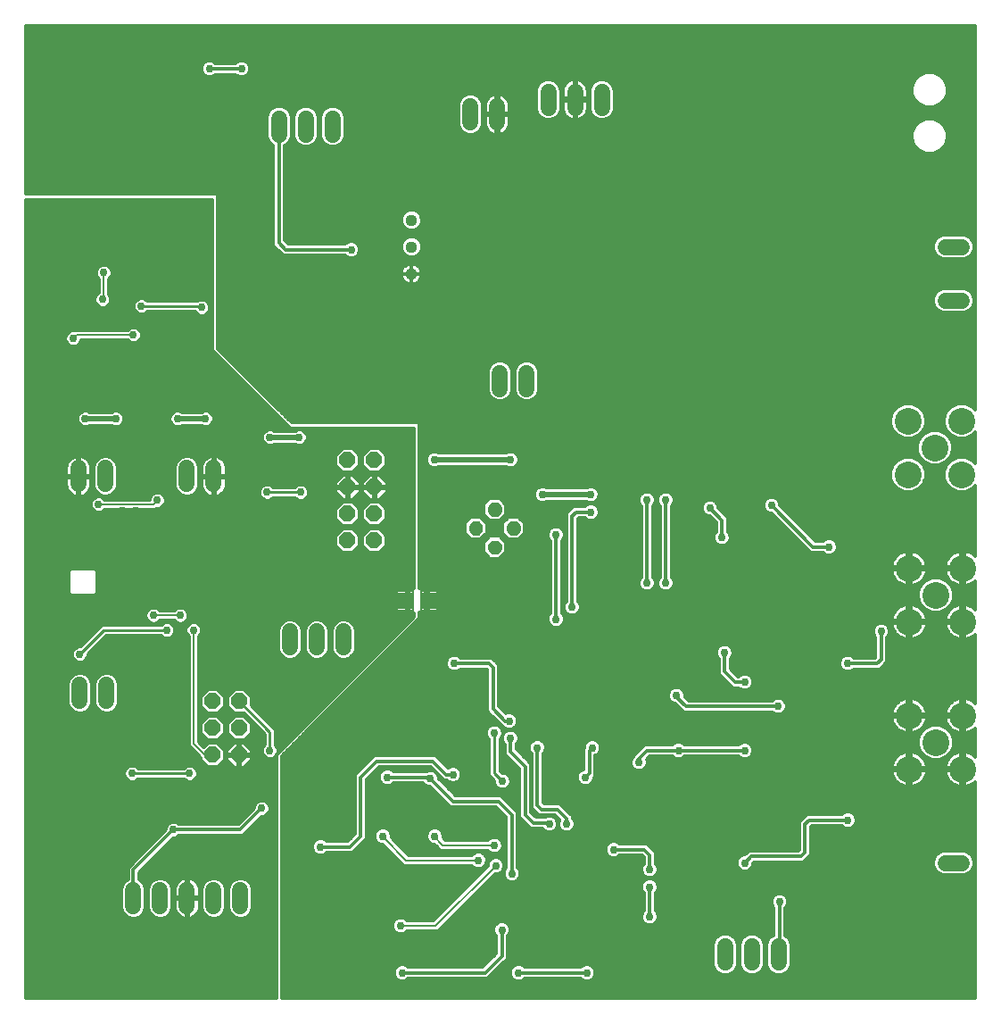
<source format=gbl>
G75*
%MOIN*%
%OFA0B0*%
%FSLAX25Y25*%
%IPPOS*%
%LPD*%
%AMOC8*
5,1,8,0,0,1.08239X$1,22.5*
%
%ADD10C,0.04400*%
%ADD11C,0.01040*%
%ADD12C,0.06000*%
%ADD13C,0.10000*%
%ADD14OC8,0.06000*%
%ADD15R,0.05118X0.05906*%
%ADD16C,0.01200*%
%ADD17C,0.02978*%
%ADD18C,0.00600*%
%ADD19C,0.00800*%
%ADD20C,0.02000*%
%ADD21C,0.01000*%
D10*
X0221344Y0324100D03*
X0221344Y0334100D03*
X0221344Y0344100D03*
D11*
X0252685Y0234612D02*
X0253205Y0234092D01*
X0251483Y0234092D01*
X0250265Y0235310D01*
X0250265Y0237032D01*
X0251483Y0238250D01*
X0253205Y0238250D01*
X0254423Y0237032D01*
X0254423Y0235310D01*
X0253205Y0234092D01*
X0252882Y0234872D01*
X0251806Y0234872D01*
X0251045Y0235633D01*
X0251045Y0236709D01*
X0251806Y0237470D01*
X0252882Y0237470D01*
X0253643Y0236709D01*
X0253643Y0235633D01*
X0252882Y0234872D01*
X0252559Y0235652D01*
X0252129Y0235652D01*
X0251825Y0235956D01*
X0251825Y0236386D01*
X0252129Y0236690D01*
X0252559Y0236690D01*
X0252863Y0236386D01*
X0252863Y0235956D01*
X0252559Y0235652D01*
X0245614Y0227541D02*
X0246134Y0227021D01*
X0244412Y0227021D01*
X0243194Y0228239D01*
X0243194Y0229961D01*
X0244412Y0231179D01*
X0246134Y0231179D01*
X0247352Y0229961D01*
X0247352Y0228239D01*
X0246134Y0227021D01*
X0245811Y0227801D01*
X0244735Y0227801D01*
X0243974Y0228562D01*
X0243974Y0229638D01*
X0244735Y0230399D01*
X0245811Y0230399D01*
X0246572Y0229638D01*
X0246572Y0228562D01*
X0245811Y0227801D01*
X0245488Y0228581D01*
X0245058Y0228581D01*
X0244754Y0228885D01*
X0244754Y0229315D01*
X0245058Y0229619D01*
X0245488Y0229619D01*
X0245792Y0229315D01*
X0245792Y0228885D01*
X0245488Y0228581D01*
X0252685Y0220470D02*
X0253205Y0219950D01*
X0251483Y0219950D01*
X0250265Y0221168D01*
X0250265Y0222890D01*
X0251483Y0224108D01*
X0253205Y0224108D01*
X0254423Y0222890D01*
X0254423Y0221168D01*
X0253205Y0219950D01*
X0252882Y0220730D01*
X0251806Y0220730D01*
X0251045Y0221491D01*
X0251045Y0222567D01*
X0251806Y0223328D01*
X0252882Y0223328D01*
X0253643Y0222567D01*
X0253643Y0221491D01*
X0252882Y0220730D01*
X0252559Y0221510D01*
X0252129Y0221510D01*
X0251825Y0221814D01*
X0251825Y0222244D01*
X0252129Y0222548D01*
X0252559Y0222548D01*
X0252863Y0222244D01*
X0252863Y0221814D01*
X0252559Y0221510D01*
X0259756Y0227541D02*
X0260276Y0227021D01*
X0258554Y0227021D01*
X0257336Y0228239D01*
X0257336Y0229961D01*
X0258554Y0231179D01*
X0260276Y0231179D01*
X0261494Y0229961D01*
X0261494Y0228239D01*
X0260276Y0227021D01*
X0259953Y0227801D01*
X0258877Y0227801D01*
X0258116Y0228562D01*
X0258116Y0229638D01*
X0258877Y0230399D01*
X0259953Y0230399D01*
X0260714Y0229638D01*
X0260714Y0228562D01*
X0259953Y0227801D01*
X0259630Y0228581D01*
X0259200Y0228581D01*
X0258896Y0228885D01*
X0258896Y0229315D01*
X0259200Y0229619D01*
X0259630Y0229619D01*
X0259934Y0229315D01*
X0259934Y0228885D01*
X0259630Y0228581D01*
D12*
X0264344Y0281100D02*
X0264344Y0287100D01*
X0254344Y0287100D02*
X0254344Y0281100D01*
X0195844Y0190600D02*
X0195844Y0184600D01*
X0185844Y0184600D02*
X0185844Y0190600D01*
X0175844Y0190600D02*
X0175844Y0184600D01*
X0147344Y0245600D02*
X0147344Y0251600D01*
X0137344Y0251600D02*
X0137344Y0245600D01*
X0106844Y0245600D02*
X0106844Y0251600D01*
X0096844Y0251600D02*
X0096844Y0245600D01*
X0097344Y0170600D02*
X0097344Y0164600D01*
X0107344Y0164600D02*
X0107344Y0170600D01*
X0117344Y0094100D02*
X0117344Y0088100D01*
X0127344Y0088100D02*
X0127344Y0094100D01*
X0137344Y0094100D02*
X0137344Y0088100D01*
X0147344Y0088100D02*
X0147344Y0094100D01*
X0157344Y0094100D02*
X0157344Y0088100D01*
X0338537Y0072966D02*
X0338537Y0066966D01*
X0348537Y0066966D02*
X0348537Y0072966D01*
X0358537Y0072966D02*
X0358537Y0066966D01*
X0420907Y0094100D02*
X0426907Y0094100D01*
X0426907Y0104100D02*
X0420907Y0104100D01*
X0420844Y0314100D02*
X0426844Y0314100D01*
X0426844Y0324100D02*
X0420844Y0324100D01*
X0420844Y0334100D02*
X0426844Y0334100D01*
X0292466Y0386100D02*
X0292466Y0392100D01*
X0282466Y0392100D02*
X0282466Y0386100D01*
X0272466Y0386100D02*
X0272466Y0392100D01*
X0253344Y0386600D02*
X0253344Y0380600D01*
X0243344Y0380600D02*
X0243344Y0386600D01*
X0191844Y0382100D02*
X0191844Y0376100D01*
X0181844Y0376100D02*
X0181844Y0382100D01*
X0171844Y0382100D02*
X0171844Y0376100D01*
D13*
X0406844Y0269100D03*
X0416844Y0259100D03*
X0406844Y0249100D03*
X0426844Y0249100D03*
X0426844Y0269100D03*
X0427313Y0214100D03*
X0417313Y0204100D03*
X0427313Y0194100D03*
X0407313Y0194100D03*
X0407313Y0214100D03*
X0407313Y0159100D03*
X0417313Y0149100D03*
X0427313Y0139100D03*
X0427313Y0159100D03*
X0407313Y0139100D03*
D14*
X0207344Y0224600D03*
X0197344Y0224600D03*
X0197344Y0234600D03*
X0197344Y0244600D03*
X0197344Y0254600D03*
X0207344Y0254600D03*
X0207344Y0244600D03*
X0207344Y0234600D03*
X0156844Y0164600D03*
X0146844Y0164600D03*
X0146844Y0154600D03*
X0146844Y0144600D03*
X0156844Y0144600D03*
X0156844Y0154600D03*
D15*
X0219604Y0202100D03*
X0227084Y0202100D03*
D16*
X0227684Y0202509D02*
X0273144Y0202509D01*
X0273144Y0201311D02*
X0231243Y0201311D01*
X0231243Y0201500D02*
X0227684Y0201500D01*
X0227684Y0197547D01*
X0229854Y0197547D01*
X0230261Y0197656D01*
X0230626Y0197867D01*
X0230924Y0198165D01*
X0231134Y0198530D01*
X0231243Y0198937D01*
X0231243Y0201500D01*
X0231243Y0202700D02*
X0231243Y0205263D01*
X0231134Y0205670D01*
X0230924Y0206035D01*
X0230626Y0206333D01*
X0230261Y0206544D01*
X0229854Y0206653D01*
X0227684Y0206653D01*
X0227684Y0202700D01*
X0226484Y0202700D01*
X0226484Y0206653D01*
X0224344Y0206653D01*
X0224344Y0268600D01*
X0176403Y0268600D01*
X0148844Y0296159D01*
X0148844Y0354100D01*
X0077066Y0354100D01*
X0077066Y0416547D01*
X0432039Y0416547D01*
X0432039Y0273239D01*
X0430583Y0274695D01*
X0428157Y0275700D01*
X0425531Y0275700D01*
X0423105Y0274695D01*
X0421249Y0272839D01*
X0420244Y0270413D01*
X0420244Y0267787D01*
X0421249Y0265361D01*
X0423105Y0263505D01*
X0425531Y0262500D01*
X0428157Y0262500D01*
X0430583Y0263505D01*
X0432039Y0264961D01*
X0432039Y0253239D01*
X0430583Y0254695D01*
X0428157Y0255700D01*
X0425531Y0255700D01*
X0423105Y0254695D01*
X0421249Y0252839D01*
X0420244Y0250413D01*
X0420244Y0247787D01*
X0421249Y0245361D01*
X0423105Y0243505D01*
X0425531Y0242500D01*
X0428157Y0242500D01*
X0430583Y0243505D01*
X0432039Y0244961D01*
X0432039Y0218707D01*
X0431674Y0219073D01*
X0430987Y0219599D01*
X0430238Y0220032D01*
X0429439Y0220363D01*
X0428603Y0220587D01*
X0427913Y0220678D01*
X0427913Y0214700D01*
X0426713Y0214700D01*
X0426713Y0220678D01*
X0426022Y0220587D01*
X0425187Y0220363D01*
X0424387Y0220032D01*
X0423638Y0219599D01*
X0422952Y0219073D01*
X0422340Y0218461D01*
X0421813Y0217775D01*
X0421381Y0217025D01*
X0421049Y0216226D01*
X0420826Y0215390D01*
X0420735Y0214700D01*
X0426713Y0214700D01*
X0426713Y0213500D01*
X0427913Y0213500D01*
X0427913Y0207522D01*
X0428603Y0207613D01*
X0429439Y0207837D01*
X0430238Y0208168D01*
X0430987Y0208601D01*
X0431674Y0209127D01*
X0432039Y0209493D01*
X0432039Y0198707D01*
X0431674Y0199073D01*
X0430987Y0199599D01*
X0430238Y0200032D01*
X0429439Y0200363D01*
X0428603Y0200587D01*
X0427913Y0200678D01*
X0427913Y0194700D01*
X0426713Y0194700D01*
X0426713Y0200678D01*
X0426022Y0200587D01*
X0425187Y0200363D01*
X0424387Y0200032D01*
X0423638Y0199599D01*
X0422952Y0199073D01*
X0422340Y0198461D01*
X0421813Y0197775D01*
X0421381Y0197025D01*
X0421049Y0196226D01*
X0420826Y0195390D01*
X0420735Y0194700D01*
X0426713Y0194700D01*
X0426713Y0193500D01*
X0427913Y0193500D01*
X0427913Y0187522D01*
X0428603Y0187613D01*
X0429439Y0187837D01*
X0430238Y0188168D01*
X0430987Y0188601D01*
X0431674Y0189127D01*
X0432039Y0189493D01*
X0432039Y0163707D01*
X0431674Y0164073D01*
X0430987Y0164599D01*
X0430238Y0165032D01*
X0429439Y0165363D01*
X0428603Y0165587D01*
X0427913Y0165678D01*
X0427913Y0159700D01*
X0426713Y0159700D01*
X0426713Y0165678D01*
X0426022Y0165587D01*
X0425187Y0165363D01*
X0424387Y0165032D01*
X0423638Y0164599D01*
X0422952Y0164073D01*
X0422340Y0163461D01*
X0421813Y0162775D01*
X0421381Y0162025D01*
X0421049Y0161226D01*
X0420826Y0160390D01*
X0420735Y0159700D01*
X0426713Y0159700D01*
X0426713Y0158500D01*
X0427913Y0158500D01*
X0427913Y0152522D01*
X0428603Y0152613D01*
X0429439Y0152837D01*
X0430238Y0153168D01*
X0430987Y0153601D01*
X0431674Y0154127D01*
X0432039Y0154493D01*
X0432039Y0143707D01*
X0431674Y0144073D01*
X0430987Y0144599D01*
X0430238Y0145032D01*
X0429439Y0145363D01*
X0428603Y0145587D01*
X0427913Y0145678D01*
X0427913Y0139700D01*
X0426713Y0139700D01*
X0426713Y0145678D01*
X0426022Y0145587D01*
X0425187Y0145363D01*
X0424387Y0145032D01*
X0423638Y0144599D01*
X0422952Y0144073D01*
X0422340Y0143461D01*
X0421813Y0142775D01*
X0421381Y0142025D01*
X0421049Y0141226D01*
X0420826Y0140390D01*
X0420735Y0139700D01*
X0426713Y0139700D01*
X0426713Y0138500D01*
X0427913Y0138500D01*
X0427913Y0132522D01*
X0428603Y0132613D01*
X0429439Y0132837D01*
X0430238Y0133168D01*
X0430987Y0133601D01*
X0431674Y0134127D01*
X0432039Y0134493D01*
X0432039Y0053700D01*
X0172844Y0053700D01*
X0172844Y0144100D01*
X0224344Y0195600D01*
X0224344Y0197547D01*
X0226484Y0197547D01*
X0226484Y0201500D01*
X0227684Y0201500D01*
X0227684Y0202700D01*
X0231243Y0202700D01*
X0231243Y0203708D02*
X0273144Y0203708D01*
X0273144Y0204906D02*
X0231243Y0204906D01*
X0230854Y0206105D02*
X0273144Y0206105D01*
X0273144Y0207303D02*
X0224344Y0207303D01*
X0224344Y0208502D02*
X0273144Y0208502D01*
X0273144Y0209701D02*
X0224344Y0209701D01*
X0224344Y0210899D02*
X0273144Y0210899D01*
X0273144Y0212098D02*
X0224344Y0212098D01*
X0224344Y0213296D02*
X0273144Y0213296D01*
X0273144Y0214495D02*
X0224344Y0214495D01*
X0224344Y0215693D02*
X0273144Y0215693D01*
X0273144Y0216892D02*
X0224344Y0216892D01*
X0224344Y0218090D02*
X0250343Y0218090D01*
X0250604Y0217829D02*
X0254084Y0217829D01*
X0256544Y0220289D01*
X0256544Y0223769D01*
X0254084Y0226229D01*
X0250604Y0226229D01*
X0248144Y0223769D01*
X0248144Y0220289D01*
X0250604Y0217829D01*
X0249145Y0219289D02*
X0224344Y0219289D01*
X0224344Y0220487D02*
X0248144Y0220487D01*
X0248144Y0221686D02*
X0224344Y0221686D01*
X0224344Y0222884D02*
X0248144Y0222884D01*
X0248458Y0224083D02*
X0224344Y0224083D01*
X0224344Y0225281D02*
X0243152Y0225281D01*
X0243533Y0224900D02*
X0247013Y0224900D01*
X0249473Y0227360D01*
X0249473Y0230840D01*
X0247013Y0233300D01*
X0243533Y0233300D01*
X0241073Y0230840D01*
X0241073Y0227360D01*
X0243533Y0224900D01*
X0241954Y0226480D02*
X0224344Y0226480D01*
X0224344Y0227678D02*
X0241073Y0227678D01*
X0241073Y0228877D02*
X0224344Y0228877D01*
X0224344Y0230075D02*
X0241073Y0230075D01*
X0241507Y0231274D02*
X0224344Y0231274D01*
X0224344Y0232472D02*
X0242706Y0232472D01*
X0247840Y0232472D02*
X0250103Y0232472D01*
X0250604Y0231971D02*
X0254084Y0231971D01*
X0256544Y0234431D01*
X0256544Y0237911D01*
X0254084Y0240371D01*
X0250604Y0240371D01*
X0248144Y0237911D01*
X0248144Y0234431D01*
X0250604Y0231971D01*
X0249039Y0231274D02*
X0255649Y0231274D01*
X0255215Y0230840D02*
X0255215Y0227360D01*
X0257675Y0224900D01*
X0261155Y0224900D01*
X0263615Y0227360D01*
X0263615Y0230840D01*
X0261155Y0233300D01*
X0257675Y0233300D01*
X0255215Y0230840D01*
X0255215Y0230075D02*
X0249473Y0230075D01*
X0249473Y0228877D02*
X0255215Y0228877D01*
X0255215Y0227678D02*
X0249473Y0227678D01*
X0248592Y0226480D02*
X0256096Y0226480D01*
X0255032Y0225281D02*
X0257294Y0225281D01*
X0256230Y0224083D02*
X0273144Y0224083D01*
X0273144Y0224432D02*
X0273144Y0197268D01*
X0272725Y0196850D01*
X0272255Y0195714D01*
X0272255Y0194486D01*
X0272725Y0193350D01*
X0273594Y0192481D01*
X0274730Y0192011D01*
X0275959Y0192011D01*
X0277094Y0192481D01*
X0277963Y0193350D01*
X0278433Y0194486D01*
X0278433Y0195714D01*
X0277963Y0196850D01*
X0277544Y0197268D01*
X0277544Y0224432D01*
X0277963Y0224850D01*
X0278433Y0225986D01*
X0278433Y0227214D01*
X0277963Y0228350D01*
X0277094Y0229219D01*
X0275959Y0229689D01*
X0274730Y0229689D01*
X0273594Y0229219D01*
X0272725Y0228350D01*
X0272255Y0227214D01*
X0272255Y0225986D01*
X0272725Y0224850D01*
X0273144Y0224432D01*
X0272547Y0225281D02*
X0261536Y0225281D01*
X0262735Y0226480D02*
X0272255Y0226480D01*
X0272447Y0227678D02*
X0263615Y0227678D01*
X0263615Y0228877D02*
X0273252Y0228877D01*
X0275344Y0226600D02*
X0275344Y0195100D01*
X0273154Y0192921D02*
X0221665Y0192921D01*
X0220467Y0191723D02*
X0393966Y0191723D01*
X0393755Y0191214D02*
X0393755Y0189986D01*
X0394225Y0188850D01*
X0394644Y0188432D01*
X0394644Y0181011D01*
X0394433Y0180800D01*
X0386513Y0180800D01*
X0386094Y0181219D01*
X0384959Y0181689D01*
X0383730Y0181689D01*
X0382594Y0181219D01*
X0381725Y0180350D01*
X0381255Y0179214D01*
X0381255Y0177986D01*
X0381725Y0176850D01*
X0382594Y0175981D01*
X0383730Y0175511D01*
X0384959Y0175511D01*
X0386094Y0175981D01*
X0386513Y0176400D01*
X0396255Y0176400D01*
X0397755Y0177900D01*
X0399044Y0179189D01*
X0399044Y0188432D01*
X0399463Y0188850D01*
X0399933Y0189986D01*
X0399933Y0191214D01*
X0399463Y0192350D01*
X0398594Y0193219D01*
X0397459Y0193689D01*
X0396230Y0193689D01*
X0395094Y0193219D01*
X0394225Y0192350D01*
X0393755Y0191214D01*
X0393755Y0190524D02*
X0219268Y0190524D01*
X0218070Y0189326D02*
X0394028Y0189326D01*
X0394644Y0188127D02*
X0216871Y0188127D01*
X0215673Y0186929D02*
X0394644Y0186929D01*
X0394644Y0185730D02*
X0214474Y0185730D01*
X0213276Y0184532D02*
X0335907Y0184532D01*
X0335725Y0184350D02*
X0335255Y0183214D01*
X0335255Y0181986D01*
X0335725Y0180850D01*
X0336144Y0180432D01*
X0336144Y0174689D01*
X0340144Y0170689D01*
X0341433Y0169400D01*
X0343676Y0169400D01*
X0344094Y0168981D01*
X0345230Y0168511D01*
X0346459Y0168511D01*
X0347594Y0168981D01*
X0348463Y0169850D01*
X0348933Y0170986D01*
X0348933Y0172214D01*
X0348463Y0173350D01*
X0347594Y0174219D01*
X0346459Y0174689D01*
X0345230Y0174689D01*
X0344094Y0174219D01*
X0343676Y0173800D01*
X0343255Y0173800D01*
X0340544Y0176511D01*
X0340544Y0180432D01*
X0340963Y0180850D01*
X0341433Y0181986D01*
X0341433Y0183214D01*
X0340963Y0184350D01*
X0340094Y0185219D01*
X0338959Y0185689D01*
X0337730Y0185689D01*
X0336594Y0185219D01*
X0335725Y0184350D01*
X0335304Y0183333D02*
X0212077Y0183333D01*
X0210879Y0182135D02*
X0335255Y0182135D01*
X0335690Y0180936D02*
X0239376Y0180936D01*
X0239513Y0180800D02*
X0239094Y0181219D01*
X0237959Y0181689D01*
X0236730Y0181689D01*
X0235594Y0181219D01*
X0234725Y0180350D01*
X0234255Y0179214D01*
X0234255Y0177986D01*
X0234725Y0176850D01*
X0235594Y0175981D01*
X0236730Y0175511D01*
X0237959Y0175511D01*
X0239094Y0175981D01*
X0239513Y0176400D01*
X0249433Y0176400D01*
X0249644Y0176189D01*
X0249644Y0160689D01*
X0250933Y0159400D01*
X0254144Y0156189D01*
X0254144Y0156189D01*
X0255433Y0154900D01*
X0255676Y0154900D01*
X0256094Y0154481D01*
X0257230Y0154011D01*
X0258459Y0154011D01*
X0259594Y0154481D01*
X0260463Y0155350D01*
X0260933Y0156486D01*
X0260933Y0157714D01*
X0260463Y0158850D01*
X0259594Y0159719D01*
X0258459Y0160189D01*
X0257230Y0160189D01*
X0256619Y0159936D01*
X0254044Y0162511D01*
X0254044Y0178011D01*
X0252755Y0179300D01*
X0252544Y0179511D01*
X0252544Y0179511D01*
X0251255Y0180800D01*
X0239513Y0180800D01*
X0237344Y0178600D02*
X0250344Y0178600D01*
X0251844Y0177100D01*
X0251844Y0161600D01*
X0256344Y0157100D01*
X0257844Y0157100D01*
X0259950Y0159363D02*
X0406713Y0159363D01*
X0406713Y0159700D02*
X0406713Y0158500D01*
X0407913Y0158500D01*
X0407913Y0159700D01*
X0413891Y0159700D01*
X0413800Y0160390D01*
X0413576Y0161226D01*
X0413245Y0162025D01*
X0412812Y0162775D01*
X0412285Y0163461D01*
X0411674Y0164073D01*
X0410987Y0164599D01*
X0410238Y0165032D01*
X0409439Y0165363D01*
X0408603Y0165587D01*
X0407913Y0165678D01*
X0407913Y0159700D01*
X0406713Y0159700D01*
X0406713Y0165678D01*
X0406022Y0165587D01*
X0405187Y0165363D01*
X0404387Y0165032D01*
X0403638Y0164599D01*
X0402952Y0164073D01*
X0402340Y0163461D01*
X0401813Y0162775D01*
X0401381Y0162025D01*
X0401049Y0161226D01*
X0400826Y0160390D01*
X0400735Y0159700D01*
X0406713Y0159700D01*
X0406713Y0160562D02*
X0407913Y0160562D01*
X0407913Y0161760D02*
X0406713Y0161760D01*
X0406713Y0162959D02*
X0407913Y0162959D01*
X0407913Y0164157D02*
X0406713Y0164157D01*
X0406713Y0165356D02*
X0407913Y0165356D01*
X0409457Y0165356D02*
X0425168Y0165356D01*
X0426713Y0165356D02*
X0427913Y0165356D01*
X0427913Y0164157D02*
X0426713Y0164157D01*
X0426713Y0162959D02*
X0427913Y0162959D01*
X0427913Y0161760D02*
X0426713Y0161760D01*
X0426713Y0160562D02*
X0427913Y0160562D01*
X0426713Y0159363D02*
X0407913Y0159363D01*
X0407913Y0158500D02*
X0413891Y0158500D01*
X0413800Y0157810D01*
X0413576Y0156974D01*
X0413245Y0156175D01*
X0412812Y0155425D01*
X0412285Y0154739D01*
X0411674Y0154127D01*
X0410987Y0153601D01*
X0410238Y0153168D01*
X0409439Y0152837D01*
X0408603Y0152613D01*
X0407913Y0152522D01*
X0407913Y0158500D01*
X0407913Y0158165D02*
X0406713Y0158165D01*
X0406713Y0158500D02*
X0406713Y0152522D01*
X0406022Y0152613D01*
X0405187Y0152837D01*
X0404387Y0153168D01*
X0403638Y0153601D01*
X0402952Y0154127D01*
X0402340Y0154739D01*
X0401813Y0155425D01*
X0401381Y0156175D01*
X0401049Y0156974D01*
X0400826Y0157810D01*
X0400735Y0158500D01*
X0406713Y0158500D01*
X0406713Y0156966D02*
X0407913Y0156966D01*
X0407913Y0155768D02*
X0406713Y0155768D01*
X0406713Y0154569D02*
X0407913Y0154569D01*
X0407913Y0153370D02*
X0406713Y0153370D01*
X0404036Y0153370D02*
X0259727Y0153370D01*
X0260094Y0153219D02*
X0258959Y0153689D01*
X0257730Y0153689D01*
X0256594Y0153219D01*
X0255725Y0152350D01*
X0255255Y0151214D01*
X0255255Y0149986D01*
X0255725Y0148850D01*
X0256144Y0148432D01*
X0256144Y0144689D01*
X0257433Y0143400D01*
X0261644Y0139189D01*
X0261644Y0121189D01*
X0262933Y0119900D01*
X0265933Y0116900D01*
X0270205Y0116900D01*
X0270225Y0116850D01*
X0271094Y0115981D01*
X0272230Y0115511D01*
X0273459Y0115511D01*
X0274594Y0115981D01*
X0275463Y0116850D01*
X0275933Y0117986D01*
X0275933Y0119214D01*
X0275463Y0120350D01*
X0274594Y0121219D01*
X0273459Y0121689D01*
X0272230Y0121689D01*
X0271291Y0121300D01*
X0267755Y0121300D01*
X0266044Y0123011D01*
X0266044Y0141011D01*
X0264755Y0142300D01*
X0260544Y0146511D01*
X0260544Y0148432D01*
X0260963Y0148850D01*
X0261433Y0149986D01*
X0261433Y0151214D01*
X0260963Y0152350D01*
X0260094Y0153219D01*
X0261036Y0152172D02*
X0411441Y0152172D01*
X0411717Y0152839D02*
X0410713Y0150413D01*
X0410713Y0147787D01*
X0411717Y0145361D01*
X0413574Y0143505D01*
X0416000Y0142500D01*
X0418625Y0142500D01*
X0421051Y0143505D01*
X0422908Y0145361D01*
X0423913Y0147787D01*
X0423913Y0150413D01*
X0422908Y0152839D01*
X0421051Y0154695D01*
X0418625Y0155700D01*
X0416000Y0155700D01*
X0413574Y0154695D01*
X0411717Y0152839D01*
X0412249Y0153370D02*
X0410589Y0153370D01*
X0412115Y0154569D02*
X0413448Y0154569D01*
X0413010Y0155768D02*
X0421616Y0155768D01*
X0421813Y0155425D02*
X0422340Y0154739D01*
X0422952Y0154127D01*
X0423638Y0153601D01*
X0424387Y0153168D01*
X0425187Y0152837D01*
X0426022Y0152613D01*
X0426713Y0152522D01*
X0426713Y0158500D01*
X0420735Y0158500D01*
X0420826Y0157810D01*
X0421049Y0156974D01*
X0421381Y0156175D01*
X0421813Y0155425D01*
X0421177Y0154569D02*
X0422510Y0154569D01*
X0422376Y0153370D02*
X0424036Y0153370D01*
X0423184Y0152172D02*
X0432039Y0152172D01*
X0432039Y0153370D02*
X0430589Y0153370D01*
X0427913Y0153370D02*
X0426713Y0153370D01*
X0426713Y0154569D02*
X0427913Y0154569D01*
X0427913Y0155768D02*
X0426713Y0155768D01*
X0426713Y0156966D02*
X0427913Y0156966D01*
X0427913Y0158165D02*
X0426713Y0158165D01*
X0421053Y0156966D02*
X0413572Y0156966D01*
X0413846Y0158165D02*
X0420779Y0158165D01*
X0420871Y0160562D02*
X0413754Y0160562D01*
X0413355Y0161760D02*
X0421271Y0161760D01*
X0421954Y0162959D02*
X0412671Y0162959D01*
X0411564Y0164157D02*
X0423061Y0164157D01*
X0429457Y0165356D02*
X0432039Y0165356D01*
X0432039Y0166554D02*
X0323433Y0166554D01*
X0323433Y0166122D02*
X0323433Y0167214D01*
X0322963Y0168350D01*
X0322094Y0169219D01*
X0320959Y0169689D01*
X0319730Y0169689D01*
X0318594Y0169219D01*
X0317725Y0168350D01*
X0317255Y0167214D01*
X0317255Y0165986D01*
X0317725Y0164850D01*
X0318594Y0163981D01*
X0319730Y0163511D01*
X0319822Y0163511D01*
X0322933Y0160400D01*
X0356176Y0160400D01*
X0356594Y0159981D01*
X0357730Y0159511D01*
X0358959Y0159511D01*
X0360094Y0159981D01*
X0360963Y0160850D01*
X0361433Y0161986D01*
X0361433Y0163214D01*
X0360963Y0164350D01*
X0360094Y0165219D01*
X0358959Y0165689D01*
X0357730Y0165689D01*
X0356594Y0165219D01*
X0356176Y0164800D01*
X0324755Y0164800D01*
X0323433Y0166122D01*
X0324200Y0165356D02*
X0356925Y0165356D01*
X0359763Y0165356D02*
X0405168Y0165356D01*
X0403061Y0164157D02*
X0361043Y0164157D01*
X0361433Y0162959D02*
X0401954Y0162959D01*
X0401271Y0161760D02*
X0361340Y0161760D01*
X0360674Y0160562D02*
X0400871Y0160562D01*
X0400779Y0158165D02*
X0260747Y0158165D01*
X0260933Y0156966D02*
X0401053Y0156966D01*
X0401616Y0155768D02*
X0260636Y0155768D01*
X0259682Y0154569D02*
X0402510Y0154569D01*
X0410945Y0150973D02*
X0261433Y0150973D01*
X0261346Y0149775D02*
X0266730Y0149775D01*
X0266594Y0149719D02*
X0265725Y0148850D01*
X0265255Y0147714D01*
X0265255Y0146486D01*
X0265725Y0145350D01*
X0266144Y0144932D01*
X0266144Y0124689D01*
X0267433Y0123400D01*
X0268933Y0121900D01*
X0274933Y0121900D01*
X0276654Y0120178D01*
X0276255Y0119214D01*
X0276255Y0117986D01*
X0276725Y0116850D01*
X0277594Y0115981D01*
X0278730Y0115511D01*
X0279959Y0115511D01*
X0281094Y0115981D01*
X0281963Y0116850D01*
X0282433Y0117986D01*
X0282433Y0119214D01*
X0281963Y0120350D01*
X0281544Y0120768D01*
X0281544Y0121511D01*
X0278044Y0125011D01*
X0276755Y0126300D01*
X0270755Y0126300D01*
X0270544Y0126511D01*
X0270544Y0144932D01*
X0270963Y0145350D01*
X0271433Y0146486D01*
X0271433Y0147714D01*
X0270963Y0148850D01*
X0270094Y0149719D01*
X0268959Y0150189D01*
X0267730Y0150189D01*
X0266594Y0149719D01*
X0265612Y0148576D02*
X0260689Y0148576D01*
X0260544Y0147378D02*
X0265255Y0147378D01*
X0265382Y0146179D02*
X0260876Y0146179D01*
X0262074Y0144981D02*
X0266095Y0144981D01*
X0266144Y0143782D02*
X0263273Y0143782D01*
X0264471Y0142584D02*
X0266144Y0142584D01*
X0266144Y0141385D02*
X0265670Y0141385D01*
X0266044Y0140187D02*
X0266144Y0140187D01*
X0266144Y0138988D02*
X0266044Y0138988D01*
X0266044Y0137790D02*
X0266144Y0137790D01*
X0266144Y0136591D02*
X0266044Y0136591D01*
X0266044Y0135393D02*
X0266144Y0135393D01*
X0266144Y0134194D02*
X0266044Y0134194D01*
X0266044Y0132996D02*
X0266144Y0132996D01*
X0266144Y0131797D02*
X0266044Y0131797D01*
X0266044Y0130599D02*
X0266144Y0130599D01*
X0266144Y0129400D02*
X0266044Y0129400D01*
X0266044Y0128202D02*
X0266144Y0128202D01*
X0266144Y0127003D02*
X0266044Y0127003D01*
X0266044Y0125805D02*
X0266144Y0125805D01*
X0266227Y0124606D02*
X0266044Y0124606D01*
X0266044Y0123408D02*
X0267425Y0123408D01*
X0266846Y0122209D02*
X0268624Y0122209D01*
X0269844Y0124100D02*
X0268344Y0125600D01*
X0268344Y0147100D01*
X0270593Y0144981D02*
X0285644Y0144981D01*
X0285644Y0146179D02*
X0271306Y0146179D01*
X0271433Y0147378D02*
X0285755Y0147378D01*
X0285755Y0147122D02*
X0285644Y0147011D01*
X0285644Y0139154D01*
X0284594Y0138719D01*
X0283725Y0137850D01*
X0283255Y0136714D01*
X0283255Y0135486D01*
X0283725Y0134350D01*
X0284594Y0133481D01*
X0285730Y0133011D01*
X0286959Y0133011D01*
X0288094Y0133481D01*
X0288963Y0134350D01*
X0289433Y0135486D01*
X0289433Y0136078D01*
X0290044Y0136689D01*
X0290044Y0144254D01*
X0290594Y0144481D01*
X0291463Y0145350D01*
X0291933Y0146486D01*
X0291933Y0147714D01*
X0291463Y0148850D01*
X0290594Y0149719D01*
X0289459Y0150189D01*
X0288230Y0150189D01*
X0287094Y0149719D01*
X0286225Y0148850D01*
X0285755Y0147714D01*
X0285755Y0147122D01*
X0286112Y0148576D02*
X0271076Y0148576D01*
X0269958Y0149775D02*
X0287230Y0149775D01*
X0288844Y0147100D02*
X0287844Y0146100D01*
X0287844Y0137600D01*
X0286344Y0136100D01*
X0285245Y0138988D02*
X0270544Y0138988D01*
X0270544Y0137790D02*
X0283701Y0137790D01*
X0283255Y0136591D02*
X0270544Y0136591D01*
X0270544Y0135393D02*
X0283294Y0135393D01*
X0283881Y0134194D02*
X0270544Y0134194D01*
X0270544Y0132996D02*
X0404803Y0132996D01*
X0405187Y0132837D02*
X0406022Y0132613D01*
X0406713Y0132522D01*
X0406713Y0138500D01*
X0407913Y0138500D01*
X0407913Y0139700D01*
X0413891Y0139700D01*
X0413800Y0140390D01*
X0413576Y0141226D01*
X0413245Y0142025D01*
X0412812Y0142775D01*
X0412285Y0143461D01*
X0411674Y0144073D01*
X0410987Y0144599D01*
X0410238Y0145032D01*
X0409439Y0145363D01*
X0408603Y0145587D01*
X0407913Y0145678D01*
X0407913Y0139700D01*
X0406713Y0139700D01*
X0406713Y0145678D01*
X0406022Y0145587D01*
X0405187Y0145363D01*
X0404387Y0145032D01*
X0403638Y0144599D01*
X0402952Y0144073D01*
X0402340Y0143461D01*
X0401813Y0142775D01*
X0401381Y0142025D01*
X0401049Y0141226D01*
X0400826Y0140390D01*
X0400735Y0139700D01*
X0406713Y0139700D01*
X0406713Y0138500D01*
X0400735Y0138500D01*
X0400826Y0137810D01*
X0401049Y0136974D01*
X0401381Y0136175D01*
X0401813Y0135425D01*
X0402340Y0134739D01*
X0402952Y0134127D01*
X0403638Y0133601D01*
X0404387Y0133168D01*
X0405187Y0132837D01*
X0406713Y0132996D02*
X0407913Y0132996D01*
X0407913Y0132522D02*
X0408603Y0132613D01*
X0409439Y0132837D01*
X0410238Y0133168D01*
X0410987Y0133601D01*
X0411674Y0134127D01*
X0412285Y0134739D01*
X0412812Y0135425D01*
X0413245Y0136175D01*
X0413576Y0136974D01*
X0413800Y0137810D01*
X0413891Y0138500D01*
X0407913Y0138500D01*
X0407913Y0132522D01*
X0407913Y0134194D02*
X0406713Y0134194D01*
X0406713Y0135393D02*
X0407913Y0135393D01*
X0407913Y0136591D02*
X0406713Y0136591D01*
X0406713Y0137790D02*
X0407913Y0137790D01*
X0407913Y0138988D02*
X0426713Y0138988D01*
X0426713Y0138500D02*
X0420735Y0138500D01*
X0420826Y0137810D01*
X0421049Y0136974D01*
X0421381Y0136175D01*
X0421813Y0135425D01*
X0422340Y0134739D01*
X0422952Y0134127D01*
X0423638Y0133601D01*
X0424387Y0133168D01*
X0425187Y0132837D01*
X0426022Y0132613D01*
X0426713Y0132522D01*
X0426713Y0138500D01*
X0426713Y0137790D02*
X0427913Y0137790D01*
X0427913Y0136591D02*
X0426713Y0136591D01*
X0426713Y0135393D02*
X0427913Y0135393D01*
X0427913Y0134194D02*
X0426713Y0134194D01*
X0426713Y0132996D02*
X0427913Y0132996D01*
X0429822Y0132996D02*
X0432039Y0132996D01*
X0432039Y0134194D02*
X0431741Y0134194D01*
X0432039Y0131797D02*
X0270544Y0131797D01*
X0270544Y0130599D02*
X0432039Y0130599D01*
X0432039Y0129400D02*
X0270544Y0129400D01*
X0270544Y0128202D02*
X0432039Y0128202D01*
X0432039Y0127003D02*
X0270544Y0127003D01*
X0269844Y0124100D02*
X0275844Y0124100D01*
X0279344Y0120600D01*
X0279344Y0118600D01*
X0276491Y0117415D02*
X0275697Y0117415D01*
X0275933Y0118614D02*
X0276255Y0118614D01*
X0276503Y0119812D02*
X0275685Y0119812D01*
X0275822Y0121011D02*
X0274802Y0121011D01*
X0272844Y0118600D02*
X0272344Y0119100D01*
X0266844Y0119100D01*
X0263844Y0122100D01*
X0263844Y0140100D01*
X0258344Y0145600D01*
X0258344Y0150600D01*
X0256961Y0153370D02*
X0255368Y0153370D01*
X0255433Y0153214D02*
X0254963Y0154350D01*
X0254094Y0155219D01*
X0252959Y0155689D01*
X0251730Y0155689D01*
X0250594Y0155219D01*
X0249725Y0154350D01*
X0249255Y0153214D01*
X0249255Y0151986D01*
X0249725Y0150850D01*
X0250244Y0150332D01*
X0250244Y0136730D01*
X0251474Y0135500D01*
X0252255Y0134719D01*
X0252255Y0133986D01*
X0252725Y0132850D01*
X0253594Y0131981D01*
X0254730Y0131511D01*
X0255959Y0131511D01*
X0257094Y0131981D01*
X0257963Y0132850D01*
X0258433Y0133986D01*
X0258433Y0135214D01*
X0257963Y0136350D01*
X0257094Y0137219D01*
X0255959Y0137689D01*
X0255225Y0137689D01*
X0254444Y0138470D01*
X0254444Y0150332D01*
X0254963Y0150850D01*
X0255433Y0151986D01*
X0255433Y0153214D01*
X0255433Y0152172D02*
X0255652Y0152172D01*
X0255255Y0150973D02*
X0255014Y0150973D01*
X0255342Y0149775D02*
X0254444Y0149775D01*
X0254444Y0148576D02*
X0255999Y0148576D01*
X0256144Y0147378D02*
X0254444Y0147378D01*
X0254444Y0146179D02*
X0256144Y0146179D01*
X0256144Y0144981D02*
X0254444Y0144981D01*
X0254444Y0143782D02*
X0257050Y0143782D01*
X0258249Y0142584D02*
X0254444Y0142584D01*
X0254444Y0141385D02*
X0259447Y0141385D01*
X0260646Y0140187D02*
X0254444Y0140187D01*
X0254444Y0138988D02*
X0261644Y0138988D01*
X0261644Y0137790D02*
X0255124Y0137790D01*
X0257721Y0136591D02*
X0261644Y0136591D01*
X0261644Y0135393D02*
X0258359Y0135393D01*
X0258433Y0134194D02*
X0261644Y0134194D01*
X0261644Y0132996D02*
X0258023Y0132996D01*
X0256650Y0131797D02*
X0261644Y0131797D01*
X0261644Y0130599D02*
X0236457Y0130599D01*
X0237655Y0129400D02*
X0261644Y0129400D01*
X0261644Y0128202D02*
X0255854Y0128202D01*
X0256044Y0128011D02*
X0254755Y0129300D01*
X0237755Y0129300D01*
X0231433Y0135622D01*
X0231433Y0136214D01*
X0230963Y0137350D01*
X0230094Y0138219D01*
X0228959Y0138689D01*
X0227730Y0138689D01*
X0226791Y0138300D01*
X0214513Y0138300D01*
X0214094Y0138719D01*
X0212959Y0139189D01*
X0211730Y0139189D01*
X0210594Y0138719D01*
X0209725Y0137850D01*
X0209255Y0136714D01*
X0209255Y0135486D01*
X0209725Y0134350D01*
X0210594Y0133481D01*
X0211730Y0133011D01*
X0212959Y0133011D01*
X0214094Y0133481D01*
X0214513Y0133900D01*
X0225705Y0133900D01*
X0225725Y0133850D01*
X0226594Y0132981D01*
X0227730Y0132511D01*
X0228322Y0132511D01*
X0235933Y0124900D01*
X0252933Y0124900D01*
X0256644Y0121189D01*
X0256644Y0102268D01*
X0256225Y0101850D01*
X0255755Y0100714D01*
X0255755Y0099486D01*
X0256225Y0098350D01*
X0257094Y0097481D01*
X0258230Y0097011D01*
X0259459Y0097011D01*
X0260594Y0097481D01*
X0261463Y0098350D01*
X0261933Y0099486D01*
X0261933Y0100714D01*
X0261463Y0101850D01*
X0261044Y0102268D01*
X0261044Y0123011D01*
X0256044Y0128011D01*
X0257052Y0127003D02*
X0261644Y0127003D01*
X0261644Y0125805D02*
X0258251Y0125805D01*
X0259449Y0124606D02*
X0261644Y0124606D01*
X0261644Y0123408D02*
X0260648Y0123408D01*
X0261044Y0122209D02*
X0261644Y0122209D01*
X0261822Y0121011D02*
X0261044Y0121011D01*
X0261044Y0119812D02*
X0263021Y0119812D01*
X0264219Y0118614D02*
X0261044Y0118614D01*
X0261044Y0117415D02*
X0265418Y0117415D01*
X0261044Y0116217D02*
X0270859Y0116217D01*
X0274829Y0116217D02*
X0277359Y0116217D01*
X0281329Y0116217D02*
X0366144Y0116217D01*
X0366144Y0117415D02*
X0282197Y0117415D01*
X0282433Y0118614D02*
X0366144Y0118614D01*
X0366144Y0119511D02*
X0366144Y0109011D01*
X0365933Y0108800D01*
X0347433Y0108800D01*
X0346144Y0107511D01*
X0345822Y0107189D01*
X0345230Y0107189D01*
X0344094Y0106719D01*
X0343225Y0105850D01*
X0342755Y0104714D01*
X0342755Y0103486D01*
X0343225Y0102350D01*
X0344094Y0101481D01*
X0345230Y0101011D01*
X0346459Y0101011D01*
X0347594Y0101481D01*
X0348463Y0102350D01*
X0348933Y0103486D01*
X0348933Y0104078D01*
X0349255Y0104400D01*
X0367755Y0104400D01*
X0369044Y0105689D01*
X0370544Y0107189D01*
X0370544Y0117689D01*
X0370755Y0117900D01*
X0382176Y0117900D01*
X0382594Y0117481D01*
X0383730Y0117011D01*
X0384959Y0117011D01*
X0386094Y0117481D01*
X0386963Y0118350D01*
X0387433Y0119486D01*
X0387433Y0120714D01*
X0386963Y0121850D01*
X0386094Y0122719D01*
X0384959Y0123189D01*
X0383730Y0123189D01*
X0382594Y0122719D01*
X0382176Y0122300D01*
X0368933Y0122300D01*
X0367433Y0120800D01*
X0366144Y0119511D01*
X0366445Y0119812D02*
X0282185Y0119812D01*
X0281544Y0121011D02*
X0367644Y0121011D01*
X0368842Y0122209D02*
X0280846Y0122209D01*
X0279648Y0123408D02*
X0432039Y0123408D01*
X0432039Y0124606D02*
X0278449Y0124606D01*
X0277251Y0125805D02*
X0432039Y0125805D01*
X0432039Y0122209D02*
X0386603Y0122209D01*
X0387310Y0121011D02*
X0432039Y0121011D01*
X0432039Y0119812D02*
X0387433Y0119812D01*
X0387072Y0118614D02*
X0432039Y0118614D01*
X0432039Y0117415D02*
X0385934Y0117415D01*
X0384344Y0120100D02*
X0369844Y0120100D01*
X0368344Y0118600D01*
X0368344Y0108100D01*
X0366844Y0106600D01*
X0348344Y0106600D01*
X0345844Y0104100D01*
X0343741Y0101834D02*
X0313433Y0101834D01*
X0313433Y0102214D02*
X0312963Y0103350D01*
X0312544Y0103768D01*
X0312544Y0108011D01*
X0310544Y0110011D01*
X0309255Y0111300D01*
X0299013Y0111300D01*
X0298594Y0111719D01*
X0297459Y0112189D01*
X0296230Y0112189D01*
X0295094Y0111719D01*
X0294225Y0110850D01*
X0293755Y0109714D01*
X0293755Y0108486D01*
X0294225Y0107350D01*
X0295094Y0106481D01*
X0296230Y0106011D01*
X0297459Y0106011D01*
X0298594Y0106481D01*
X0299013Y0106900D01*
X0307433Y0106900D01*
X0308144Y0106189D01*
X0308144Y0103768D01*
X0307725Y0103350D01*
X0307255Y0102214D01*
X0307255Y0100986D01*
X0307725Y0099850D01*
X0308594Y0098981D01*
X0309730Y0098511D01*
X0310959Y0098511D01*
X0312094Y0098981D01*
X0312963Y0099850D01*
X0313433Y0100986D01*
X0313433Y0102214D01*
X0313094Y0103033D02*
X0342943Y0103033D01*
X0342755Y0104232D02*
X0312544Y0104232D01*
X0312544Y0105430D02*
X0343052Y0105430D01*
X0344004Y0106629D02*
X0312544Y0106629D01*
X0312544Y0107827D02*
X0346460Y0107827D01*
X0349087Y0104232D02*
X0416307Y0104232D01*
X0416307Y0105015D02*
X0416307Y0103185D01*
X0417007Y0101494D01*
X0418301Y0100200D01*
X0419992Y0099500D01*
X0427822Y0099500D01*
X0429513Y0100200D01*
X0430807Y0101494D01*
X0431507Y0103185D01*
X0431507Y0105015D01*
X0430807Y0106706D01*
X0429513Y0108000D01*
X0427822Y0108700D01*
X0419992Y0108700D01*
X0418301Y0108000D01*
X0417007Y0106706D01*
X0416307Y0105015D01*
X0416479Y0105430D02*
X0368785Y0105430D01*
X0369984Y0106629D02*
X0416975Y0106629D01*
X0418129Y0107827D02*
X0370544Y0107827D01*
X0370544Y0109026D02*
X0432039Y0109026D01*
X0432039Y0110224D02*
X0370544Y0110224D01*
X0370544Y0111423D02*
X0432039Y0111423D01*
X0432039Y0112621D02*
X0370544Y0112621D01*
X0370544Y0113820D02*
X0432039Y0113820D01*
X0432039Y0115018D02*
X0370544Y0115018D01*
X0370544Y0116217D02*
X0432039Y0116217D01*
X0432039Y0107827D02*
X0429685Y0107827D01*
X0430839Y0106629D02*
X0432039Y0106629D01*
X0432039Y0105430D02*
X0431335Y0105430D01*
X0431507Y0104232D02*
X0432039Y0104232D01*
X0432039Y0103033D02*
X0431444Y0103033D01*
X0430948Y0101834D02*
X0432039Y0101834D01*
X0432039Y0100636D02*
X0429948Y0100636D01*
X0432039Y0099437D02*
X0312550Y0099437D01*
X0313288Y0100636D02*
X0417866Y0100636D01*
X0416866Y0101834D02*
X0347947Y0101834D01*
X0348746Y0103033D02*
X0416370Y0103033D01*
X0418898Y0098239D02*
X0261352Y0098239D01*
X0261913Y0099437D02*
X0308138Y0099437D01*
X0307400Y0100636D02*
X0261933Y0100636D01*
X0261469Y0101834D02*
X0307255Y0101834D01*
X0307594Y0103033D02*
X0261044Y0103033D01*
X0261044Y0104232D02*
X0308144Y0104232D01*
X0308144Y0105430D02*
X0261044Y0105430D01*
X0261044Y0106629D02*
X0294947Y0106629D01*
X0294028Y0107827D02*
X0261044Y0107827D01*
X0261044Y0109026D02*
X0293755Y0109026D01*
X0293966Y0110224D02*
X0261044Y0110224D01*
X0261044Y0111423D02*
X0294798Y0111423D01*
X0296844Y0109100D02*
X0308344Y0109100D01*
X0310344Y0107100D01*
X0310344Y0101600D01*
X0309730Y0098189D02*
X0308594Y0097719D01*
X0307725Y0096850D01*
X0307255Y0095714D01*
X0307255Y0094486D01*
X0307725Y0093350D01*
X0308144Y0092932D01*
X0308144Y0086268D01*
X0307725Y0085850D01*
X0307255Y0084714D01*
X0307255Y0083486D01*
X0307725Y0082350D01*
X0308594Y0081481D01*
X0309730Y0081011D01*
X0310959Y0081011D01*
X0312094Y0081481D01*
X0312963Y0082350D01*
X0313433Y0083486D01*
X0313433Y0084714D01*
X0312963Y0085850D01*
X0312544Y0086268D01*
X0312544Y0092932D01*
X0312963Y0093350D01*
X0313433Y0094486D01*
X0313433Y0095714D01*
X0312963Y0096850D01*
X0312094Y0097719D01*
X0310959Y0098189D01*
X0309730Y0098189D01*
X0307916Y0097040D02*
X0259530Y0097040D01*
X0258159Y0097040D02*
X0249613Y0097040D01*
X0248414Y0095842D02*
X0307308Y0095842D01*
X0307255Y0094643D02*
X0247216Y0094643D01*
X0246017Y0093445D02*
X0307686Y0093445D01*
X0308144Y0092246D02*
X0244819Y0092246D01*
X0243620Y0091048D02*
X0308144Y0091048D01*
X0308144Y0089849D02*
X0242422Y0089849D01*
X0241223Y0088651D02*
X0308144Y0088651D01*
X0308144Y0087452D02*
X0240025Y0087452D01*
X0238826Y0086254D02*
X0308129Y0086254D01*
X0307396Y0085055D02*
X0237628Y0085055D01*
X0236429Y0083857D02*
X0307255Y0083857D01*
X0307598Y0082658D02*
X0235231Y0082658D01*
X0234032Y0081460D02*
X0253076Y0081460D01*
X0253334Y0081719D02*
X0252466Y0080850D01*
X0251995Y0079714D01*
X0251995Y0078486D01*
X0252466Y0077350D01*
X0252884Y0076932D01*
X0252884Y0070251D01*
X0247933Y0065300D01*
X0220013Y0065300D01*
X0219594Y0065719D01*
X0218459Y0066189D01*
X0217230Y0066189D01*
X0216094Y0065719D01*
X0215225Y0064850D01*
X0214755Y0063714D01*
X0214755Y0062486D01*
X0215225Y0061350D01*
X0216094Y0060481D01*
X0217230Y0060011D01*
X0218459Y0060011D01*
X0219594Y0060481D01*
X0220013Y0060900D01*
X0249755Y0060900D01*
X0251044Y0062189D01*
X0257284Y0068429D01*
X0257284Y0076932D01*
X0257703Y0077350D01*
X0258173Y0078486D01*
X0258173Y0079714D01*
X0257703Y0080850D01*
X0256834Y0081719D01*
X0255699Y0082189D01*
X0254470Y0082189D01*
X0253334Y0081719D01*
X0252222Y0080261D02*
X0232834Y0080261D01*
X0232344Y0079772D02*
X0252584Y0100011D01*
X0253459Y0100011D01*
X0254594Y0100481D01*
X0255463Y0101350D01*
X0255933Y0102486D01*
X0255933Y0103714D01*
X0255463Y0104850D01*
X0254594Y0105719D01*
X0253459Y0106189D01*
X0252230Y0106189D01*
X0251094Y0105719D01*
X0250225Y0104850D01*
X0249755Y0103714D01*
X0249755Y0102839D01*
X0229516Y0082600D01*
X0219713Y0082600D01*
X0219094Y0083219D01*
X0217959Y0083689D01*
X0216730Y0083689D01*
X0215594Y0083219D01*
X0214725Y0082350D01*
X0214255Y0081214D01*
X0214255Y0079986D01*
X0214725Y0078850D01*
X0215594Y0077981D01*
X0216730Y0077511D01*
X0217959Y0077511D01*
X0219094Y0077981D01*
X0219713Y0078600D01*
X0231173Y0078600D01*
X0232344Y0079772D01*
X0232344Y0079772D01*
X0231635Y0079063D02*
X0251995Y0079063D01*
X0252253Y0077864D02*
X0218811Y0077864D01*
X0215877Y0077864D02*
X0172844Y0077864D01*
X0172844Y0076666D02*
X0252884Y0076666D01*
X0252884Y0075467D02*
X0172844Y0075467D01*
X0172844Y0074269D02*
X0252884Y0074269D01*
X0252884Y0073070D02*
X0172844Y0073070D01*
X0172844Y0071872D02*
X0252884Y0071872D01*
X0252884Y0070673D02*
X0172844Y0070673D01*
X0172844Y0069475D02*
X0252108Y0069475D01*
X0250909Y0068276D02*
X0172844Y0068276D01*
X0172844Y0067078D02*
X0249710Y0067078D01*
X0248512Y0065879D02*
X0219206Y0065879D01*
X0216482Y0065879D02*
X0172844Y0065879D01*
X0172844Y0064681D02*
X0215155Y0064681D01*
X0214755Y0063482D02*
X0172844Y0063482D01*
X0172844Y0062284D02*
X0214839Y0062284D01*
X0215491Y0061085D02*
X0172844Y0061085D01*
X0172844Y0059887D02*
X0432039Y0059887D01*
X0432039Y0061085D02*
X0289198Y0061085D01*
X0289463Y0061350D02*
X0289933Y0062486D01*
X0289933Y0063714D01*
X0289463Y0064850D01*
X0288594Y0065719D01*
X0287459Y0066189D01*
X0286230Y0066189D01*
X0285094Y0065719D01*
X0284676Y0065300D01*
X0263513Y0065300D01*
X0263094Y0065719D01*
X0261959Y0066189D01*
X0260730Y0066189D01*
X0259594Y0065719D01*
X0258725Y0064850D01*
X0258255Y0063714D01*
X0258255Y0062486D01*
X0258725Y0061350D01*
X0259594Y0060481D01*
X0260730Y0060011D01*
X0261959Y0060011D01*
X0263094Y0060481D01*
X0263513Y0060900D01*
X0284676Y0060900D01*
X0285094Y0060481D01*
X0286230Y0060011D01*
X0287459Y0060011D01*
X0288594Y0060481D01*
X0289463Y0061350D01*
X0289849Y0062284D02*
X0432039Y0062284D01*
X0432039Y0063482D02*
X0361558Y0063482D01*
X0361143Y0063066D02*
X0362437Y0064360D01*
X0363137Y0066051D01*
X0363137Y0073881D01*
X0362437Y0075572D01*
X0361143Y0076866D01*
X0361044Y0076907D01*
X0361044Y0087432D01*
X0361463Y0087850D01*
X0361933Y0088986D01*
X0361933Y0090214D01*
X0361463Y0091350D01*
X0360594Y0092219D01*
X0359459Y0092689D01*
X0358230Y0092689D01*
X0357094Y0092219D01*
X0356225Y0091350D01*
X0355755Y0090214D01*
X0355755Y0088986D01*
X0356225Y0087850D01*
X0356644Y0087432D01*
X0356644Y0077161D01*
X0355931Y0076866D01*
X0354637Y0075572D01*
X0353937Y0073881D01*
X0353937Y0066051D01*
X0354637Y0064360D01*
X0355931Y0063066D01*
X0357622Y0062366D01*
X0359452Y0062366D01*
X0361143Y0063066D01*
X0362569Y0064681D02*
X0432039Y0064681D01*
X0432039Y0065879D02*
X0363066Y0065879D01*
X0363137Y0067078D02*
X0432039Y0067078D01*
X0432039Y0068276D02*
X0363137Y0068276D01*
X0363137Y0069475D02*
X0432039Y0069475D01*
X0432039Y0070673D02*
X0363137Y0070673D01*
X0363137Y0071872D02*
X0432039Y0071872D01*
X0432039Y0073070D02*
X0363137Y0073070D01*
X0362976Y0074269D02*
X0432039Y0074269D01*
X0432039Y0075467D02*
X0362480Y0075467D01*
X0361343Y0076666D02*
X0432039Y0076666D01*
X0432039Y0077864D02*
X0361044Y0077864D01*
X0361044Y0079063D02*
X0432039Y0079063D01*
X0432039Y0080261D02*
X0361044Y0080261D01*
X0361044Y0081460D02*
X0432039Y0081460D01*
X0432039Y0082658D02*
X0361044Y0082658D01*
X0361044Y0083857D02*
X0432039Y0083857D01*
X0432039Y0085055D02*
X0361044Y0085055D01*
X0361044Y0086254D02*
X0432039Y0086254D01*
X0432039Y0087452D02*
X0361065Y0087452D01*
X0361794Y0088651D02*
X0432039Y0088651D01*
X0432039Y0089849D02*
X0428697Y0089849D01*
X0428673Y0089837D02*
X0429318Y0090166D01*
X0429904Y0090591D01*
X0430416Y0091103D01*
X0430841Y0091689D01*
X0431170Y0092334D01*
X0431394Y0093023D01*
X0431501Y0093700D01*
X0424307Y0093700D01*
X0424307Y0089500D01*
X0427269Y0089500D01*
X0427984Y0089613D01*
X0428673Y0089837D01*
X0430360Y0091048D02*
X0432039Y0091048D01*
X0432039Y0092246D02*
X0431125Y0092246D01*
X0431461Y0093445D02*
X0432039Y0093445D01*
X0431501Y0094500D02*
X0431394Y0095177D01*
X0431170Y0095866D01*
X0430841Y0096511D01*
X0430416Y0097097D01*
X0429904Y0097609D01*
X0429318Y0098034D01*
X0428673Y0098363D01*
X0427984Y0098587D01*
X0427269Y0098700D01*
X0424307Y0098700D01*
X0424307Y0094500D01*
X0423507Y0094500D01*
X0423507Y0093700D01*
X0416313Y0093700D01*
X0416420Y0093023D01*
X0416644Y0092334D01*
X0416973Y0091689D01*
X0417398Y0091103D01*
X0417910Y0090591D01*
X0418496Y0090166D01*
X0419141Y0089837D01*
X0419830Y0089613D01*
X0420545Y0089500D01*
X0423507Y0089500D01*
X0423507Y0093700D01*
X0424307Y0093700D01*
X0424307Y0094500D01*
X0431501Y0094500D01*
X0431478Y0094643D02*
X0432039Y0094643D01*
X0432039Y0095842D02*
X0431178Y0095842D01*
X0430457Y0097040D02*
X0432039Y0097040D01*
X0432039Y0098239D02*
X0428916Y0098239D01*
X0424307Y0098239D02*
X0423507Y0098239D01*
X0423507Y0098700D02*
X0420545Y0098700D01*
X0419830Y0098587D01*
X0419141Y0098363D01*
X0418496Y0098034D01*
X0417910Y0097609D01*
X0417398Y0097097D01*
X0416973Y0096511D01*
X0416644Y0095866D01*
X0416420Y0095177D01*
X0416313Y0094500D01*
X0423507Y0094500D01*
X0423507Y0098700D01*
X0423507Y0097040D02*
X0424307Y0097040D01*
X0424307Y0095842D02*
X0423507Y0095842D01*
X0423507Y0094643D02*
X0424307Y0094643D01*
X0424307Y0093445D02*
X0423507Y0093445D01*
X0423507Y0092246D02*
X0424307Y0092246D01*
X0424307Y0091048D02*
X0423507Y0091048D01*
X0423507Y0089849D02*
X0424307Y0089849D01*
X0419117Y0089849D02*
X0361933Y0089849D01*
X0361588Y0091048D02*
X0417454Y0091048D01*
X0416689Y0092246D02*
X0360527Y0092246D01*
X0358844Y0089600D02*
X0358844Y0070273D01*
X0358537Y0069966D01*
X0353937Y0069475D02*
X0353137Y0069475D01*
X0353137Y0070673D02*
X0353937Y0070673D01*
X0353937Y0071872D02*
X0353137Y0071872D01*
X0353137Y0073070D02*
X0353937Y0073070D01*
X0353137Y0073881D02*
X0352437Y0075572D01*
X0351143Y0076866D01*
X0349452Y0077566D01*
X0347622Y0077566D01*
X0345931Y0076866D01*
X0344637Y0075572D01*
X0343937Y0073881D01*
X0343937Y0066051D01*
X0344637Y0064360D01*
X0345931Y0063066D01*
X0347622Y0062366D01*
X0349452Y0062366D01*
X0351143Y0063066D01*
X0352437Y0064360D01*
X0353137Y0066051D01*
X0353137Y0073881D01*
X0352976Y0074269D02*
X0354098Y0074269D01*
X0354594Y0075467D02*
X0352480Y0075467D01*
X0351343Y0076666D02*
X0355731Y0076666D01*
X0356644Y0077864D02*
X0257916Y0077864D01*
X0258173Y0079063D02*
X0356644Y0079063D01*
X0356644Y0080261D02*
X0257947Y0080261D01*
X0257093Y0081460D02*
X0308646Y0081460D01*
X0310344Y0084100D02*
X0310344Y0095100D01*
X0312772Y0097040D02*
X0417358Y0097040D01*
X0416636Y0095842D02*
X0313380Y0095842D01*
X0313433Y0094643D02*
X0416336Y0094643D01*
X0416353Y0093445D02*
X0313002Y0093445D01*
X0312544Y0092246D02*
X0357161Y0092246D01*
X0356100Y0091048D02*
X0312544Y0091048D01*
X0312544Y0089849D02*
X0355755Y0089849D01*
X0355894Y0088651D02*
X0312544Y0088651D01*
X0312544Y0087452D02*
X0356623Y0087452D01*
X0356644Y0086254D02*
X0312559Y0086254D01*
X0313292Y0085055D02*
X0356644Y0085055D01*
X0356644Y0083857D02*
X0313433Y0083857D01*
X0313090Y0082658D02*
X0356644Y0082658D01*
X0356644Y0081460D02*
X0312042Y0081460D01*
X0333937Y0073881D02*
X0333937Y0066051D01*
X0334637Y0064360D01*
X0335931Y0063066D01*
X0337622Y0062366D01*
X0339452Y0062366D01*
X0341143Y0063066D01*
X0342437Y0064360D01*
X0343137Y0066051D01*
X0343137Y0073881D01*
X0342437Y0075572D01*
X0341143Y0076866D01*
X0339452Y0077566D01*
X0337622Y0077566D01*
X0335931Y0076866D01*
X0334637Y0075572D01*
X0333937Y0073881D01*
X0334098Y0074269D02*
X0257284Y0074269D01*
X0257284Y0075467D02*
X0334594Y0075467D01*
X0335731Y0076666D02*
X0257284Y0076666D01*
X0255084Y0079100D02*
X0255084Y0069340D01*
X0248844Y0063100D01*
X0217844Y0063100D01*
X0214637Y0079063D02*
X0172844Y0079063D01*
X0172844Y0080261D02*
X0214255Y0080261D01*
X0214357Y0081460D02*
X0172844Y0081460D01*
X0172844Y0082658D02*
X0215034Y0082658D01*
X0219654Y0082658D02*
X0229574Y0082658D01*
X0230773Y0083857D02*
X0172844Y0083857D01*
X0172844Y0085055D02*
X0231971Y0085055D01*
X0233170Y0086254D02*
X0172844Y0086254D01*
X0172844Y0087452D02*
X0234368Y0087452D01*
X0235567Y0088651D02*
X0172844Y0088651D01*
X0172844Y0089849D02*
X0236765Y0089849D01*
X0237964Y0091048D02*
X0172844Y0091048D01*
X0172844Y0092246D02*
X0239162Y0092246D01*
X0240361Y0093445D02*
X0172844Y0093445D01*
X0172844Y0094643D02*
X0241559Y0094643D01*
X0242758Y0095842D02*
X0172844Y0095842D01*
X0172844Y0097040D02*
X0243956Y0097040D01*
X0245155Y0098239D02*
X0172844Y0098239D01*
X0172844Y0099437D02*
X0246353Y0099437D01*
X0247552Y0100636D02*
X0172844Y0100636D01*
X0172844Y0101834D02*
X0248750Y0101834D01*
X0248094Y0102481D02*
X0248963Y0103350D01*
X0249433Y0104486D01*
X0249433Y0105714D01*
X0248963Y0106850D01*
X0248094Y0107719D01*
X0246959Y0108189D01*
X0245730Y0108189D01*
X0244594Y0107719D01*
X0243976Y0107100D01*
X0220173Y0107100D01*
X0213733Y0113539D01*
X0213733Y0114714D01*
X0213263Y0115850D01*
X0212394Y0116719D01*
X0211259Y0117189D01*
X0210030Y0117189D01*
X0208894Y0116719D01*
X0208025Y0115850D01*
X0207555Y0114714D01*
X0207555Y0113486D01*
X0208025Y0112350D01*
X0208894Y0111481D01*
X0210030Y0111011D01*
X0210605Y0111011D01*
X0218516Y0103100D01*
X0243976Y0103100D01*
X0244594Y0102481D01*
X0245730Y0102011D01*
X0246959Y0102011D01*
X0248094Y0102481D01*
X0248646Y0103033D02*
X0249755Y0103033D01*
X0249969Y0104232D02*
X0249328Y0104232D01*
X0249433Y0105430D02*
X0250806Y0105430D01*
X0249054Y0106629D02*
X0256644Y0106629D01*
X0256644Y0107827D02*
X0253721Y0107827D01*
X0254094Y0107981D02*
X0254963Y0108850D01*
X0255433Y0109986D01*
X0255433Y0111214D01*
X0254963Y0112350D01*
X0254094Y0113219D01*
X0252959Y0113689D01*
X0251730Y0113689D01*
X0250594Y0113219D01*
X0249976Y0112600D01*
X0233964Y0112600D01*
X0233133Y0113569D01*
X0233133Y0114714D01*
X0232663Y0115850D01*
X0231794Y0116719D01*
X0230659Y0117189D01*
X0229430Y0117189D01*
X0228294Y0116719D01*
X0227425Y0115850D01*
X0226955Y0114714D01*
X0226955Y0113486D01*
X0227425Y0112350D01*
X0228294Y0111481D01*
X0229430Y0111011D01*
X0230058Y0111011D01*
X0231044Y0109860D01*
X0231044Y0109772D01*
X0231576Y0109240D01*
X0232065Y0108669D01*
X0232153Y0108663D01*
X0232216Y0108600D01*
X0232967Y0108600D01*
X0233717Y0108542D01*
X0233784Y0108600D01*
X0249976Y0108600D01*
X0250594Y0107981D01*
X0251730Y0107511D01*
X0252959Y0107511D01*
X0254094Y0107981D01*
X0255035Y0109026D02*
X0256644Y0109026D01*
X0256644Y0110224D02*
X0255433Y0110224D01*
X0255347Y0111423D02*
X0256644Y0111423D01*
X0256644Y0112621D02*
X0254691Y0112621D01*
X0256644Y0113820D02*
X0233133Y0113820D01*
X0233007Y0115018D02*
X0256644Y0115018D01*
X0256644Y0116217D02*
X0232296Y0116217D01*
X0230044Y0114100D02*
X0229844Y0113600D01*
X0228436Y0111423D02*
X0215850Y0111423D01*
X0214651Y0112621D02*
X0227313Y0112621D01*
X0226955Y0113820D02*
X0213733Y0113820D01*
X0213607Y0115018D02*
X0227081Y0115018D01*
X0227792Y0116217D02*
X0212896Y0116217D01*
X0208392Y0116217D02*
X0204544Y0116217D01*
X0204544Y0117415D02*
X0256644Y0117415D01*
X0256644Y0118614D02*
X0204544Y0118614D01*
X0204544Y0119812D02*
X0256644Y0119812D01*
X0256644Y0121011D02*
X0204544Y0121011D01*
X0204544Y0122209D02*
X0255624Y0122209D01*
X0254425Y0123408D02*
X0204544Y0123408D01*
X0204544Y0124606D02*
X0253227Y0124606D01*
X0253844Y0127100D02*
X0236844Y0127100D01*
X0228344Y0135600D01*
X0227844Y0136100D02*
X0212344Y0136100D01*
X0211245Y0138988D02*
X0208344Y0138988D01*
X0209255Y0139900D02*
X0204544Y0135189D01*
X0204544Y0113189D01*
X0200544Y0109189D01*
X0199255Y0107900D01*
X0189513Y0107900D01*
X0189094Y0107481D01*
X0187959Y0107011D01*
X0186730Y0107011D01*
X0185594Y0107481D01*
X0184725Y0108350D01*
X0184255Y0109486D01*
X0184255Y0110714D01*
X0184725Y0111850D01*
X0185594Y0112719D01*
X0186730Y0113189D01*
X0187959Y0113189D01*
X0189094Y0112719D01*
X0189513Y0112300D01*
X0197433Y0112300D01*
X0200144Y0115011D01*
X0200144Y0137011D01*
X0207433Y0144300D01*
X0230255Y0144300D01*
X0231544Y0143011D01*
X0234965Y0139590D01*
X0235094Y0139719D01*
X0236230Y0140189D01*
X0237459Y0140189D01*
X0238594Y0139719D01*
X0239463Y0138850D01*
X0239933Y0137714D01*
X0239933Y0136486D01*
X0239463Y0135350D01*
X0238594Y0134481D01*
X0237459Y0134011D01*
X0236230Y0134011D01*
X0235094Y0134481D01*
X0234676Y0134900D01*
X0233433Y0134900D01*
X0228433Y0139900D01*
X0209255Y0139900D01*
X0209701Y0137790D02*
X0207145Y0137790D01*
X0205947Y0136591D02*
X0209255Y0136591D01*
X0209294Y0135393D02*
X0204748Y0135393D01*
X0204544Y0134194D02*
X0209881Y0134194D01*
X0204544Y0132996D02*
X0226580Y0132996D01*
X0229036Y0131797D02*
X0204544Y0131797D01*
X0204544Y0130599D02*
X0230234Y0130599D01*
X0231433Y0129400D02*
X0204544Y0129400D01*
X0204544Y0128202D02*
X0232631Y0128202D01*
X0233830Y0127003D02*
X0204544Y0127003D01*
X0204544Y0125805D02*
X0235028Y0125805D01*
X0235258Y0131797D02*
X0254039Y0131797D01*
X0252665Y0132996D02*
X0234060Y0132996D01*
X0232861Y0134194D02*
X0235787Y0134194D01*
X0237901Y0134194D02*
X0252255Y0134194D01*
X0251581Y0135393D02*
X0239480Y0135393D01*
X0239933Y0136591D02*
X0250383Y0136591D01*
X0250244Y0137790D02*
X0239902Y0137790D01*
X0239324Y0138988D02*
X0250244Y0138988D01*
X0250244Y0140187D02*
X0237464Y0140187D01*
X0236225Y0140187D02*
X0234368Y0140187D01*
X0233170Y0141385D02*
X0250244Y0141385D01*
X0250244Y0142584D02*
X0231971Y0142584D01*
X0230773Y0143782D02*
X0250244Y0143782D01*
X0250244Y0144981D02*
X0173725Y0144981D01*
X0172844Y0143782D02*
X0206915Y0143782D01*
X0205717Y0142584D02*
X0172844Y0142584D01*
X0172844Y0141385D02*
X0204518Y0141385D01*
X0203320Y0140187D02*
X0172844Y0140187D01*
X0172844Y0138988D02*
X0202121Y0138988D01*
X0200923Y0137790D02*
X0172844Y0137790D01*
X0172844Y0136591D02*
X0200144Y0136591D01*
X0200144Y0135393D02*
X0172844Y0135393D01*
X0172844Y0134194D02*
X0200144Y0134194D01*
X0200144Y0132996D02*
X0172844Y0132996D01*
X0172844Y0131797D02*
X0200144Y0131797D01*
X0200144Y0130599D02*
X0172844Y0130599D01*
X0172844Y0129400D02*
X0200144Y0129400D01*
X0200144Y0128202D02*
X0172844Y0128202D01*
X0172844Y0127003D02*
X0200144Y0127003D01*
X0200144Y0125805D02*
X0172844Y0125805D01*
X0172844Y0124606D02*
X0200144Y0124606D01*
X0200144Y0123408D02*
X0172844Y0123408D01*
X0172844Y0122209D02*
X0200144Y0122209D01*
X0200144Y0121011D02*
X0172844Y0121011D01*
X0172844Y0119812D02*
X0200144Y0119812D01*
X0200144Y0118614D02*
X0172844Y0118614D01*
X0172844Y0117415D02*
X0200144Y0117415D01*
X0200144Y0116217D02*
X0172844Y0116217D01*
X0172844Y0115018D02*
X0200144Y0115018D01*
X0198952Y0113820D02*
X0172844Y0113820D01*
X0172844Y0112621D02*
X0185497Y0112621D01*
X0184548Y0111423D02*
X0172844Y0111423D01*
X0172844Y0110224D02*
X0184255Y0110224D01*
X0184446Y0109026D02*
X0172844Y0109026D01*
X0172844Y0107827D02*
X0185249Y0107827D01*
X0187344Y0110100D02*
X0198344Y0110100D01*
X0202344Y0114100D01*
X0202344Y0136100D01*
X0208344Y0142100D01*
X0229344Y0142100D01*
X0234344Y0137100D01*
X0236844Y0137100D01*
X0232940Y0135393D02*
X0231663Y0135393D01*
X0231741Y0136591D02*
X0231277Y0136591D01*
X0230543Y0137790D02*
X0230523Y0137790D01*
X0229344Y0138988D02*
X0213443Y0138988D01*
X0190504Y0161760D02*
X0249644Y0161760D01*
X0249644Y0162959D02*
X0191703Y0162959D01*
X0192901Y0164157D02*
X0249644Y0164157D01*
X0249644Y0165356D02*
X0194100Y0165356D01*
X0195298Y0166554D02*
X0249644Y0166554D01*
X0249644Y0167753D02*
X0196497Y0167753D01*
X0197695Y0168951D02*
X0249644Y0168951D01*
X0249644Y0170150D02*
X0198894Y0170150D01*
X0200092Y0171348D02*
X0249644Y0171348D01*
X0249644Y0172547D02*
X0201291Y0172547D01*
X0202489Y0173745D02*
X0249644Y0173745D01*
X0249644Y0174944D02*
X0203688Y0174944D01*
X0204886Y0176142D02*
X0235433Y0176142D01*
X0234522Y0177341D02*
X0206085Y0177341D01*
X0207283Y0178539D02*
X0234255Y0178539D01*
X0234472Y0179738D02*
X0208482Y0179738D01*
X0209680Y0180936D02*
X0235312Y0180936D01*
X0239255Y0176142D02*
X0249644Y0176142D01*
X0254044Y0176142D02*
X0336144Y0176142D01*
X0336144Y0174944D02*
X0254044Y0174944D01*
X0254044Y0173745D02*
X0337088Y0173745D01*
X0338286Y0172547D02*
X0254044Y0172547D01*
X0254044Y0171348D02*
X0339485Y0171348D01*
X0340683Y0170150D02*
X0254044Y0170150D01*
X0254044Y0168951D02*
X0318327Y0168951D01*
X0317478Y0167753D02*
X0254044Y0167753D01*
X0254044Y0166554D02*
X0317255Y0166554D01*
X0317516Y0165356D02*
X0254044Y0165356D01*
X0254044Y0164157D02*
X0318419Y0164157D01*
X0320374Y0162959D02*
X0254044Y0162959D01*
X0254795Y0161760D02*
X0321573Y0161760D01*
X0322771Y0160562D02*
X0255994Y0160562D01*
X0253367Y0156966D02*
X0185710Y0156966D01*
X0184512Y0155768D02*
X0254565Y0155768D01*
X0254744Y0154569D02*
X0256007Y0154569D01*
X0252168Y0158165D02*
X0186909Y0158165D01*
X0188107Y0159363D02*
X0250970Y0159363D01*
X0250933Y0159400D02*
X0250933Y0159400D01*
X0249771Y0160562D02*
X0189306Y0160562D01*
X0183313Y0154569D02*
X0249945Y0154569D01*
X0249320Y0153370D02*
X0182115Y0153370D01*
X0180916Y0152172D02*
X0249255Y0152172D01*
X0249674Y0150973D02*
X0179718Y0150973D01*
X0178519Y0149775D02*
X0250244Y0149775D01*
X0250244Y0148576D02*
X0177321Y0148576D01*
X0176122Y0147378D02*
X0250244Y0147378D01*
X0250244Y0146179D02*
X0174924Y0146179D01*
X0165344Y0124600D02*
X0157344Y0116600D01*
X0132344Y0116600D01*
X0117344Y0101600D01*
X0117344Y0091100D01*
X0172844Y0103033D02*
X0244043Y0103033D01*
X0244856Y0107827D02*
X0219445Y0107827D01*
X0218247Y0109026D02*
X0231759Y0109026D01*
X0230732Y0110224D02*
X0217048Y0110224D01*
X0213789Y0107827D02*
X0189440Y0107827D01*
X0189191Y0112621D02*
X0197754Y0112621D01*
X0200381Y0109026D02*
X0212590Y0109026D01*
X0211392Y0110224D02*
X0201579Y0110224D01*
X0202778Y0111423D02*
X0209036Y0111423D01*
X0207913Y0112621D02*
X0203976Y0112621D01*
X0204544Y0113820D02*
X0207555Y0113820D01*
X0207681Y0115018D02*
X0204544Y0115018D01*
X0214987Y0106629D02*
X0172844Y0106629D01*
X0172844Y0105430D02*
X0216186Y0105430D01*
X0217384Y0104232D02*
X0172844Y0104232D01*
X0172844Y0058688D02*
X0432039Y0058688D01*
X0432039Y0057490D02*
X0172844Y0057490D01*
X0172844Y0056291D02*
X0432039Y0056291D01*
X0432039Y0055093D02*
X0172844Y0055093D01*
X0172844Y0053894D02*
X0432039Y0053894D01*
X0382754Y0117415D02*
X0370544Y0117415D01*
X0366144Y0115018D02*
X0261044Y0115018D01*
X0261044Y0113820D02*
X0366144Y0113820D01*
X0366144Y0112621D02*
X0261044Y0112621D01*
X0256644Y0105430D02*
X0254883Y0105430D01*
X0255719Y0104232D02*
X0256644Y0104232D01*
X0256644Y0103033D02*
X0255933Y0103033D01*
X0255663Y0101834D02*
X0256219Y0101834D01*
X0255755Y0100636D02*
X0254749Y0100636D01*
X0255775Y0099437D02*
X0252010Y0099437D01*
X0250811Y0098239D02*
X0256337Y0098239D01*
X0258844Y0100100D02*
X0258844Y0122100D01*
X0253844Y0127100D01*
X0249997Y0112621D02*
X0233946Y0112621D01*
X0247832Y0107827D02*
X0250967Y0107827D01*
X0257284Y0073070D02*
X0333937Y0073070D01*
X0333937Y0071872D02*
X0257284Y0071872D01*
X0257284Y0070673D02*
X0333937Y0070673D01*
X0333937Y0069475D02*
X0257284Y0069475D01*
X0257132Y0068276D02*
X0333937Y0068276D01*
X0333937Y0067078D02*
X0255933Y0067078D01*
X0254735Y0065879D02*
X0259982Y0065879D01*
X0258655Y0064681D02*
X0253536Y0064681D01*
X0252337Y0063482D02*
X0258255Y0063482D01*
X0258339Y0062284D02*
X0251139Y0062284D01*
X0249940Y0061085D02*
X0258991Y0061085D01*
X0261344Y0063100D02*
X0286844Y0063100D01*
X0285482Y0065879D02*
X0262706Y0065879D01*
X0288206Y0065879D02*
X0334008Y0065879D01*
X0334505Y0064681D02*
X0289533Y0064681D01*
X0289933Y0063482D02*
X0335516Y0063482D01*
X0341558Y0063482D02*
X0345516Y0063482D01*
X0344505Y0064681D02*
X0342569Y0064681D01*
X0343066Y0065879D02*
X0344008Y0065879D01*
X0343937Y0067078D02*
X0343137Y0067078D01*
X0343137Y0068276D02*
X0343937Y0068276D01*
X0343937Y0069475D02*
X0343137Y0069475D01*
X0343137Y0070673D02*
X0343937Y0070673D01*
X0343937Y0071872D02*
X0343137Y0071872D01*
X0343137Y0073070D02*
X0343937Y0073070D01*
X0344098Y0074269D02*
X0342976Y0074269D01*
X0342480Y0075467D02*
X0344594Y0075467D01*
X0345731Y0076666D02*
X0341343Y0076666D01*
X0353137Y0068276D02*
X0353937Y0068276D01*
X0353937Y0067078D02*
X0353137Y0067078D01*
X0353066Y0065879D02*
X0354008Y0065879D01*
X0354505Y0064681D02*
X0352569Y0064681D01*
X0351558Y0063482D02*
X0355516Y0063482D01*
X0366144Y0109026D02*
X0311530Y0109026D01*
X0310331Y0110224D02*
X0366144Y0110224D01*
X0366144Y0111423D02*
X0298890Y0111423D01*
X0298741Y0106629D02*
X0307704Y0106629D01*
X0288807Y0134194D02*
X0402884Y0134194D01*
X0401838Y0135393D02*
X0289395Y0135393D01*
X0289947Y0136591D02*
X0401208Y0136591D01*
X0400831Y0137790D02*
X0290044Y0137790D01*
X0290044Y0138988D02*
X0304587Y0138988D01*
X0304594Y0138981D02*
X0305730Y0138511D01*
X0306959Y0138511D01*
X0308094Y0138981D01*
X0308963Y0139850D01*
X0309433Y0140986D01*
X0309433Y0142214D01*
X0309180Y0142825D01*
X0310255Y0143900D01*
X0318916Y0143900D01*
X0319334Y0143481D01*
X0320470Y0143011D01*
X0321699Y0143011D01*
X0322834Y0143481D01*
X0323253Y0143900D01*
X0343676Y0143900D01*
X0344094Y0143481D01*
X0345230Y0143011D01*
X0346459Y0143011D01*
X0347594Y0143481D01*
X0348463Y0144350D01*
X0348933Y0145486D01*
X0348933Y0146714D01*
X0348463Y0147850D01*
X0347594Y0148719D01*
X0346459Y0149189D01*
X0345230Y0149189D01*
X0344094Y0148719D01*
X0343676Y0148300D01*
X0323253Y0148300D01*
X0322834Y0148719D01*
X0321699Y0149189D01*
X0320470Y0149189D01*
X0319334Y0148719D01*
X0318916Y0148300D01*
X0310255Y0148300D01*
X0308433Y0148300D01*
X0305433Y0145300D01*
X0305433Y0145300D01*
X0304144Y0144011D01*
X0304144Y0143768D01*
X0303725Y0143350D01*
X0303255Y0142214D01*
X0303255Y0140986D01*
X0303725Y0139850D01*
X0304594Y0138981D01*
X0303586Y0140187D02*
X0290044Y0140187D01*
X0290044Y0141385D02*
X0303255Y0141385D01*
X0303408Y0142584D02*
X0290044Y0142584D01*
X0290044Y0143782D02*
X0304144Y0143782D01*
X0305114Y0144981D02*
X0291093Y0144981D01*
X0291806Y0146179D02*
X0306312Y0146179D01*
X0307511Y0147378D02*
X0291933Y0147378D01*
X0291576Y0148576D02*
X0319192Y0148576D01*
X0321084Y0146100D02*
X0345844Y0146100D01*
X0348724Y0144981D02*
X0404299Y0144981D01*
X0402661Y0143782D02*
X0347895Y0143782D01*
X0348933Y0146179D02*
X0411379Y0146179D01*
X0410882Y0147378D02*
X0348658Y0147378D01*
X0347736Y0148576D02*
X0410713Y0148576D01*
X0410713Y0149775D02*
X0290458Y0149775D01*
X0285644Y0143782D02*
X0270544Y0143782D01*
X0270544Y0142584D02*
X0285644Y0142584D01*
X0285644Y0141385D02*
X0270544Y0141385D01*
X0270544Y0140187D02*
X0285644Y0140187D01*
X0306344Y0141600D02*
X0306344Y0143100D01*
X0309344Y0146100D01*
X0321084Y0146100D01*
X0319033Y0143782D02*
X0310138Y0143782D01*
X0309280Y0142584D02*
X0401703Y0142584D01*
X0401115Y0141385D02*
X0309433Y0141385D01*
X0309102Y0140187D02*
X0400799Y0140187D01*
X0406713Y0140187D02*
X0407913Y0140187D01*
X0407913Y0141385D02*
X0406713Y0141385D01*
X0406713Y0142584D02*
X0407913Y0142584D01*
X0407913Y0143782D02*
X0406713Y0143782D01*
X0406713Y0144981D02*
X0407913Y0144981D01*
X0410327Y0144981D02*
X0412098Y0144981D01*
X0411964Y0143782D02*
X0413296Y0143782D01*
X0412922Y0142584D02*
X0415797Y0142584D01*
X0413510Y0141385D02*
X0421115Y0141385D01*
X0420799Y0140187D02*
X0413826Y0140187D01*
X0413794Y0137790D02*
X0420831Y0137790D01*
X0421208Y0136591D02*
X0413417Y0136591D01*
X0412787Y0135393D02*
X0421838Y0135393D01*
X0422884Y0134194D02*
X0411741Y0134194D01*
X0409822Y0132996D02*
X0424803Y0132996D01*
X0426713Y0140187D02*
X0427913Y0140187D01*
X0427913Y0141385D02*
X0426713Y0141385D01*
X0426713Y0142584D02*
X0427913Y0142584D01*
X0427913Y0143782D02*
X0426713Y0143782D01*
X0426713Y0144981D02*
X0427913Y0144981D01*
X0430327Y0144981D02*
X0432039Y0144981D01*
X0432039Y0146179D02*
X0423247Y0146179D01*
X0423743Y0147378D02*
X0432039Y0147378D01*
X0432039Y0148576D02*
X0423913Y0148576D01*
X0423913Y0149775D02*
X0432039Y0149775D01*
X0432039Y0150973D02*
X0423680Y0150973D01*
X0424299Y0144981D02*
X0422527Y0144981D01*
X0422661Y0143782D02*
X0421329Y0143782D01*
X0421703Y0142584D02*
X0418828Y0142584D01*
X0431964Y0143782D02*
X0432039Y0143782D01*
X0432039Y0164157D02*
X0431564Y0164157D01*
X0432039Y0167753D02*
X0323210Y0167753D01*
X0322361Y0168951D02*
X0344167Y0168951D01*
X0345844Y0171600D02*
X0342344Y0171600D01*
X0338344Y0175600D01*
X0338344Y0182600D01*
X0340781Y0184532D02*
X0394644Y0184532D01*
X0394644Y0183333D02*
X0341384Y0183333D01*
X0341433Y0182135D02*
X0394644Y0182135D01*
X0394569Y0180936D02*
X0386376Y0180936D01*
X0384344Y0178600D02*
X0395344Y0178600D01*
X0396844Y0180100D01*
X0396844Y0190600D01*
X0399722Y0191723D02*
X0401153Y0191723D01*
X0401049Y0191974D02*
X0401381Y0191175D01*
X0401813Y0190425D01*
X0402340Y0189739D01*
X0402952Y0189127D01*
X0403638Y0188601D01*
X0404387Y0188168D01*
X0405187Y0187837D01*
X0406022Y0187613D01*
X0406713Y0187522D01*
X0406713Y0193500D01*
X0407913Y0193500D01*
X0407913Y0194700D01*
X0413891Y0194700D01*
X0413800Y0195390D01*
X0413576Y0196226D01*
X0413245Y0197025D01*
X0412812Y0197775D01*
X0412285Y0198461D01*
X0411674Y0199073D01*
X0410987Y0199599D01*
X0410238Y0200032D01*
X0409439Y0200363D01*
X0408603Y0200587D01*
X0407913Y0200678D01*
X0407913Y0194700D01*
X0406713Y0194700D01*
X0406713Y0200678D01*
X0406022Y0200587D01*
X0405187Y0200363D01*
X0404387Y0200032D01*
X0403638Y0199599D01*
X0402952Y0199073D01*
X0402340Y0198461D01*
X0401813Y0197775D01*
X0401381Y0197025D01*
X0401049Y0196226D01*
X0400826Y0195390D01*
X0400735Y0194700D01*
X0406713Y0194700D01*
X0406713Y0193500D01*
X0400735Y0193500D01*
X0400826Y0192810D01*
X0401049Y0191974D01*
X0400811Y0192921D02*
X0398891Y0192921D01*
X0399933Y0190524D02*
X0401756Y0190524D01*
X0402753Y0189326D02*
X0399660Y0189326D01*
X0399044Y0188127D02*
X0404485Y0188127D01*
X0406713Y0188127D02*
X0407913Y0188127D01*
X0407913Y0187522D02*
X0408603Y0187613D01*
X0409439Y0187837D01*
X0410238Y0188168D01*
X0410987Y0188601D01*
X0411674Y0189127D01*
X0412285Y0189739D01*
X0412812Y0190425D01*
X0413245Y0191175D01*
X0413576Y0191974D01*
X0413800Y0192810D01*
X0413891Y0193500D01*
X0407913Y0193500D01*
X0407913Y0187522D01*
X0407913Y0189326D02*
X0406713Y0189326D01*
X0406713Y0190524D02*
X0407913Y0190524D01*
X0407913Y0191723D02*
X0406713Y0191723D01*
X0406713Y0192921D02*
X0407913Y0192921D01*
X0407913Y0194120D02*
X0426713Y0194120D01*
X0426713Y0193500D02*
X0420735Y0193500D01*
X0420826Y0192810D01*
X0421049Y0191974D01*
X0421381Y0191175D01*
X0421813Y0190425D01*
X0422340Y0189739D01*
X0422952Y0189127D01*
X0423638Y0188601D01*
X0424387Y0188168D01*
X0425187Y0187837D01*
X0426022Y0187613D01*
X0426713Y0187522D01*
X0426713Y0193500D01*
X0426713Y0192921D02*
X0427913Y0192921D01*
X0427913Y0191723D02*
X0426713Y0191723D01*
X0426713Y0190524D02*
X0427913Y0190524D01*
X0427913Y0189326D02*
X0426713Y0189326D01*
X0426713Y0188127D02*
X0427913Y0188127D01*
X0430140Y0188127D02*
X0432039Y0188127D01*
X0432039Y0186929D02*
X0399044Y0186929D01*
X0399044Y0185730D02*
X0432039Y0185730D01*
X0432039Y0184532D02*
X0399044Y0184532D01*
X0399044Y0183333D02*
X0432039Y0183333D01*
X0432039Y0182135D02*
X0399044Y0182135D01*
X0399044Y0180936D02*
X0432039Y0180936D01*
X0432039Y0179738D02*
X0399044Y0179738D01*
X0398395Y0178539D02*
X0432039Y0178539D01*
X0432039Y0177341D02*
X0397196Y0177341D01*
X0410140Y0188127D02*
X0424485Y0188127D01*
X0422753Y0189326D02*
X0411872Y0189326D01*
X0412869Y0190524D02*
X0421756Y0190524D01*
X0421153Y0191723D02*
X0413472Y0191723D01*
X0413814Y0192921D02*
X0420811Y0192921D01*
X0420816Y0195318D02*
X0413809Y0195318D01*
X0413455Y0196517D02*
X0421170Y0196517D01*
X0421779Y0197715D02*
X0419145Y0197715D01*
X0418625Y0197500D02*
X0421051Y0198505D01*
X0422908Y0200361D01*
X0423913Y0202787D01*
X0423913Y0205413D01*
X0422908Y0207839D01*
X0421051Y0209695D01*
X0418625Y0210700D01*
X0416000Y0210700D01*
X0413574Y0209695D01*
X0411717Y0207839D01*
X0410713Y0205413D01*
X0410713Y0202787D01*
X0411717Y0200361D01*
X0413574Y0198505D01*
X0416000Y0197500D01*
X0418625Y0197500D01*
X0415480Y0197715D02*
X0412846Y0197715D01*
X0413165Y0198914D02*
X0411832Y0198914D01*
X0411966Y0200112D02*
X0410044Y0200112D01*
X0411324Y0201311D02*
X0283979Y0201311D01*
X0283963Y0201350D02*
X0283544Y0201768D01*
X0283544Y0232689D01*
X0283755Y0232900D01*
X0286176Y0232900D01*
X0286594Y0232481D01*
X0287730Y0232011D01*
X0288959Y0232011D01*
X0290094Y0232481D01*
X0290963Y0233350D01*
X0291433Y0234486D01*
X0291433Y0235714D01*
X0290963Y0236850D01*
X0290094Y0237719D01*
X0288959Y0238189D01*
X0287730Y0238189D01*
X0286594Y0237719D01*
X0286176Y0237300D01*
X0281933Y0237300D01*
X0280644Y0236011D01*
X0279144Y0234511D01*
X0279144Y0201768D01*
X0278725Y0201350D01*
X0278255Y0200214D01*
X0278255Y0198986D01*
X0278725Y0197850D01*
X0279594Y0196981D01*
X0280730Y0196511D01*
X0281959Y0196511D01*
X0283094Y0196981D01*
X0283963Y0197850D01*
X0284433Y0198986D01*
X0284433Y0200214D01*
X0283963Y0201350D01*
X0283544Y0202509D02*
X0410828Y0202509D01*
X0410713Y0203708D02*
X0283544Y0203708D01*
X0283544Y0204906D02*
X0410713Y0204906D01*
X0410999Y0206105D02*
X0318218Y0206105D01*
X0318094Y0205981D02*
X0318963Y0206850D01*
X0319433Y0207986D01*
X0319433Y0209214D01*
X0318963Y0210350D01*
X0318544Y0210768D01*
X0318544Y0237432D01*
X0318963Y0237850D01*
X0319433Y0238986D01*
X0319433Y0240214D01*
X0318963Y0241350D01*
X0318094Y0242219D01*
X0316959Y0242689D01*
X0315730Y0242689D01*
X0314594Y0242219D01*
X0313725Y0241350D01*
X0313255Y0240214D01*
X0313255Y0238986D01*
X0313725Y0237850D01*
X0314144Y0237432D01*
X0314144Y0210768D01*
X0313725Y0210350D01*
X0313255Y0209214D01*
X0313255Y0207986D01*
X0313725Y0206850D01*
X0314594Y0205981D01*
X0315730Y0205511D01*
X0316959Y0205511D01*
X0318094Y0205981D01*
X0319151Y0207303D02*
X0411496Y0207303D01*
X0410817Y0208502D02*
X0412381Y0208502D01*
X0411674Y0209127D02*
X0412285Y0209739D01*
X0412812Y0210425D01*
X0413245Y0211175D01*
X0413576Y0211974D01*
X0413800Y0212810D01*
X0413891Y0213500D01*
X0407913Y0213500D01*
X0407913Y0214700D01*
X0413891Y0214700D01*
X0413800Y0215390D01*
X0413576Y0216226D01*
X0413245Y0217025D01*
X0412812Y0217775D01*
X0412285Y0218461D01*
X0411674Y0219073D01*
X0410987Y0219599D01*
X0410238Y0220032D01*
X0409439Y0220363D01*
X0408603Y0220587D01*
X0407913Y0220678D01*
X0407913Y0214700D01*
X0406713Y0214700D01*
X0406713Y0220678D01*
X0406022Y0220587D01*
X0405187Y0220363D01*
X0404387Y0220032D01*
X0403638Y0219599D01*
X0402952Y0219073D01*
X0402340Y0218461D01*
X0401813Y0217775D01*
X0401381Y0217025D01*
X0401049Y0216226D01*
X0400826Y0215390D01*
X0400735Y0214700D01*
X0406713Y0214700D01*
X0406713Y0213500D01*
X0407913Y0213500D01*
X0407913Y0207522D01*
X0408603Y0207613D01*
X0409439Y0207837D01*
X0410238Y0208168D01*
X0410987Y0208601D01*
X0411674Y0209127D01*
X0412247Y0209701D02*
X0413587Y0209701D01*
X0413086Y0210899D02*
X0421540Y0210899D01*
X0421381Y0211175D02*
X0421813Y0210425D01*
X0422340Y0209739D01*
X0422952Y0209127D01*
X0423638Y0208601D01*
X0424387Y0208168D01*
X0425187Y0207837D01*
X0426022Y0207613D01*
X0426713Y0207522D01*
X0426713Y0213500D01*
X0420735Y0213500D01*
X0420826Y0212810D01*
X0421049Y0211974D01*
X0421381Y0211175D01*
X0421016Y0212098D02*
X0413609Y0212098D01*
X0413864Y0213296D02*
X0420761Y0213296D01*
X0420907Y0215693D02*
X0413719Y0215693D01*
X0413300Y0216892D02*
X0421325Y0216892D01*
X0422055Y0218090D02*
X0412570Y0218090D01*
X0411392Y0219289D02*
X0423233Y0219289D01*
X0425649Y0220487D02*
X0408976Y0220487D01*
X0407913Y0220487D02*
X0406713Y0220487D01*
X0405649Y0220487D02*
X0380019Y0220487D01*
X0379963Y0220350D02*
X0380433Y0221486D01*
X0380433Y0222714D01*
X0379963Y0223850D01*
X0379094Y0224719D01*
X0377959Y0225189D01*
X0376730Y0225189D01*
X0375594Y0224719D01*
X0375176Y0224300D01*
X0372255Y0224300D01*
X0358933Y0237622D01*
X0358933Y0238214D01*
X0358463Y0239350D01*
X0357594Y0240219D01*
X0356459Y0240689D01*
X0355230Y0240689D01*
X0354094Y0240219D01*
X0353225Y0239350D01*
X0352755Y0238214D01*
X0352755Y0236986D01*
X0353225Y0235850D01*
X0354094Y0234981D01*
X0355230Y0234511D01*
X0355822Y0234511D01*
X0369144Y0221189D01*
X0370433Y0219900D01*
X0375176Y0219900D01*
X0375594Y0219481D01*
X0376730Y0219011D01*
X0377959Y0219011D01*
X0379094Y0219481D01*
X0379963Y0220350D01*
X0380433Y0221686D02*
X0432039Y0221686D01*
X0432039Y0222884D02*
X0380363Y0222884D01*
X0379730Y0224083D02*
X0432039Y0224083D01*
X0432039Y0225281D02*
X0371274Y0225281D01*
X0370076Y0226480D02*
X0432039Y0226480D01*
X0432039Y0227678D02*
X0368877Y0227678D01*
X0367679Y0228877D02*
X0432039Y0228877D01*
X0432039Y0230075D02*
X0366480Y0230075D01*
X0365282Y0231274D02*
X0432039Y0231274D01*
X0432039Y0232472D02*
X0364083Y0232472D01*
X0362885Y0233671D02*
X0432039Y0233671D01*
X0432039Y0234869D02*
X0361686Y0234869D01*
X0360488Y0236068D02*
X0432039Y0236068D01*
X0432039Y0237266D02*
X0359289Y0237266D01*
X0358829Y0238465D02*
X0432039Y0238465D01*
X0432039Y0239663D02*
X0358149Y0239663D01*
X0355844Y0237600D02*
X0371344Y0222100D01*
X0377344Y0222100D01*
X0376059Y0219289D02*
X0318544Y0219289D01*
X0318544Y0220487D02*
X0369846Y0220487D01*
X0368647Y0221686D02*
X0318544Y0221686D01*
X0318544Y0222884D02*
X0335829Y0222884D01*
X0335594Y0222981D02*
X0336730Y0222511D01*
X0337959Y0222511D01*
X0339094Y0222981D01*
X0339963Y0223850D01*
X0340433Y0224986D01*
X0340433Y0226214D01*
X0339963Y0227350D01*
X0339544Y0227768D01*
X0339544Y0233011D01*
X0335933Y0236622D01*
X0335933Y0237214D01*
X0335463Y0238350D01*
X0334594Y0239219D01*
X0333459Y0239689D01*
X0332230Y0239689D01*
X0331094Y0239219D01*
X0330225Y0238350D01*
X0329755Y0237214D01*
X0329755Y0235986D01*
X0330225Y0234850D01*
X0331094Y0233981D01*
X0332230Y0233511D01*
X0332822Y0233511D01*
X0335144Y0231189D01*
X0335144Y0227768D01*
X0334725Y0227350D01*
X0334255Y0226214D01*
X0334255Y0224986D01*
X0334725Y0223850D01*
X0335594Y0222981D01*
X0334629Y0224083D02*
X0318544Y0224083D01*
X0318544Y0225281D02*
X0334255Y0225281D01*
X0334365Y0226480D02*
X0318544Y0226480D01*
X0318544Y0227678D02*
X0335054Y0227678D01*
X0335144Y0228877D02*
X0318544Y0228877D01*
X0318544Y0230075D02*
X0335144Y0230075D01*
X0335059Y0231274D02*
X0318544Y0231274D01*
X0318544Y0232472D02*
X0333861Y0232472D01*
X0331844Y0233671D02*
X0318544Y0233671D01*
X0318544Y0234869D02*
X0330217Y0234869D01*
X0329755Y0236068D02*
X0318544Y0236068D01*
X0318544Y0237266D02*
X0329777Y0237266D01*
X0330340Y0238465D02*
X0319217Y0238465D01*
X0319433Y0239663D02*
X0332168Y0239663D01*
X0333520Y0239663D02*
X0353539Y0239663D01*
X0352859Y0238465D02*
X0335348Y0238465D01*
X0335912Y0237266D02*
X0352755Y0237266D01*
X0353135Y0236068D02*
X0336488Y0236068D01*
X0337686Y0234869D02*
X0354365Y0234869D01*
X0356662Y0233671D02*
X0338885Y0233671D01*
X0339544Y0232472D02*
X0357861Y0232472D01*
X0359059Y0231274D02*
X0339544Y0231274D01*
X0339544Y0230075D02*
X0360258Y0230075D01*
X0361456Y0228877D02*
X0339544Y0228877D01*
X0339634Y0227678D02*
X0362655Y0227678D01*
X0363853Y0226480D02*
X0340323Y0226480D01*
X0340433Y0225281D02*
X0365052Y0225281D01*
X0366250Y0224083D02*
X0340059Y0224083D01*
X0338859Y0222884D02*
X0367449Y0222884D01*
X0378629Y0219289D02*
X0403233Y0219289D01*
X0402055Y0218090D02*
X0318544Y0218090D01*
X0318544Y0216892D02*
X0401325Y0216892D01*
X0400907Y0215693D02*
X0318544Y0215693D01*
X0318544Y0214495D02*
X0406713Y0214495D01*
X0406713Y0213500D02*
X0400735Y0213500D01*
X0400826Y0212810D01*
X0401049Y0211974D01*
X0401381Y0211175D01*
X0401813Y0210425D01*
X0402340Y0209739D01*
X0402952Y0209127D01*
X0403638Y0208601D01*
X0404387Y0208168D01*
X0405187Y0207837D01*
X0406022Y0207613D01*
X0406713Y0207522D01*
X0406713Y0213500D01*
X0406713Y0213296D02*
X0407913Y0213296D01*
X0407913Y0212098D02*
X0406713Y0212098D01*
X0406713Y0210899D02*
X0407913Y0210899D01*
X0407913Y0209701D02*
X0406713Y0209701D01*
X0406713Y0208502D02*
X0407913Y0208502D01*
X0403809Y0208502D02*
X0319433Y0208502D01*
X0319232Y0209701D02*
X0402378Y0209701D01*
X0401540Y0210899D02*
X0318544Y0210899D01*
X0318544Y0212098D02*
X0401016Y0212098D01*
X0400761Y0213296D02*
X0318544Y0213296D01*
X0314144Y0213296D02*
X0311544Y0213296D01*
X0311544Y0212098D02*
X0314144Y0212098D01*
X0314144Y0210899D02*
X0311544Y0210899D01*
X0311544Y0210768D02*
X0311544Y0237432D01*
X0311963Y0237850D01*
X0312433Y0238986D01*
X0312433Y0240214D01*
X0311963Y0241350D01*
X0311094Y0242219D01*
X0309959Y0242689D01*
X0308730Y0242689D01*
X0307594Y0242219D01*
X0306725Y0241350D01*
X0306255Y0240214D01*
X0306255Y0238986D01*
X0306725Y0237850D01*
X0307144Y0237432D01*
X0307144Y0210768D01*
X0306725Y0210350D01*
X0306255Y0209214D01*
X0306255Y0207986D01*
X0306725Y0206850D01*
X0307594Y0205981D01*
X0308730Y0205511D01*
X0309959Y0205511D01*
X0311094Y0205981D01*
X0311963Y0206850D01*
X0312433Y0207986D01*
X0312433Y0209214D01*
X0311963Y0210350D01*
X0311544Y0210768D01*
X0312232Y0209701D02*
X0313456Y0209701D01*
X0313255Y0208502D02*
X0312433Y0208502D01*
X0312151Y0207303D02*
X0313538Y0207303D01*
X0314471Y0206105D02*
X0311218Y0206105D01*
X0309344Y0208600D02*
X0309344Y0239600D01*
X0306471Y0238465D02*
X0255990Y0238465D01*
X0256544Y0237266D02*
X0281899Y0237266D01*
X0280701Y0236068D02*
X0256544Y0236068D01*
X0256544Y0234869D02*
X0279502Y0234869D01*
X0279144Y0233671D02*
X0255783Y0233671D01*
X0256848Y0232472D02*
X0254585Y0232472D01*
X0261983Y0232472D02*
X0279144Y0232472D01*
X0279144Y0231274D02*
X0263181Y0231274D01*
X0263615Y0230075D02*
X0279144Y0230075D01*
X0279144Y0228877D02*
X0277436Y0228877D01*
X0278241Y0227678D02*
X0279144Y0227678D01*
X0279144Y0226480D02*
X0278433Y0226480D01*
X0278141Y0225281D02*
X0279144Y0225281D01*
X0279144Y0224083D02*
X0277544Y0224083D01*
X0277544Y0222884D02*
X0279144Y0222884D01*
X0279144Y0221686D02*
X0277544Y0221686D01*
X0277544Y0220487D02*
X0279144Y0220487D01*
X0279144Y0219289D02*
X0277544Y0219289D01*
X0277544Y0218090D02*
X0279144Y0218090D01*
X0279144Y0216892D02*
X0277544Y0216892D01*
X0277544Y0215693D02*
X0279144Y0215693D01*
X0279144Y0214495D02*
X0277544Y0214495D01*
X0277544Y0213296D02*
X0279144Y0213296D01*
X0279144Y0212098D02*
X0277544Y0212098D01*
X0277544Y0210899D02*
X0279144Y0210899D01*
X0279144Y0209701D02*
X0277544Y0209701D01*
X0277544Y0208502D02*
X0279144Y0208502D01*
X0279144Y0207303D02*
X0277544Y0207303D01*
X0277544Y0206105D02*
X0279144Y0206105D01*
X0279144Y0204906D02*
X0277544Y0204906D01*
X0277544Y0203708D02*
X0279144Y0203708D01*
X0279144Y0202509D02*
X0277544Y0202509D01*
X0277544Y0201311D02*
X0278709Y0201311D01*
X0278255Y0200112D02*
X0277544Y0200112D01*
X0277544Y0198914D02*
X0278285Y0198914D01*
X0278860Y0197715D02*
X0277544Y0197715D01*
X0278101Y0196517D02*
X0280715Y0196517D01*
X0281973Y0196517D02*
X0401170Y0196517D01*
X0400816Y0195318D02*
X0278433Y0195318D01*
X0278282Y0194120D02*
X0406713Y0194120D01*
X0406713Y0195318D02*
X0407913Y0195318D01*
X0407913Y0196517D02*
X0406713Y0196517D01*
X0406713Y0197715D02*
X0407913Y0197715D01*
X0407913Y0198914D02*
X0406713Y0198914D01*
X0406713Y0200112D02*
X0407913Y0200112D01*
X0404581Y0200112D02*
X0284433Y0200112D01*
X0284403Y0198914D02*
X0402793Y0198914D01*
X0401779Y0197715D02*
X0283828Y0197715D01*
X0281344Y0199600D02*
X0281344Y0233600D01*
X0282844Y0235100D01*
X0288344Y0235100D01*
X0290546Y0237266D02*
X0307144Y0237266D01*
X0307144Y0236068D02*
X0291287Y0236068D01*
X0291433Y0234869D02*
X0307144Y0234869D01*
X0307144Y0233671D02*
X0291096Y0233671D01*
X0290072Y0232472D02*
X0307144Y0232472D01*
X0307144Y0231274D02*
X0283544Y0231274D01*
X0283544Y0232472D02*
X0286616Y0232472D01*
X0283544Y0230075D02*
X0307144Y0230075D01*
X0307144Y0228877D02*
X0283544Y0228877D01*
X0283544Y0227678D02*
X0307144Y0227678D01*
X0307144Y0226480D02*
X0283544Y0226480D01*
X0283544Y0225281D02*
X0307144Y0225281D01*
X0307144Y0224083D02*
X0283544Y0224083D01*
X0283544Y0222884D02*
X0307144Y0222884D01*
X0307144Y0221686D02*
X0283544Y0221686D01*
X0283544Y0220487D02*
X0307144Y0220487D01*
X0307144Y0219289D02*
X0283544Y0219289D01*
X0283544Y0218090D02*
X0307144Y0218090D01*
X0307144Y0216892D02*
X0283544Y0216892D01*
X0283544Y0215693D02*
X0307144Y0215693D01*
X0307144Y0214495D02*
X0283544Y0214495D01*
X0283544Y0213296D02*
X0307144Y0213296D01*
X0307144Y0212098D02*
X0283544Y0212098D01*
X0283544Y0210899D02*
X0307144Y0210899D01*
X0306456Y0209701D02*
X0283544Y0209701D01*
X0283544Y0208502D02*
X0306255Y0208502D01*
X0306538Y0207303D02*
X0283544Y0207303D01*
X0283544Y0206105D02*
X0307471Y0206105D01*
X0311544Y0214495D02*
X0314144Y0214495D01*
X0314144Y0215693D02*
X0311544Y0215693D01*
X0311544Y0216892D02*
X0314144Y0216892D01*
X0314144Y0218090D02*
X0311544Y0218090D01*
X0311544Y0219289D02*
X0314144Y0219289D01*
X0314144Y0220487D02*
X0311544Y0220487D01*
X0311544Y0221686D02*
X0314144Y0221686D01*
X0314144Y0222884D02*
X0311544Y0222884D01*
X0311544Y0224083D02*
X0314144Y0224083D01*
X0314144Y0225281D02*
X0311544Y0225281D01*
X0311544Y0226480D02*
X0314144Y0226480D01*
X0314144Y0227678D02*
X0311544Y0227678D01*
X0311544Y0228877D02*
X0314144Y0228877D01*
X0314144Y0230075D02*
X0311544Y0230075D01*
X0311544Y0231274D02*
X0314144Y0231274D01*
X0314144Y0232472D02*
X0311544Y0232472D01*
X0311544Y0233671D02*
X0314144Y0233671D01*
X0314144Y0234869D02*
X0311544Y0234869D01*
X0311544Y0236068D02*
X0314144Y0236068D01*
X0314144Y0237266D02*
X0311544Y0237266D01*
X0312217Y0238465D02*
X0313471Y0238465D01*
X0313255Y0239663D02*
X0312433Y0239663D01*
X0312165Y0240862D02*
X0313523Y0240862D01*
X0314436Y0242060D02*
X0311252Y0242060D01*
X0307436Y0242060D02*
X0291433Y0242060D01*
X0291433Y0242214D02*
X0290963Y0243350D01*
X0290094Y0244219D01*
X0288959Y0244689D01*
X0287730Y0244689D01*
X0286594Y0244219D01*
X0286576Y0244200D01*
X0272041Y0244200D01*
X0272023Y0244219D01*
X0270887Y0244689D01*
X0269659Y0244689D01*
X0268523Y0244219D01*
X0267654Y0243350D01*
X0267184Y0242214D01*
X0267184Y0240986D01*
X0267654Y0239850D01*
X0268523Y0238981D01*
X0269659Y0238511D01*
X0270887Y0238511D01*
X0272023Y0238981D01*
X0272041Y0239000D01*
X0286576Y0239000D01*
X0286594Y0238981D01*
X0287730Y0238511D01*
X0288959Y0238511D01*
X0290094Y0238981D01*
X0290963Y0239850D01*
X0291433Y0240986D01*
X0291433Y0242214D01*
X0291000Y0243259D02*
X0403699Y0243259D01*
X0403105Y0243505D02*
X0405531Y0242500D01*
X0408157Y0242500D01*
X0410583Y0243505D01*
X0412439Y0245361D01*
X0413444Y0247787D01*
X0413444Y0250413D01*
X0412439Y0252839D01*
X0410583Y0254695D01*
X0408157Y0255700D01*
X0405531Y0255700D01*
X0403105Y0254695D01*
X0401249Y0252839D01*
X0400244Y0250413D01*
X0400244Y0247787D01*
X0401249Y0245361D01*
X0403105Y0243505D01*
X0402153Y0244457D02*
X0289518Y0244457D01*
X0287170Y0244457D02*
X0271447Y0244457D01*
X0269099Y0244457D02*
X0224344Y0244457D01*
X0224344Y0243259D02*
X0267617Y0243259D01*
X0267184Y0242060D02*
X0224344Y0242060D01*
X0224344Y0240862D02*
X0267235Y0240862D01*
X0267841Y0239663D02*
X0254792Y0239663D01*
X0249897Y0239663D02*
X0224344Y0239663D01*
X0224344Y0238465D02*
X0248698Y0238465D01*
X0248144Y0237266D02*
X0224344Y0237266D01*
X0224344Y0236068D02*
X0248144Y0236068D01*
X0248144Y0234869D02*
X0224344Y0234869D01*
X0224344Y0233671D02*
X0248905Y0233671D01*
X0249657Y0225281D02*
X0247394Y0225281D01*
X0256544Y0222884D02*
X0273144Y0222884D01*
X0273144Y0221686D02*
X0256544Y0221686D01*
X0256544Y0220487D02*
X0273144Y0220487D01*
X0273144Y0219289D02*
X0255543Y0219289D01*
X0254345Y0218090D02*
X0273144Y0218090D01*
X0273144Y0200112D02*
X0231243Y0200112D01*
X0231237Y0198914D02*
X0273144Y0198914D01*
X0273144Y0197715D02*
X0230363Y0197715D01*
X0227684Y0197715D02*
X0226484Y0197715D01*
X0226484Y0198914D02*
X0227684Y0198914D01*
X0227684Y0200112D02*
X0226484Y0200112D01*
X0226484Y0201311D02*
X0227684Y0201311D01*
X0227684Y0203708D02*
X0226484Y0203708D01*
X0226484Y0204906D02*
X0227684Y0204906D01*
X0227684Y0206105D02*
X0226484Y0206105D01*
X0224344Y0196517D02*
X0272588Y0196517D01*
X0272255Y0195318D02*
X0224062Y0195318D01*
X0222864Y0194120D02*
X0272407Y0194120D01*
X0277534Y0192921D02*
X0394797Y0192921D01*
X0382312Y0180936D02*
X0340998Y0180936D01*
X0340544Y0179738D02*
X0381472Y0179738D01*
X0381255Y0178539D02*
X0340544Y0178539D01*
X0340544Y0177341D02*
X0381522Y0177341D01*
X0382433Y0176142D02*
X0340913Y0176142D01*
X0342112Y0174944D02*
X0432039Y0174944D01*
X0432039Y0176142D02*
X0386255Y0176142D01*
X0358344Y0162600D02*
X0323844Y0162600D01*
X0320344Y0166100D01*
X0320344Y0166600D01*
X0322976Y0148576D02*
X0343952Y0148576D01*
X0343793Y0143782D02*
X0323135Y0143782D01*
X0308101Y0138988D02*
X0406713Y0138988D01*
X0432039Y0168951D02*
X0347521Y0168951D01*
X0348587Y0170150D02*
X0432039Y0170150D01*
X0432039Y0171348D02*
X0348933Y0171348D01*
X0348795Y0172547D02*
X0432039Y0172547D01*
X0432039Y0173745D02*
X0348067Y0173745D01*
X0336144Y0177341D02*
X0254044Y0177341D01*
X0253516Y0178539D02*
X0336144Y0178539D01*
X0336144Y0179738D02*
X0252318Y0179738D01*
X0252755Y0179300D02*
X0252755Y0179300D01*
X0316344Y0208600D02*
X0316344Y0239600D01*
X0319165Y0240862D02*
X0432039Y0240862D01*
X0432039Y0242060D02*
X0318252Y0242060D01*
X0306523Y0240862D02*
X0291382Y0240862D01*
X0290776Y0239663D02*
X0306255Y0239663D01*
X0332844Y0236600D02*
X0337344Y0232100D01*
X0337344Y0225600D01*
X0400630Y0246854D02*
X0224344Y0246854D01*
X0224344Y0245656D02*
X0401127Y0245656D01*
X0400244Y0248053D02*
X0224344Y0248053D01*
X0224344Y0249251D02*
X0400244Y0249251D01*
X0400259Y0250450D02*
X0224344Y0250450D01*
X0224344Y0251648D02*
X0228898Y0251648D01*
X0229230Y0251511D02*
X0230459Y0251511D01*
X0231594Y0251981D01*
X0231613Y0252000D01*
X0256576Y0252000D01*
X0256594Y0251981D01*
X0257730Y0251511D01*
X0258959Y0251511D01*
X0260094Y0251981D01*
X0260963Y0252850D01*
X0261433Y0253986D01*
X0261433Y0255214D01*
X0260963Y0256350D01*
X0260094Y0257219D01*
X0258959Y0257689D01*
X0257730Y0257689D01*
X0256594Y0257219D01*
X0256576Y0257200D01*
X0231613Y0257200D01*
X0231594Y0257219D01*
X0230459Y0257689D01*
X0229230Y0257689D01*
X0228094Y0257219D01*
X0227225Y0256350D01*
X0226755Y0255214D01*
X0226755Y0253986D01*
X0227225Y0252850D01*
X0228094Y0251981D01*
X0229230Y0251511D01*
X0230790Y0251648D02*
X0257398Y0251648D01*
X0259290Y0251648D02*
X0400756Y0251648D01*
X0401257Y0252847D02*
X0260959Y0252847D01*
X0261433Y0254045D02*
X0402456Y0254045D01*
X0404430Y0255244D02*
X0261421Y0255244D01*
X0260870Y0256442D02*
X0410801Y0256442D01*
X0411249Y0255361D02*
X0413105Y0253505D01*
X0415531Y0252500D01*
X0418157Y0252500D01*
X0420583Y0253505D01*
X0422439Y0255361D01*
X0423444Y0257787D01*
X0423444Y0260413D01*
X0422439Y0262839D01*
X0420583Y0264695D01*
X0418157Y0265700D01*
X0415531Y0265700D01*
X0413105Y0264695D01*
X0411249Y0262839D01*
X0410244Y0260413D01*
X0410244Y0257787D01*
X0411249Y0255361D01*
X0411366Y0255244D02*
X0409258Y0255244D01*
X0411232Y0254045D02*
X0412565Y0254045D01*
X0412431Y0252847D02*
X0414694Y0252847D01*
X0412932Y0251648D02*
X0420756Y0251648D01*
X0420259Y0250450D02*
X0413429Y0250450D01*
X0413444Y0249251D02*
X0420244Y0249251D01*
X0420244Y0248053D02*
X0413444Y0248053D01*
X0413058Y0246854D02*
X0420630Y0246854D01*
X0421127Y0245656D02*
X0412561Y0245656D01*
X0411535Y0244457D02*
X0422153Y0244457D01*
X0423699Y0243259D02*
X0409989Y0243259D01*
X0418994Y0252847D02*
X0421257Y0252847D01*
X0421123Y0254045D02*
X0422456Y0254045D01*
X0422322Y0255244D02*
X0424430Y0255244D01*
X0422887Y0256442D02*
X0432039Y0256442D01*
X0432039Y0255244D02*
X0429258Y0255244D01*
X0431232Y0254045D02*
X0432039Y0254045D01*
X0432039Y0257641D02*
X0423384Y0257641D01*
X0423444Y0258839D02*
X0432039Y0258839D01*
X0432039Y0260038D02*
X0423444Y0260038D01*
X0423103Y0261237D02*
X0432039Y0261237D01*
X0432039Y0262435D02*
X0422606Y0262435D01*
X0422977Y0263634D02*
X0421644Y0263634D01*
X0421778Y0264832D02*
X0420252Y0264832D01*
X0420972Y0266031D02*
X0412716Y0266031D01*
X0412439Y0265361D02*
X0413444Y0267787D01*
X0413444Y0270413D01*
X0412439Y0272839D01*
X0410583Y0274695D01*
X0408157Y0275700D01*
X0405531Y0275700D01*
X0403105Y0274695D01*
X0401249Y0272839D01*
X0400244Y0270413D01*
X0400244Y0267787D01*
X0401249Y0265361D01*
X0403105Y0263505D01*
X0405531Y0262500D01*
X0408157Y0262500D01*
X0410583Y0263505D01*
X0412439Y0265361D01*
X0411910Y0264832D02*
X0413436Y0264832D01*
X0412044Y0263634D02*
X0410711Y0263634D01*
X0411082Y0262435D02*
X0224344Y0262435D01*
X0224344Y0261237D02*
X0410585Y0261237D01*
X0410244Y0260038D02*
X0224344Y0260038D01*
X0224344Y0258839D02*
X0410244Y0258839D01*
X0410305Y0257641D02*
X0259074Y0257641D01*
X0257614Y0257641D02*
X0230574Y0257641D01*
X0229114Y0257641D02*
X0224344Y0257641D01*
X0224344Y0256442D02*
X0227318Y0256442D01*
X0226767Y0255244D02*
X0224344Y0255244D01*
X0224344Y0254045D02*
X0226755Y0254045D01*
X0227229Y0252847D02*
X0224344Y0252847D01*
X0224344Y0263634D02*
X0402977Y0263634D01*
X0401778Y0264832D02*
X0224344Y0264832D01*
X0224344Y0266031D02*
X0400972Y0266031D01*
X0400475Y0267229D02*
X0224344Y0267229D01*
X0224344Y0268428D02*
X0400244Y0268428D01*
X0400244Y0269626D02*
X0175377Y0269626D01*
X0174179Y0270825D02*
X0400415Y0270825D01*
X0400911Y0272023D02*
X0172980Y0272023D01*
X0171782Y0273222D02*
X0401632Y0273222D01*
X0402830Y0274420D02*
X0170583Y0274420D01*
X0169385Y0275619D02*
X0405335Y0275619D01*
X0408353Y0275619D02*
X0425335Y0275619D01*
X0422830Y0274420D02*
X0410858Y0274420D01*
X0412056Y0273222D02*
X0421632Y0273222D01*
X0420911Y0272023D02*
X0412777Y0272023D01*
X0413274Y0270825D02*
X0420415Y0270825D01*
X0420244Y0269626D02*
X0413444Y0269626D01*
X0413444Y0268428D02*
X0420244Y0268428D01*
X0420475Y0267229D02*
X0413213Y0267229D01*
X0428353Y0275619D02*
X0432039Y0275619D01*
X0432039Y0276817D02*
X0266025Y0276817D01*
X0265259Y0276500D02*
X0266950Y0277200D01*
X0268244Y0278494D01*
X0268944Y0280185D01*
X0268944Y0288015D01*
X0268244Y0289706D01*
X0266950Y0291000D01*
X0265259Y0291700D01*
X0263429Y0291700D01*
X0261738Y0291000D01*
X0260444Y0289706D01*
X0259744Y0288015D01*
X0259744Y0280185D01*
X0260444Y0278494D01*
X0261738Y0277200D01*
X0263429Y0276500D01*
X0265259Y0276500D01*
X0262663Y0276817D02*
X0256025Y0276817D01*
X0255259Y0276500D02*
X0256950Y0277200D01*
X0258244Y0278494D01*
X0258944Y0280185D01*
X0258944Y0288015D01*
X0258244Y0289706D01*
X0256950Y0291000D01*
X0255259Y0291700D01*
X0253429Y0291700D01*
X0251738Y0291000D01*
X0250444Y0289706D01*
X0249744Y0288015D01*
X0249744Y0280185D01*
X0250444Y0278494D01*
X0251738Y0277200D01*
X0253429Y0276500D01*
X0255259Y0276500D01*
X0252663Y0276817D02*
X0168186Y0276817D01*
X0166987Y0278016D02*
X0250923Y0278016D01*
X0250146Y0279214D02*
X0165789Y0279214D01*
X0164590Y0280413D02*
X0249744Y0280413D01*
X0249744Y0281611D02*
X0163392Y0281611D01*
X0162193Y0282810D02*
X0249744Y0282810D01*
X0249744Y0284008D02*
X0160995Y0284008D01*
X0159796Y0285207D02*
X0249744Y0285207D01*
X0249744Y0286405D02*
X0158598Y0286405D01*
X0157399Y0287604D02*
X0249744Y0287604D01*
X0250070Y0288802D02*
X0156201Y0288802D01*
X0155002Y0290001D02*
X0250739Y0290001D01*
X0252220Y0291199D02*
X0153804Y0291199D01*
X0152605Y0292398D02*
X0432039Y0292398D01*
X0432039Y0293596D02*
X0151407Y0293596D01*
X0150208Y0294795D02*
X0432039Y0294795D01*
X0432039Y0295993D02*
X0149010Y0295993D01*
X0148844Y0297192D02*
X0432039Y0297192D01*
X0432039Y0298390D02*
X0148844Y0298390D01*
X0148844Y0299589D02*
X0432039Y0299589D01*
X0432039Y0300787D02*
X0148844Y0300787D01*
X0148844Y0301986D02*
X0432039Y0301986D01*
X0432039Y0303184D02*
X0148844Y0303184D01*
X0148844Y0304383D02*
X0432039Y0304383D01*
X0432039Y0305581D02*
X0148844Y0305581D01*
X0148844Y0306780D02*
X0432039Y0306780D01*
X0432039Y0307978D02*
X0148844Y0307978D01*
X0148844Y0309177D02*
X0432039Y0309177D01*
X0432039Y0310375D02*
X0429625Y0310375D01*
X0429450Y0310200D02*
X0430744Y0311494D01*
X0431444Y0313185D01*
X0431444Y0315015D01*
X0430744Y0316706D01*
X0429450Y0318000D01*
X0427759Y0318700D01*
X0419929Y0318700D01*
X0418238Y0318000D01*
X0416944Y0316706D01*
X0416244Y0315015D01*
X0416244Y0313185D01*
X0416944Y0311494D01*
X0418238Y0310200D01*
X0419929Y0309500D01*
X0427759Y0309500D01*
X0429450Y0310200D01*
X0430777Y0311574D02*
X0432039Y0311574D01*
X0432039Y0312772D02*
X0431273Y0312772D01*
X0431444Y0313971D02*
X0432039Y0313971D01*
X0432039Y0315170D02*
X0431380Y0315170D01*
X0430884Y0316368D02*
X0432039Y0316368D01*
X0432039Y0317567D02*
X0429883Y0317567D01*
X0432039Y0318765D02*
X0148844Y0318765D01*
X0148844Y0317567D02*
X0417805Y0317567D01*
X0416805Y0316368D02*
X0148844Y0316368D01*
X0148844Y0315170D02*
X0416308Y0315170D01*
X0416244Y0313971D02*
X0148844Y0313971D01*
X0148844Y0312772D02*
X0416415Y0312772D01*
X0416911Y0311574D02*
X0148844Y0311574D01*
X0148844Y0310375D02*
X0418063Y0310375D01*
X0419767Y0319613D02*
X0420482Y0319500D01*
X0423444Y0319500D01*
X0423444Y0323700D01*
X0416250Y0323700D01*
X0416357Y0323023D01*
X0416581Y0322334D01*
X0416910Y0321689D01*
X0417335Y0321103D01*
X0417847Y0320591D01*
X0418433Y0320166D01*
X0419078Y0319837D01*
X0419767Y0319613D01*
X0418830Y0319964D02*
X0148844Y0319964D01*
X0148844Y0321162D02*
X0218908Y0321162D01*
X0218922Y0321148D02*
X0219544Y0320732D01*
X0220236Y0320446D01*
X0220970Y0320300D01*
X0221344Y0320300D01*
X0221344Y0324100D01*
X0221344Y0324100D01*
X0217544Y0324100D01*
X0217544Y0324474D01*
X0217690Y0325208D01*
X0217977Y0325900D01*
X0218392Y0326522D01*
X0218922Y0327052D01*
X0219544Y0327468D01*
X0220236Y0327754D01*
X0220970Y0327900D01*
X0221344Y0327900D01*
X0221344Y0324100D01*
X0217544Y0324100D01*
X0217544Y0323726D01*
X0217690Y0322992D01*
X0217977Y0322300D01*
X0218392Y0321678D01*
X0218922Y0321148D01*
X0217951Y0322361D02*
X0148844Y0322361D01*
X0148844Y0323559D02*
X0217577Y0323559D01*
X0217600Y0324758D02*
X0148844Y0324758D01*
X0148844Y0325956D02*
X0218014Y0325956D01*
X0219076Y0327155D02*
X0148844Y0327155D01*
X0148844Y0328353D02*
X0419059Y0328353D01*
X0419078Y0328363D02*
X0418433Y0328034D01*
X0417847Y0327609D01*
X0417335Y0327097D01*
X0416910Y0326511D01*
X0416581Y0325866D01*
X0416357Y0325177D01*
X0416250Y0324500D01*
X0423444Y0324500D01*
X0423444Y0323700D01*
X0424244Y0323700D01*
X0424244Y0319500D01*
X0427206Y0319500D01*
X0427921Y0319613D01*
X0428610Y0319837D01*
X0429255Y0320166D01*
X0429841Y0320591D01*
X0430353Y0321103D01*
X0430778Y0321689D01*
X0431107Y0322334D01*
X0431331Y0323023D01*
X0431438Y0323700D01*
X0424244Y0323700D01*
X0424244Y0324500D01*
X0423444Y0324500D01*
X0423444Y0328700D01*
X0420482Y0328700D01*
X0419767Y0328587D01*
X0419078Y0328363D01*
X0419804Y0329552D02*
X0148844Y0329552D01*
X0148844Y0330750D02*
X0196825Y0330750D01*
X0196676Y0330900D02*
X0197094Y0330481D01*
X0198230Y0330011D01*
X0199459Y0330011D01*
X0200594Y0330481D01*
X0201463Y0331350D01*
X0201933Y0332486D01*
X0201933Y0333714D01*
X0201463Y0334850D01*
X0200594Y0335719D01*
X0199459Y0336189D01*
X0198230Y0336189D01*
X0197094Y0335719D01*
X0196676Y0335300D01*
X0175255Y0335300D01*
X0174044Y0336511D01*
X0174044Y0372032D01*
X0174450Y0372200D01*
X0175744Y0373494D01*
X0176444Y0375185D01*
X0176444Y0383015D01*
X0175744Y0384706D01*
X0174450Y0386000D01*
X0172759Y0386700D01*
X0170929Y0386700D01*
X0169238Y0386000D01*
X0167944Y0384706D01*
X0167244Y0383015D01*
X0167244Y0375185D01*
X0167944Y0373494D01*
X0169238Y0372200D01*
X0169644Y0372032D01*
X0169644Y0334689D01*
X0170933Y0333400D01*
X0173433Y0330900D01*
X0196676Y0330900D01*
X0198844Y0333100D02*
X0174344Y0333100D01*
X0171844Y0335600D01*
X0171844Y0379100D01*
X0167244Y0378691D02*
X0077066Y0378691D01*
X0077066Y0379889D02*
X0167244Y0379889D01*
X0167244Y0381088D02*
X0077066Y0381088D01*
X0077066Y0382286D02*
X0167244Y0382286D01*
X0167439Y0383485D02*
X0077066Y0383485D01*
X0077066Y0384683D02*
X0167935Y0384683D01*
X0169120Y0385882D02*
X0077066Y0385882D01*
X0077066Y0387080D02*
X0238744Y0387080D01*
X0238744Y0387515D02*
X0239444Y0389206D01*
X0240738Y0390500D01*
X0242429Y0391200D01*
X0244259Y0391200D01*
X0245950Y0390500D01*
X0247244Y0389206D01*
X0247944Y0387515D01*
X0247944Y0379685D01*
X0247244Y0377994D01*
X0245950Y0376700D01*
X0244259Y0376000D01*
X0242429Y0376000D01*
X0240738Y0376700D01*
X0239444Y0377994D01*
X0238744Y0379685D01*
X0238744Y0387515D01*
X0239060Y0388279D02*
X0077066Y0388279D01*
X0077066Y0389477D02*
X0239716Y0389477D01*
X0241163Y0390676D02*
X0077066Y0390676D01*
X0077066Y0391874D02*
X0267866Y0391874D01*
X0267866Y0393015D02*
X0267866Y0385185D01*
X0268566Y0383494D01*
X0269860Y0382200D01*
X0271551Y0381500D01*
X0273381Y0381500D01*
X0275072Y0382200D01*
X0276366Y0383494D01*
X0277066Y0385185D01*
X0277066Y0393015D01*
X0276366Y0394706D01*
X0275072Y0396000D01*
X0273381Y0396700D01*
X0271551Y0396700D01*
X0269860Y0396000D01*
X0268566Y0394706D01*
X0267866Y0393015D01*
X0267890Y0393073D02*
X0077066Y0393073D01*
X0077066Y0394271D02*
X0268387Y0394271D01*
X0269331Y0395470D02*
X0077066Y0395470D01*
X0077066Y0396668D02*
X0271475Y0396668D01*
X0273458Y0396668D02*
X0281904Y0396668D01*
X0282066Y0396668D02*
X0282866Y0396668D01*
X0282866Y0396694D02*
X0282866Y0389500D01*
X0282066Y0389500D01*
X0282066Y0388700D01*
X0277866Y0388700D01*
X0277866Y0385738D01*
X0277979Y0385023D01*
X0278203Y0384334D01*
X0278532Y0383689D01*
X0278957Y0383103D01*
X0279469Y0382591D01*
X0280055Y0382166D01*
X0280700Y0381837D01*
X0281389Y0381613D01*
X0282066Y0381506D01*
X0282066Y0388700D01*
X0282866Y0388700D01*
X0282866Y0381506D01*
X0283543Y0381613D01*
X0284232Y0381837D01*
X0284877Y0382166D01*
X0285463Y0382591D01*
X0285975Y0383103D01*
X0286400Y0383689D01*
X0286729Y0384334D01*
X0286953Y0385023D01*
X0287066Y0385738D01*
X0287066Y0388700D01*
X0282866Y0388700D01*
X0282866Y0389500D01*
X0287066Y0389500D01*
X0287066Y0392462D01*
X0286953Y0393177D01*
X0286729Y0393866D01*
X0286400Y0394511D01*
X0285975Y0395097D01*
X0285463Y0395609D01*
X0284877Y0396034D01*
X0284232Y0396363D01*
X0283543Y0396587D01*
X0282866Y0396694D01*
X0283028Y0396668D02*
X0291475Y0396668D01*
X0291551Y0396700D02*
X0289860Y0396000D01*
X0288566Y0394706D01*
X0287866Y0393015D01*
X0287866Y0385185D01*
X0288566Y0383494D01*
X0289860Y0382200D01*
X0291551Y0381500D01*
X0293381Y0381500D01*
X0295072Y0382200D01*
X0296366Y0383494D01*
X0297066Y0385185D01*
X0297066Y0393015D01*
X0296366Y0394706D01*
X0295072Y0396000D01*
X0293381Y0396700D01*
X0291551Y0396700D01*
X0293458Y0396668D02*
X0409525Y0396668D01*
X0409339Y0396482D02*
X0408339Y0394068D01*
X0408339Y0391455D01*
X0409339Y0389041D01*
X0411186Y0387193D01*
X0413601Y0386193D01*
X0416214Y0386193D01*
X0418628Y0387193D01*
X0420476Y0389041D01*
X0421476Y0391455D01*
X0421476Y0394068D01*
X0420476Y0396482D01*
X0418628Y0398330D01*
X0416214Y0399330D01*
X0413601Y0399330D01*
X0411186Y0398330D01*
X0409339Y0396482D01*
X0408919Y0395470D02*
X0295602Y0395470D01*
X0296546Y0394271D02*
X0408423Y0394271D01*
X0408339Y0393073D02*
X0297042Y0393073D01*
X0297066Y0391874D02*
X0408339Y0391874D01*
X0408661Y0390676D02*
X0297066Y0390676D01*
X0297066Y0389477D02*
X0409158Y0389477D01*
X0410101Y0388279D02*
X0297066Y0388279D01*
X0297066Y0387080D02*
X0411458Y0387080D01*
X0413601Y0382007D02*
X0411186Y0381007D01*
X0409339Y0379159D01*
X0408339Y0376745D01*
X0408339Y0374132D01*
X0409339Y0371718D01*
X0411186Y0369870D01*
X0413601Y0368870D01*
X0416214Y0368870D01*
X0418628Y0369870D01*
X0420476Y0371718D01*
X0421476Y0374132D01*
X0421476Y0376745D01*
X0420476Y0379159D01*
X0418628Y0381007D01*
X0416214Y0382007D01*
X0413601Y0382007D01*
X0411381Y0381088D02*
X0257944Y0381088D01*
X0257944Y0380238D02*
X0257944Y0383200D01*
X0253744Y0383200D01*
X0253744Y0376006D01*
X0254421Y0376113D01*
X0255110Y0376337D01*
X0255755Y0376666D01*
X0256341Y0377091D01*
X0256853Y0377603D01*
X0257278Y0378189D01*
X0257607Y0378834D01*
X0257831Y0379523D01*
X0257944Y0380238D01*
X0257889Y0379889D02*
X0410068Y0379889D01*
X0409144Y0378691D02*
X0257534Y0378691D01*
X0256742Y0377492D02*
X0408648Y0377492D01*
X0408339Y0376294D02*
X0254976Y0376294D01*
X0253744Y0376294D02*
X0252944Y0376294D01*
X0252944Y0376006D02*
X0252944Y0383200D01*
X0248744Y0383200D01*
X0248744Y0380238D01*
X0248857Y0379523D01*
X0249081Y0378834D01*
X0249410Y0378189D01*
X0249835Y0377603D01*
X0250347Y0377091D01*
X0250933Y0376666D01*
X0251578Y0376337D01*
X0252267Y0376113D01*
X0252944Y0376006D01*
X0251712Y0376294D02*
X0244968Y0376294D01*
X0246742Y0377492D02*
X0249947Y0377492D01*
X0249154Y0378691D02*
X0247532Y0378691D01*
X0247944Y0379889D02*
X0248799Y0379889D01*
X0248744Y0381088D02*
X0247944Y0381088D01*
X0247944Y0382286D02*
X0248744Y0382286D01*
X0247944Y0383485D02*
X0252944Y0383485D01*
X0252944Y0383200D02*
X0252944Y0384000D01*
X0248744Y0384000D01*
X0248744Y0386962D01*
X0248857Y0387677D01*
X0249081Y0388366D01*
X0249410Y0389011D01*
X0249835Y0389597D01*
X0250347Y0390109D01*
X0250933Y0390534D01*
X0251578Y0390863D01*
X0252267Y0391087D01*
X0252944Y0391194D01*
X0252944Y0384000D01*
X0253744Y0384000D01*
X0253744Y0391194D01*
X0254421Y0391087D01*
X0255110Y0390863D01*
X0255755Y0390534D01*
X0256341Y0390109D01*
X0256853Y0389597D01*
X0257278Y0389011D01*
X0257607Y0388366D01*
X0257831Y0387677D01*
X0257944Y0386962D01*
X0257944Y0384000D01*
X0253744Y0384000D01*
X0253744Y0383200D01*
X0252944Y0383200D01*
X0253744Y0383485D02*
X0268576Y0383485D01*
X0268074Y0384683D02*
X0257944Y0384683D01*
X0257944Y0385882D02*
X0267866Y0385882D01*
X0267866Y0387080D02*
X0257925Y0387080D01*
X0257635Y0388279D02*
X0267866Y0388279D01*
X0267866Y0389477D02*
X0256940Y0389477D01*
X0255477Y0390676D02*
X0267866Y0390676D01*
X0269775Y0382286D02*
X0257944Y0382286D01*
X0253744Y0382286D02*
X0252944Y0382286D01*
X0252944Y0381088D02*
X0253744Y0381088D01*
X0253744Y0379889D02*
X0252944Y0379889D01*
X0252944Y0378691D02*
X0253744Y0378691D01*
X0253744Y0377492D02*
X0252944Y0377492D01*
X0252944Y0384683D02*
X0253744Y0384683D01*
X0253744Y0385882D02*
X0252944Y0385882D01*
X0252944Y0387080D02*
X0253744Y0387080D01*
X0253744Y0388279D02*
X0252944Y0388279D01*
X0252944Y0389477D02*
X0253744Y0389477D01*
X0253744Y0390676D02*
X0252944Y0390676D01*
X0251211Y0390676D02*
X0245525Y0390676D01*
X0246972Y0389477D02*
X0249749Y0389477D01*
X0249053Y0388279D02*
X0247628Y0388279D01*
X0247944Y0387080D02*
X0248763Y0387080D01*
X0248744Y0385882D02*
X0247944Y0385882D01*
X0247944Y0384683D02*
X0248744Y0384683D01*
X0239156Y0378691D02*
X0196444Y0378691D01*
X0196444Y0379889D02*
X0238744Y0379889D01*
X0238744Y0381088D02*
X0196444Y0381088D01*
X0196444Y0382286D02*
X0238744Y0382286D01*
X0238744Y0383485D02*
X0196250Y0383485D01*
X0196444Y0383015D02*
X0195744Y0384706D01*
X0194450Y0386000D01*
X0192759Y0386700D01*
X0190929Y0386700D01*
X0189238Y0386000D01*
X0187944Y0384706D01*
X0187244Y0383015D01*
X0187244Y0375185D01*
X0187944Y0373494D01*
X0189238Y0372200D01*
X0190929Y0371500D01*
X0192759Y0371500D01*
X0194450Y0372200D01*
X0195744Y0373494D01*
X0196444Y0375185D01*
X0196444Y0383015D01*
X0195753Y0384683D02*
X0238744Y0384683D01*
X0238744Y0385882D02*
X0194568Y0385882D01*
X0189120Y0385882D02*
X0184568Y0385882D01*
X0184450Y0386000D02*
X0182759Y0386700D01*
X0180929Y0386700D01*
X0179238Y0386000D01*
X0177944Y0384706D01*
X0177244Y0383015D01*
X0177244Y0375185D01*
X0177944Y0373494D01*
X0179238Y0372200D01*
X0180929Y0371500D01*
X0182759Y0371500D01*
X0184450Y0372200D01*
X0185744Y0373494D01*
X0186444Y0375185D01*
X0186444Y0383015D01*
X0185744Y0384706D01*
X0184450Y0386000D01*
X0185753Y0384683D02*
X0187935Y0384683D01*
X0187439Y0383485D02*
X0186250Y0383485D01*
X0186444Y0382286D02*
X0187244Y0382286D01*
X0187244Y0381088D02*
X0186444Y0381088D01*
X0186444Y0379889D02*
X0187244Y0379889D01*
X0187244Y0378691D02*
X0186444Y0378691D01*
X0186444Y0377492D02*
X0187244Y0377492D01*
X0187244Y0376294D02*
X0186444Y0376294D01*
X0186407Y0375095D02*
X0187281Y0375095D01*
X0187778Y0373897D02*
X0185910Y0373897D01*
X0184948Y0372698D02*
X0188741Y0372698D01*
X0194948Y0372698D02*
X0408933Y0372698D01*
X0408436Y0373897D02*
X0195910Y0373897D01*
X0196407Y0375095D02*
X0408339Y0375095D01*
X0409557Y0371500D02*
X0174044Y0371500D01*
X0174044Y0370301D02*
X0410755Y0370301D01*
X0413039Y0369103D02*
X0174044Y0369103D01*
X0174044Y0367904D02*
X0432039Y0367904D01*
X0432039Y0366705D02*
X0174044Y0366705D01*
X0174044Y0365507D02*
X0432039Y0365507D01*
X0432039Y0364308D02*
X0174044Y0364308D01*
X0174044Y0363110D02*
X0432039Y0363110D01*
X0432039Y0361911D02*
X0174044Y0361911D01*
X0174044Y0360713D02*
X0432039Y0360713D01*
X0432039Y0359514D02*
X0174044Y0359514D01*
X0174044Y0358316D02*
X0432039Y0358316D01*
X0432039Y0357117D02*
X0174044Y0357117D01*
X0174044Y0355919D02*
X0432039Y0355919D01*
X0432039Y0354720D02*
X0174044Y0354720D01*
X0174044Y0353522D02*
X0432039Y0353522D01*
X0432039Y0352323D02*
X0174044Y0352323D01*
X0174044Y0351125D02*
X0432039Y0351125D01*
X0432039Y0349926D02*
X0174044Y0349926D01*
X0174044Y0348728D02*
X0432039Y0348728D01*
X0432039Y0347529D02*
X0222995Y0347529D01*
X0223497Y0347321D02*
X0222100Y0347900D01*
X0220588Y0347900D01*
X0219192Y0347321D01*
X0218123Y0346253D01*
X0217544Y0344856D01*
X0217544Y0343344D01*
X0218123Y0341947D01*
X0219192Y0340879D01*
X0220588Y0340300D01*
X0222100Y0340300D01*
X0223497Y0340879D01*
X0224566Y0341947D01*
X0225144Y0343344D01*
X0225144Y0344856D01*
X0224566Y0346253D01*
X0223497Y0347321D01*
X0224487Y0346331D02*
X0432039Y0346331D01*
X0432039Y0345132D02*
X0225030Y0345132D01*
X0225144Y0343934D02*
X0432039Y0343934D01*
X0432039Y0342735D02*
X0224892Y0342735D01*
X0224155Y0341537D02*
X0432039Y0341537D01*
X0432039Y0340338D02*
X0222192Y0340338D01*
X0220496Y0340338D02*
X0174044Y0340338D01*
X0174044Y0339140D02*
X0432039Y0339140D01*
X0432039Y0337941D02*
X0429508Y0337941D01*
X0429450Y0338000D02*
X0427759Y0338700D01*
X0419929Y0338700D01*
X0418238Y0338000D01*
X0416944Y0336706D01*
X0416244Y0335015D01*
X0416244Y0333185D01*
X0416944Y0331494D01*
X0418238Y0330200D01*
X0419929Y0329500D01*
X0427759Y0329500D01*
X0429450Y0330200D01*
X0430744Y0331494D01*
X0431444Y0333185D01*
X0431444Y0335015D01*
X0430744Y0336706D01*
X0429450Y0338000D01*
X0430707Y0336743D02*
X0432039Y0336743D01*
X0432039Y0335544D02*
X0431225Y0335544D01*
X0431444Y0334346D02*
X0432039Y0334346D01*
X0432039Y0333147D02*
X0431428Y0333147D01*
X0430932Y0331949D02*
X0432039Y0331949D01*
X0432039Y0330750D02*
X0430000Y0330750D01*
X0432039Y0329552D02*
X0427884Y0329552D01*
X0427921Y0328587D02*
X0427206Y0328700D01*
X0424244Y0328700D01*
X0424244Y0324500D01*
X0431438Y0324500D01*
X0431331Y0325177D01*
X0431107Y0325866D01*
X0430778Y0326511D01*
X0430353Y0327097D01*
X0429841Y0327609D01*
X0429255Y0328034D01*
X0428610Y0328363D01*
X0427921Y0328587D01*
X0428629Y0328353D02*
X0432039Y0328353D01*
X0432039Y0327155D02*
X0430295Y0327155D01*
X0431061Y0325956D02*
X0432039Y0325956D01*
X0432039Y0324758D02*
X0431397Y0324758D01*
X0431416Y0323559D02*
X0432039Y0323559D01*
X0432039Y0322361D02*
X0431116Y0322361D01*
X0430395Y0321162D02*
X0432039Y0321162D01*
X0432039Y0319964D02*
X0428858Y0319964D01*
X0424244Y0319964D02*
X0423444Y0319964D01*
X0423444Y0321162D02*
X0424244Y0321162D01*
X0424244Y0322361D02*
X0423444Y0322361D01*
X0423444Y0323559D02*
X0424244Y0323559D01*
X0424244Y0324758D02*
X0423444Y0324758D01*
X0423444Y0325956D02*
X0424244Y0325956D01*
X0424244Y0327155D02*
X0423444Y0327155D01*
X0423444Y0328353D02*
X0424244Y0328353D01*
X0417393Y0327155D02*
X0223612Y0327155D01*
X0223766Y0327052D02*
X0223144Y0327468D01*
X0222453Y0327754D01*
X0221718Y0327900D01*
X0221344Y0327900D01*
X0221344Y0324100D01*
X0221344Y0324100D01*
X0221344Y0324100D01*
X0221344Y0320300D01*
X0221718Y0320300D01*
X0222453Y0320446D01*
X0223144Y0320732D01*
X0223766Y0321148D01*
X0224296Y0321678D01*
X0224712Y0322300D01*
X0224998Y0322992D01*
X0225144Y0323726D01*
X0225144Y0324100D01*
X0225144Y0324474D01*
X0224998Y0325208D01*
X0224712Y0325900D01*
X0224296Y0326522D01*
X0223766Y0327052D01*
X0224674Y0325956D02*
X0416627Y0325956D01*
X0416291Y0324758D02*
X0225088Y0324758D01*
X0225144Y0324100D02*
X0221344Y0324100D01*
X0221344Y0324100D01*
X0225144Y0324100D01*
X0225111Y0323559D02*
X0416272Y0323559D01*
X0416573Y0322361D02*
X0224737Y0322361D01*
X0223780Y0321162D02*
X0417293Y0321162D01*
X0417689Y0330750D02*
X0223187Y0330750D01*
X0223497Y0330879D02*
X0224566Y0331947D01*
X0225144Y0333344D01*
X0225144Y0334856D01*
X0224566Y0336253D01*
X0223497Y0337321D01*
X0222100Y0337900D01*
X0220588Y0337900D01*
X0219192Y0337321D01*
X0218123Y0336253D01*
X0217544Y0334856D01*
X0217544Y0333344D01*
X0218123Y0331947D01*
X0219192Y0330879D01*
X0220588Y0330300D01*
X0222100Y0330300D01*
X0223497Y0330879D01*
X0224566Y0331949D02*
X0416756Y0331949D01*
X0416260Y0333147D02*
X0225062Y0333147D01*
X0225144Y0334346D02*
X0416244Y0334346D01*
X0416463Y0335544D02*
X0224859Y0335544D01*
X0224075Y0336743D02*
X0416981Y0336743D01*
X0418180Y0337941D02*
X0174044Y0337941D01*
X0174044Y0336743D02*
X0218613Y0336743D01*
X0217829Y0335544D02*
X0200768Y0335544D01*
X0201672Y0334346D02*
X0217544Y0334346D01*
X0217626Y0333147D02*
X0201933Y0333147D01*
X0201711Y0331949D02*
X0218122Y0331949D01*
X0219501Y0330750D02*
X0200863Y0330750D01*
X0196920Y0335544D02*
X0175011Y0335544D01*
X0172384Y0331949D02*
X0148844Y0331949D01*
X0148844Y0333147D02*
X0171186Y0333147D01*
X0169987Y0334346D02*
X0148844Y0334346D01*
X0148844Y0335544D02*
X0169644Y0335544D01*
X0169644Y0336743D02*
X0148844Y0336743D01*
X0148844Y0337941D02*
X0169644Y0337941D01*
X0169644Y0339140D02*
X0148844Y0339140D01*
X0148844Y0340338D02*
X0169644Y0340338D01*
X0169644Y0341537D02*
X0148844Y0341537D01*
X0148844Y0342735D02*
X0169644Y0342735D01*
X0169644Y0343934D02*
X0148844Y0343934D01*
X0148844Y0345132D02*
X0169644Y0345132D01*
X0169644Y0346331D02*
X0148844Y0346331D01*
X0148844Y0347529D02*
X0169644Y0347529D01*
X0169644Y0348728D02*
X0148844Y0348728D01*
X0148844Y0349926D02*
X0169644Y0349926D01*
X0169644Y0351125D02*
X0148844Y0351125D01*
X0148844Y0352323D02*
X0169644Y0352323D01*
X0169644Y0353522D02*
X0148844Y0353522D01*
X0169644Y0354720D02*
X0077066Y0354720D01*
X0077066Y0355919D02*
X0169644Y0355919D01*
X0169644Y0357117D02*
X0077066Y0357117D01*
X0077066Y0358316D02*
X0169644Y0358316D01*
X0169644Y0359514D02*
X0077066Y0359514D01*
X0077066Y0360713D02*
X0169644Y0360713D01*
X0169644Y0361911D02*
X0077066Y0361911D01*
X0077066Y0363110D02*
X0169644Y0363110D01*
X0169644Y0364308D02*
X0077066Y0364308D01*
X0077066Y0365507D02*
X0169644Y0365507D01*
X0169644Y0366705D02*
X0077066Y0366705D01*
X0077066Y0367904D02*
X0169644Y0367904D01*
X0169644Y0369103D02*
X0077066Y0369103D01*
X0077066Y0370301D02*
X0169644Y0370301D01*
X0169644Y0371500D02*
X0077066Y0371500D01*
X0077066Y0372698D02*
X0168741Y0372698D01*
X0167778Y0373897D02*
X0077066Y0373897D01*
X0077066Y0375095D02*
X0167281Y0375095D01*
X0167244Y0376294D02*
X0077066Y0376294D01*
X0077066Y0377492D02*
X0167244Y0377492D01*
X0174948Y0372698D02*
X0178741Y0372698D01*
X0177778Y0373897D02*
X0175910Y0373897D01*
X0176407Y0375095D02*
X0177281Y0375095D01*
X0177244Y0376294D02*
X0176444Y0376294D01*
X0176444Y0377492D02*
X0177244Y0377492D01*
X0177244Y0378691D02*
X0176444Y0378691D01*
X0176444Y0379889D02*
X0177244Y0379889D01*
X0177244Y0381088D02*
X0176444Y0381088D01*
X0176444Y0382286D02*
X0177244Y0382286D01*
X0177439Y0383485D02*
X0176250Y0383485D01*
X0175753Y0384683D02*
X0177935Y0384683D01*
X0179120Y0385882D02*
X0174568Y0385882D01*
X0160463Y0398850D02*
X0160933Y0399986D01*
X0160933Y0401214D01*
X0160463Y0402350D01*
X0159594Y0403219D01*
X0158459Y0403689D01*
X0157230Y0403689D01*
X0156094Y0403219D01*
X0155676Y0402800D01*
X0148013Y0402800D01*
X0147594Y0403219D01*
X0146459Y0403689D01*
X0145230Y0403689D01*
X0144094Y0403219D01*
X0143225Y0402350D01*
X0142755Y0401214D01*
X0142755Y0399986D01*
X0143225Y0398850D01*
X0144094Y0397981D01*
X0145230Y0397511D01*
X0146459Y0397511D01*
X0147594Y0397981D01*
X0148013Y0398400D01*
X0155676Y0398400D01*
X0156094Y0397981D01*
X0157230Y0397511D01*
X0158459Y0397511D01*
X0159594Y0397981D01*
X0160463Y0398850D01*
X0160552Y0399065D02*
X0412962Y0399065D01*
X0410723Y0397867D02*
X0159317Y0397867D01*
X0160933Y0400264D02*
X0432039Y0400264D01*
X0432039Y0401462D02*
X0160830Y0401462D01*
X0160152Y0402661D02*
X0432039Y0402661D01*
X0432039Y0403859D02*
X0077066Y0403859D01*
X0077066Y0402661D02*
X0143536Y0402661D01*
X0142858Y0401462D02*
X0077066Y0401462D01*
X0077066Y0400264D02*
X0142755Y0400264D01*
X0143136Y0399065D02*
X0077066Y0399065D01*
X0077066Y0397867D02*
X0144371Y0397867D01*
X0147317Y0397867D02*
X0156371Y0397867D01*
X0157844Y0400600D02*
X0145844Y0400600D01*
X0196444Y0377492D02*
X0239947Y0377492D01*
X0241720Y0376294D02*
X0196444Y0376294D01*
X0174044Y0347529D02*
X0219693Y0347529D01*
X0218201Y0346331D02*
X0174044Y0346331D01*
X0174044Y0345132D02*
X0217659Y0345132D01*
X0217544Y0343934D02*
X0174044Y0343934D01*
X0174044Y0342735D02*
X0217796Y0342735D01*
X0218533Y0341537D02*
X0174044Y0341537D01*
X0221344Y0327155D02*
X0221344Y0327155D01*
X0221344Y0325956D02*
X0221344Y0325956D01*
X0221344Y0324758D02*
X0221344Y0324758D01*
X0221344Y0323559D02*
X0221344Y0323559D01*
X0221344Y0322361D02*
X0221344Y0322361D01*
X0221344Y0321162D02*
X0221344Y0321162D01*
X0256468Y0291199D02*
X0262220Y0291199D01*
X0260739Y0290001D02*
X0257949Y0290001D01*
X0258618Y0288802D02*
X0260070Y0288802D01*
X0259744Y0287604D02*
X0258944Y0287604D01*
X0258944Y0286405D02*
X0259744Y0286405D01*
X0259744Y0285207D02*
X0258944Y0285207D01*
X0258944Y0284008D02*
X0259744Y0284008D01*
X0259744Y0282810D02*
X0258944Y0282810D01*
X0258944Y0281611D02*
X0259744Y0281611D01*
X0259744Y0280413D02*
X0258944Y0280413D01*
X0258542Y0279214D02*
X0260146Y0279214D01*
X0260923Y0278016D02*
X0257765Y0278016D01*
X0267765Y0278016D02*
X0432039Y0278016D01*
X0432039Y0279214D02*
X0268542Y0279214D01*
X0268944Y0280413D02*
X0432039Y0280413D01*
X0432039Y0281611D02*
X0268944Y0281611D01*
X0268944Y0282810D02*
X0432039Y0282810D01*
X0432039Y0284008D02*
X0268944Y0284008D01*
X0268944Y0285207D02*
X0432039Y0285207D01*
X0432039Y0286405D02*
X0268944Y0286405D01*
X0268944Y0287604D02*
X0432039Y0287604D01*
X0432039Y0288802D02*
X0268618Y0288802D01*
X0267949Y0290001D02*
X0432039Y0290001D01*
X0432039Y0291199D02*
X0266468Y0291199D01*
X0275158Y0382286D02*
X0279889Y0382286D01*
X0278680Y0383485D02*
X0276356Y0383485D01*
X0276858Y0384683D02*
X0278090Y0384683D01*
X0277866Y0385882D02*
X0277066Y0385882D01*
X0277066Y0387080D02*
X0277866Y0387080D01*
X0277866Y0388279D02*
X0277066Y0388279D01*
X0277066Y0389477D02*
X0282066Y0389477D01*
X0282066Y0389500D02*
X0277866Y0389500D01*
X0277866Y0392462D01*
X0277979Y0393177D01*
X0278203Y0393866D01*
X0278532Y0394511D01*
X0278957Y0395097D01*
X0279469Y0395609D01*
X0280055Y0396034D01*
X0280700Y0396363D01*
X0281389Y0396587D01*
X0282066Y0396694D01*
X0282066Y0389500D01*
X0282866Y0389477D02*
X0287866Y0389477D01*
X0287866Y0388279D02*
X0287066Y0388279D01*
X0287066Y0387080D02*
X0287866Y0387080D01*
X0287866Y0385882D02*
X0287066Y0385882D01*
X0286842Y0384683D02*
X0288074Y0384683D01*
X0288576Y0383485D02*
X0286252Y0383485D01*
X0285043Y0382286D02*
X0289775Y0382286D01*
X0282866Y0382286D02*
X0282066Y0382286D01*
X0282066Y0383485D02*
X0282866Y0383485D01*
X0282866Y0384683D02*
X0282066Y0384683D01*
X0282066Y0385882D02*
X0282866Y0385882D01*
X0282866Y0387080D02*
X0282066Y0387080D01*
X0282066Y0388279D02*
X0282866Y0388279D01*
X0282866Y0390676D02*
X0282066Y0390676D01*
X0282066Y0391874D02*
X0282866Y0391874D01*
X0282866Y0393073D02*
X0282066Y0393073D01*
X0282066Y0394271D02*
X0282866Y0394271D01*
X0282866Y0395470D02*
X0282066Y0395470D01*
X0279331Y0395470D02*
X0275602Y0395470D01*
X0276546Y0394271D02*
X0278410Y0394271D01*
X0277963Y0393073D02*
X0277042Y0393073D01*
X0277066Y0391874D02*
X0277866Y0391874D01*
X0277866Y0390676D02*
X0277066Y0390676D01*
X0285602Y0395470D02*
X0289331Y0395470D01*
X0288387Y0394271D02*
X0286523Y0394271D01*
X0286969Y0393073D02*
X0287890Y0393073D01*
X0287866Y0391874D02*
X0287066Y0391874D01*
X0287066Y0390676D02*
X0287866Y0390676D01*
X0297066Y0385882D02*
X0432039Y0385882D01*
X0432039Y0387080D02*
X0418356Y0387080D01*
X0419714Y0388279D02*
X0432039Y0388279D01*
X0432039Y0389477D02*
X0420656Y0389477D01*
X0421153Y0390676D02*
X0432039Y0390676D01*
X0432039Y0391874D02*
X0421476Y0391874D01*
X0421476Y0393073D02*
X0432039Y0393073D01*
X0432039Y0394271D02*
X0421391Y0394271D01*
X0420895Y0395470D02*
X0432039Y0395470D01*
X0432039Y0396668D02*
X0420289Y0396668D01*
X0419091Y0397867D02*
X0432039Y0397867D01*
X0432039Y0399065D02*
X0416852Y0399065D01*
X0432039Y0405058D02*
X0077066Y0405058D01*
X0077066Y0406256D02*
X0432039Y0406256D01*
X0432039Y0407455D02*
X0077066Y0407455D01*
X0077066Y0408653D02*
X0432039Y0408653D01*
X0432039Y0409852D02*
X0077066Y0409852D01*
X0077066Y0411050D02*
X0432039Y0411050D01*
X0432039Y0412249D02*
X0077066Y0412249D01*
X0077066Y0413447D02*
X0432039Y0413447D01*
X0432039Y0414646D02*
X0077066Y0414646D01*
X0077066Y0415844D02*
X0432039Y0415844D01*
X0432039Y0384683D02*
X0296858Y0384683D01*
X0296356Y0383485D02*
X0432039Y0383485D01*
X0432039Y0382286D02*
X0295158Y0382286D01*
X0416775Y0369103D02*
X0432039Y0369103D01*
X0432039Y0370301D02*
X0419059Y0370301D01*
X0420257Y0371500D02*
X0432039Y0371500D01*
X0432039Y0372698D02*
X0420882Y0372698D01*
X0421378Y0373897D02*
X0432039Y0373897D01*
X0432039Y0375095D02*
X0421476Y0375095D01*
X0421476Y0376294D02*
X0432039Y0376294D01*
X0432039Y0377492D02*
X0421166Y0377492D01*
X0420670Y0378691D02*
X0432039Y0378691D01*
X0432039Y0379889D02*
X0419746Y0379889D01*
X0418433Y0381088D02*
X0432039Y0381088D01*
X0432039Y0274420D02*
X0430858Y0274420D01*
X0431910Y0264832D02*
X0432039Y0264832D01*
X0432039Y0263634D02*
X0430711Y0263634D01*
X0431535Y0244457D02*
X0432039Y0244457D01*
X0432039Y0243259D02*
X0429989Y0243259D01*
X0428976Y0220487D02*
X0432039Y0220487D01*
X0432039Y0219289D02*
X0431392Y0219289D01*
X0427913Y0219289D02*
X0426713Y0219289D01*
X0426713Y0220487D02*
X0427913Y0220487D01*
X0427913Y0218090D02*
X0426713Y0218090D01*
X0426713Y0216892D02*
X0427913Y0216892D01*
X0427913Y0215693D02*
X0426713Y0215693D01*
X0426713Y0214495D02*
X0407913Y0214495D01*
X0407913Y0215693D02*
X0406713Y0215693D01*
X0406713Y0216892D02*
X0407913Y0216892D01*
X0407913Y0218090D02*
X0406713Y0218090D01*
X0406713Y0219289D02*
X0407913Y0219289D01*
X0421038Y0209701D02*
X0422378Y0209701D01*
X0422244Y0208502D02*
X0423809Y0208502D01*
X0423129Y0207303D02*
X0432039Y0207303D01*
X0432039Y0206105D02*
X0423626Y0206105D01*
X0423913Y0204906D02*
X0432039Y0204906D01*
X0432039Y0203708D02*
X0423913Y0203708D01*
X0423798Y0202509D02*
X0432039Y0202509D01*
X0432039Y0201311D02*
X0423301Y0201311D01*
X0422659Y0200112D02*
X0424581Y0200112D01*
X0426713Y0200112D02*
X0427913Y0200112D01*
X0427913Y0198914D02*
X0426713Y0198914D01*
X0426713Y0197715D02*
X0427913Y0197715D01*
X0427913Y0196517D02*
X0426713Y0196517D01*
X0426713Y0195318D02*
X0427913Y0195318D01*
X0430044Y0200112D02*
X0432039Y0200112D01*
X0432039Y0198914D02*
X0431832Y0198914D01*
X0422793Y0198914D02*
X0421460Y0198914D01*
X0426713Y0208502D02*
X0427913Y0208502D01*
X0427913Y0209701D02*
X0426713Y0209701D01*
X0426713Y0210899D02*
X0427913Y0210899D01*
X0427913Y0212098D02*
X0426713Y0212098D01*
X0426713Y0213296D02*
X0427913Y0213296D01*
X0430817Y0208502D02*
X0432039Y0208502D01*
X0431872Y0189326D02*
X0432039Y0189326D01*
D17*
X0426344Y0181600D03*
X0421344Y0181600D03*
X0421344Y0186600D03*
X0416844Y0194100D03*
X0426844Y0204100D03*
X0416344Y0216600D03*
X0416344Y0221600D03*
X0416344Y0226600D03*
X0416344Y0231600D03*
X0416344Y0236600D03*
X0416344Y0241600D03*
X0421344Y0241600D03*
X0421344Y0236600D03*
X0421344Y0231600D03*
X0421344Y0226600D03*
X0421344Y0221600D03*
X0426344Y0226600D03*
X0426344Y0231600D03*
X0426344Y0236600D03*
X0410844Y0221600D03*
X0406344Y0221600D03*
X0401344Y0221600D03*
X0396344Y0221600D03*
X0396344Y0216600D03*
X0396344Y0211600D03*
X0396344Y0206600D03*
X0394844Y0202600D03*
X0382344Y0213100D03*
X0382344Y0220600D03*
X0377344Y0222100D03*
X0378344Y0227100D03*
X0383844Y0229100D03*
X0391344Y0226600D03*
X0386344Y0237600D03*
X0390844Y0241600D03*
X0396344Y0246600D03*
X0396344Y0251600D03*
X0391344Y0251600D03*
X0391344Y0256600D03*
X0391344Y0268100D03*
X0391344Y0272100D03*
X0391344Y0276600D03*
X0386344Y0276600D03*
X0386344Y0272100D03*
X0386344Y0268100D03*
X0381344Y0268100D03*
X0381344Y0272100D03*
X0381344Y0276600D03*
X0381344Y0281600D03*
X0381344Y0286100D03*
X0376344Y0286100D03*
X0371344Y0286100D03*
X0366344Y0286100D03*
X0386344Y0286100D03*
X0386344Y0281600D03*
X0391344Y0281600D03*
X0396344Y0281600D03*
X0396344Y0276600D03*
X0396344Y0272100D03*
X0396344Y0268100D03*
X0401344Y0276600D03*
X0401344Y0281600D03*
X0401344Y0286600D03*
X0401344Y0291600D03*
X0401344Y0296600D03*
X0401344Y0301600D03*
X0406344Y0301600D03*
X0406344Y0296600D03*
X0406344Y0291600D03*
X0406344Y0286600D03*
X0406344Y0281600D03*
X0406344Y0277100D03*
X0411344Y0276600D03*
X0411344Y0281600D03*
X0411344Y0286600D03*
X0411344Y0291600D03*
X0416344Y0291600D03*
X0416344Y0286600D03*
X0416344Y0281600D03*
X0416344Y0276600D03*
X0421344Y0276600D03*
X0421344Y0281600D03*
X0421344Y0286600D03*
X0421344Y0291600D03*
X0421344Y0296600D03*
X0421344Y0301600D03*
X0426344Y0301600D03*
X0426344Y0296600D03*
X0426344Y0291600D03*
X0426344Y0286600D03*
X0426344Y0281600D03*
X0426344Y0277100D03*
X0430844Y0259100D03*
X0401344Y0241600D03*
X0371844Y0242100D03*
X0367344Y0246600D03*
X0370844Y0248600D03*
X0370844Y0256600D03*
X0360844Y0246600D03*
X0356344Y0246600D03*
X0351344Y0246600D03*
X0351344Y0241600D03*
X0356344Y0241600D03*
X0355844Y0237600D03*
X0360844Y0241600D03*
X0351344Y0251600D03*
X0341344Y0261600D03*
X0336344Y0261600D03*
X0336344Y0256600D03*
X0336344Y0251100D03*
X0331344Y0251100D03*
X0326344Y0251100D03*
X0321344Y0251100D03*
X0316344Y0251100D03*
X0310844Y0249100D03*
X0305344Y0249100D03*
X0300844Y0249100D03*
X0300844Y0244100D03*
X0305344Y0244100D03*
X0305344Y0239100D03*
X0309344Y0239600D03*
X0300844Y0239100D03*
X0288344Y0241600D03*
X0288344Y0235100D03*
X0275344Y0226600D03*
X0271344Y0237100D03*
X0270273Y0241600D03*
X0271344Y0246100D03*
X0271344Y0250600D03*
X0266344Y0250600D03*
X0266344Y0246100D03*
X0261344Y0246100D03*
X0261344Y0250600D03*
X0256344Y0250600D03*
X0258344Y0254600D03*
X0256344Y0259100D03*
X0256344Y0263600D03*
X0256344Y0268100D03*
X0256344Y0272100D03*
X0251344Y0272100D03*
X0251344Y0276600D03*
X0261344Y0276600D03*
X0261344Y0272100D03*
X0261344Y0268100D03*
X0261344Y0263600D03*
X0261344Y0259100D03*
X0266344Y0259100D03*
X0266344Y0263600D03*
X0266344Y0268100D03*
X0266344Y0272100D03*
X0271344Y0272100D03*
X0271344Y0268100D03*
X0271344Y0263600D03*
X0271344Y0259100D03*
X0256344Y0246100D03*
X0251344Y0246100D03*
X0251344Y0242100D03*
X0251344Y0250600D03*
X0261344Y0237100D03*
X0266344Y0237100D03*
X0252344Y0229100D03*
X0247844Y0218600D03*
X0245844Y0205600D03*
X0241344Y0205600D03*
X0237344Y0205600D03*
X0229844Y0208600D03*
X0225844Y0208600D03*
X0225844Y0212600D03*
X0225844Y0216600D03*
X0225844Y0220600D03*
X0225844Y0224600D03*
X0225844Y0228600D03*
X0225844Y0232600D03*
X0229844Y0232600D03*
X0229844Y0228600D03*
X0229844Y0224600D03*
X0229844Y0220600D03*
X0229844Y0216600D03*
X0229844Y0212600D03*
X0220844Y0212600D03*
X0216844Y0212600D03*
X0216844Y0208600D03*
X0220844Y0208600D03*
X0220844Y0216600D03*
X0216844Y0216600D03*
X0216844Y0220600D03*
X0216844Y0224600D03*
X0216844Y0228600D03*
X0216844Y0232600D03*
X0220844Y0232600D03*
X0220844Y0228600D03*
X0220844Y0224600D03*
X0220844Y0220600D03*
X0207844Y0215600D03*
X0207844Y0209600D03*
X0207844Y0204100D03*
X0214344Y0195600D03*
X0211844Y0193100D03*
X0209344Y0190600D03*
X0206844Y0193100D03*
X0204344Y0190600D03*
X0201844Y0193100D03*
X0201844Y0188100D03*
X0204344Y0185600D03*
X0201844Y0183100D03*
X0199344Y0180600D03*
X0201844Y0178100D03*
X0204344Y0180600D03*
X0206844Y0183100D03*
X0209344Y0185600D03*
X0206844Y0188100D03*
X0211844Y0188100D03*
X0214344Y0190600D03*
X0216844Y0193100D03*
X0219344Y0195600D03*
X0225844Y0195600D03*
X0234844Y0190100D03*
X0237344Y0194100D03*
X0237344Y0199600D03*
X0245844Y0194100D03*
X0256844Y0190100D03*
X0260344Y0197600D03*
X0255344Y0202100D03*
X0275344Y0195100D03*
X0281344Y0199600D03*
X0285344Y0201600D03*
X0294344Y0201600D03*
X0297844Y0197600D03*
X0301344Y0201600D03*
X0305844Y0197600D03*
X0306844Y0190600D03*
X0306844Y0185100D03*
X0306844Y0180100D03*
X0300344Y0180100D03*
X0300344Y0175100D03*
X0300344Y0170100D03*
X0309844Y0165100D03*
X0309844Y0159600D03*
X0315844Y0165100D03*
X0320344Y0166600D03*
X0320344Y0171100D03*
X0325344Y0166100D03*
X0333344Y0166600D03*
X0339344Y0170100D03*
X0335844Y0173600D03*
X0345844Y0171600D03*
X0350844Y0172600D03*
X0354344Y0168100D03*
X0358344Y0162600D03*
X0356844Y0155600D03*
X0362344Y0155600D03*
X0367344Y0144100D03*
X0375344Y0139100D03*
X0375344Y0150100D03*
X0388844Y0149100D03*
X0393844Y0149100D03*
X0393844Y0144100D03*
X0401344Y0149100D03*
X0407844Y0149100D03*
X0417344Y0159100D03*
X0418844Y0164100D03*
X0413844Y0164100D03*
X0413844Y0169100D03*
X0408844Y0169100D03*
X0403844Y0169100D03*
X0403844Y0174100D03*
X0408844Y0174100D03*
X0413844Y0174100D03*
X0418844Y0174100D03*
X0418844Y0169100D03*
X0426344Y0166600D03*
X0426344Y0171600D03*
X0426344Y0176600D03*
X0401844Y0188100D03*
X0396844Y0190600D03*
X0386844Y0187600D03*
X0380344Y0187600D03*
X0370844Y0188100D03*
X0364844Y0188100D03*
X0355844Y0188100D03*
X0351344Y0181600D03*
X0346344Y0181600D03*
X0340844Y0188600D03*
X0338344Y0182600D03*
X0340844Y0197100D03*
X0347344Y0198600D03*
X0340844Y0205600D03*
X0359844Y0209100D03*
X0359844Y0219100D03*
X0342344Y0228600D03*
X0337344Y0225600D03*
X0332844Y0225100D03*
X0332844Y0236600D03*
X0326344Y0238100D03*
X0321344Y0238100D03*
X0316344Y0239600D03*
X0311344Y0256600D03*
X0311344Y0261600D03*
X0306344Y0261600D03*
X0306344Y0266600D03*
X0311344Y0266600D03*
X0299844Y0264100D03*
X0299844Y0269100D03*
X0299844Y0274100D03*
X0299844Y0279100D03*
X0299844Y0284100D03*
X0299844Y0289100D03*
X0299844Y0294100D03*
X0299844Y0299100D03*
X0299844Y0304100D03*
X0299844Y0309100D03*
X0299844Y0314100D03*
X0299844Y0319100D03*
X0299844Y0324100D03*
X0304844Y0324100D03*
X0309844Y0324100D03*
X0314844Y0324100D03*
X0319844Y0324100D03*
X0324844Y0324100D03*
X0329844Y0324100D03*
X0334844Y0324100D03*
X0339844Y0324100D03*
X0344844Y0324100D03*
X0349844Y0324100D03*
X0354844Y0324100D03*
X0359844Y0324100D03*
X0364844Y0324100D03*
X0369844Y0324100D03*
X0374844Y0324100D03*
X0379844Y0324100D03*
X0384844Y0324100D03*
X0389844Y0324100D03*
X0394844Y0324100D03*
X0399844Y0324100D03*
X0404844Y0324100D03*
X0409844Y0324100D03*
X0414844Y0324100D03*
X0414844Y0320600D03*
X0414844Y0327600D03*
X0421344Y0346600D03*
X0421344Y0351600D03*
X0421344Y0356600D03*
X0416344Y0356600D03*
X0411344Y0356600D03*
X0406344Y0356600D03*
X0401344Y0356600D03*
X0401344Y0351600D03*
X0401344Y0346600D03*
X0406344Y0346600D03*
X0406344Y0351600D03*
X0416344Y0361600D03*
X0416344Y0366600D03*
X0426344Y0356600D03*
X0426344Y0351600D03*
X0426344Y0346600D03*
X0396344Y0366600D03*
X0391344Y0366600D03*
X0386344Y0366600D03*
X0386344Y0362100D03*
X0381344Y0362100D03*
X0381344Y0366600D03*
X0381344Y0371600D03*
X0381344Y0376600D03*
X0386344Y0376600D03*
X0386344Y0371600D03*
X0391344Y0371600D03*
X0391344Y0376600D03*
X0396344Y0371600D03*
X0386344Y0381600D03*
X0381344Y0381600D03*
X0376344Y0381600D03*
X0371344Y0381600D03*
X0366344Y0381600D03*
X0361344Y0386600D03*
X0356344Y0391600D03*
X0356344Y0396600D03*
X0351344Y0396600D03*
X0346344Y0396600D03*
X0341344Y0396600D03*
X0336344Y0396600D03*
X0336344Y0391600D03*
X0346344Y0391600D03*
X0351344Y0386600D03*
X0361344Y0396600D03*
X0366344Y0396600D03*
X0366344Y0391600D03*
X0371344Y0386600D03*
X0376344Y0391600D03*
X0371344Y0396600D03*
X0381344Y0386600D03*
X0391344Y0401600D03*
X0381344Y0411600D03*
X0401344Y0411600D03*
X0416344Y0411600D03*
X0426344Y0386600D03*
X0376344Y0362100D03*
X0371344Y0362100D03*
X0366844Y0362100D03*
X0311344Y0386600D03*
X0306344Y0391600D03*
X0301344Y0386600D03*
X0301344Y0396600D03*
X0292344Y0398600D03*
X0282344Y0398600D03*
X0272344Y0398600D03*
X0263844Y0397100D03*
X0258844Y0397100D03*
X0258844Y0391600D03*
X0263844Y0391600D03*
X0261344Y0386600D03*
X0253844Y0394100D03*
X0248844Y0394100D03*
X0243844Y0394100D03*
X0238844Y0391600D03*
X0233844Y0391600D03*
X0228844Y0391600D03*
X0223844Y0391600D03*
X0218844Y0391600D03*
X0213844Y0391600D03*
X0208844Y0391600D03*
X0203844Y0391600D03*
X0203844Y0397100D03*
X0208844Y0397100D03*
X0213844Y0397100D03*
X0218844Y0397100D03*
X0223844Y0397100D03*
X0228844Y0397100D03*
X0233844Y0397100D03*
X0238844Y0397100D03*
X0233844Y0379100D03*
X0233844Y0374100D03*
X0233844Y0369600D03*
X0233844Y0364100D03*
X0233844Y0359100D03*
X0233844Y0354100D03*
X0228844Y0354100D03*
X0223844Y0354100D03*
X0218844Y0354100D03*
X0213844Y0354100D03*
X0213844Y0349100D03*
X0213844Y0344100D03*
X0213844Y0339100D03*
X0205844Y0333100D03*
X0198844Y0333100D03*
X0212344Y0322100D03*
X0212344Y0316600D03*
X0212344Y0311100D03*
X0207344Y0319100D03*
X0202344Y0319100D03*
X0193844Y0319100D03*
X0192344Y0306600D03*
X0185344Y0306600D03*
X0185344Y0301600D03*
X0185344Y0296600D03*
X0185344Y0291100D03*
X0190344Y0291100D03*
X0195344Y0291100D03*
X0210844Y0289600D03*
X0210844Y0284600D03*
X0210844Y0279600D03*
X0210844Y0274600D03*
X0212844Y0259600D03*
X0216844Y0257600D03*
X0216844Y0253600D03*
X0216844Y0249600D03*
X0212844Y0249600D03*
X0216844Y0245600D03*
X0220844Y0245600D03*
X0220844Y0249600D03*
X0220844Y0253600D03*
X0220844Y0257600D03*
X0225844Y0249600D03*
X0225844Y0245600D03*
X0229844Y0245600D03*
X0229844Y0249600D03*
X0229844Y0254600D03*
X0212844Y0239600D03*
X0202344Y0239600D03*
X0202344Y0249100D03*
X0191344Y0239100D03*
X0186344Y0246600D03*
X0186344Y0251600D03*
X0186344Y0256600D03*
X0190844Y0259100D03*
X0179344Y0263100D03*
X0178844Y0271600D03*
X0169844Y0267600D03*
X0168344Y0263100D03*
X0165844Y0271600D03*
X0162344Y0275100D03*
X0156844Y0275100D03*
X0156844Y0280600D03*
X0150844Y0280600D03*
X0150844Y0275100D03*
X0143844Y0275100D03*
X0144344Y0270100D03*
X0149344Y0265600D03*
X0154344Y0265600D03*
X0158844Y0262600D03*
X0161344Y0258100D03*
X0153344Y0258100D03*
X0148844Y0258100D03*
X0142344Y0255600D03*
X0132844Y0255600D03*
X0129344Y0243600D03*
X0124844Y0243600D03*
X0126344Y0239600D03*
X0118344Y0242100D03*
X0113344Y0242100D03*
X0113344Y0247600D03*
X0118344Y0247600D03*
X0111344Y0255600D03*
X0101844Y0255600D03*
X0094344Y0258100D03*
X0094344Y0264600D03*
X0099344Y0270100D03*
X0100844Y0275100D03*
X0100844Y0280600D03*
X0092344Y0280600D03*
X0090344Y0272100D03*
X0081344Y0269100D03*
X0100844Y0286600D03*
X0105344Y0292600D03*
X0105344Y0298100D03*
X0114344Y0292600D03*
X0120344Y0292600D03*
X0120344Y0297600D03*
X0117344Y0301360D03*
X0122844Y0305600D03*
X0120344Y0312100D03*
X0116344Y0314100D03*
X0110844Y0314100D03*
X0105844Y0314600D03*
X0099344Y0321600D03*
X0101844Y0325600D03*
X0106344Y0324600D03*
X0101844Y0330600D03*
X0101844Y0335600D03*
X0101844Y0340600D03*
X0101844Y0345600D03*
X0101844Y0350600D03*
X0105344Y0357600D03*
X0111344Y0350600D03*
X0116844Y0350600D03*
X0119844Y0357600D03*
X0131844Y0346100D03*
X0144844Y0350600D03*
X0147344Y0356100D03*
X0142344Y0362100D03*
X0137344Y0366100D03*
X0142844Y0375600D03*
X0128844Y0381600D03*
X0128844Y0391600D03*
X0145844Y0400600D03*
X0132844Y0410600D03*
X0157844Y0400600D03*
X0158844Y0394100D03*
X0158844Y0389100D03*
X0158844Y0384100D03*
X0158844Y0379100D03*
X0158844Y0374100D03*
X0163844Y0389100D03*
X0163844Y0394100D03*
X0168844Y0394100D03*
X0168844Y0389100D03*
X0173844Y0389100D03*
X0173844Y0394100D03*
X0178844Y0394100D03*
X0178844Y0389100D03*
X0183844Y0389100D03*
X0183844Y0394100D03*
X0188844Y0394100D03*
X0188844Y0389100D03*
X0193844Y0389100D03*
X0193844Y0394100D03*
X0198844Y0394100D03*
X0198844Y0389100D03*
X0238844Y0375600D03*
X0248844Y0375600D03*
X0258844Y0376100D03*
X0279344Y0377100D03*
X0284844Y0377100D03*
X0299844Y0369100D03*
X0299844Y0364100D03*
X0299844Y0359100D03*
X0299844Y0354100D03*
X0299844Y0349100D03*
X0299844Y0344100D03*
X0299844Y0339100D03*
X0299844Y0334100D03*
X0299844Y0329100D03*
X0293844Y0329100D03*
X0288844Y0329100D03*
X0288844Y0324100D03*
X0288844Y0319100D03*
X0293844Y0319100D03*
X0293844Y0324100D03*
X0271844Y0324100D03*
X0271844Y0329100D03*
X0271844Y0334100D03*
X0271844Y0339100D03*
X0271844Y0344100D03*
X0261844Y0346100D03*
X0256344Y0346100D03*
X0256344Y0350600D03*
X0251344Y0354600D03*
X0245344Y0354600D03*
X0233844Y0349100D03*
X0228844Y0349100D03*
X0223844Y0349100D03*
X0218844Y0349100D03*
X0228844Y0344100D03*
X0228844Y0339100D03*
X0228844Y0334100D03*
X0233844Y0334100D03*
X0233844Y0329100D03*
X0226344Y0329100D03*
X0227844Y0322100D03*
X0226344Y0316600D03*
X0226344Y0311100D03*
X0219344Y0311100D03*
X0219344Y0316600D03*
X0233844Y0316600D03*
X0233844Y0311100D03*
X0240844Y0311100D03*
X0240844Y0316600D03*
X0240844Y0322100D03*
X0246344Y0316600D03*
X0246344Y0311100D03*
X0252844Y0315100D03*
X0252344Y0322100D03*
X0254344Y0327600D03*
X0253844Y0334600D03*
X0233844Y0339100D03*
X0233844Y0344100D03*
X0216344Y0329100D03*
X0233844Y0322100D03*
X0240844Y0304100D03*
X0246344Y0304100D03*
X0246344Y0297600D03*
X0240844Y0297600D03*
X0240844Y0290600D03*
X0246344Y0290600D03*
X0253844Y0294100D03*
X0258844Y0294100D03*
X0271344Y0293100D03*
X0271344Y0299100D03*
X0271344Y0304100D03*
X0271344Y0309100D03*
X0271344Y0314100D03*
X0252844Y0305600D03*
X0234344Y0290600D03*
X0228344Y0290600D03*
X0222344Y0290600D03*
X0216844Y0290600D03*
X0179844Y0242600D03*
X0181344Y0231600D03*
X0181344Y0226600D03*
X0186344Y0226600D03*
X0186344Y0231600D03*
X0202344Y0229600D03*
X0196344Y0218100D03*
X0183344Y0215600D03*
X0183344Y0209600D03*
X0183844Y0202100D03*
X0178344Y0202100D03*
X0180844Y0194100D03*
X0170844Y0194100D03*
X0167844Y0191100D03*
X0164844Y0194100D03*
X0156844Y0186100D03*
X0159344Y0181100D03*
X0152844Y0181100D03*
X0143844Y0189100D03*
X0143844Y0193100D03*
X0143344Y0196600D03*
X0143344Y0201100D03*
X0138844Y0207100D03*
X0134844Y0206100D03*
X0134844Y0201600D03*
X0134844Y0196600D03*
X0129891Y0191100D03*
X0124344Y0188100D03*
X0126344Y0185100D03*
X0132844Y0185100D03*
X0139844Y0191100D03*
X0124844Y0196600D03*
X0121344Y0199100D03*
X0121344Y0203100D03*
X0121344Y0207100D03*
X0126844Y0207100D03*
X0126844Y0203100D03*
X0116344Y0211600D03*
X0111344Y0211600D03*
X0108344Y0222600D03*
X0098344Y0222600D03*
X0104344Y0238100D03*
X0101844Y0242100D03*
X0113344Y0235600D03*
X0113344Y0231600D03*
X0118344Y0231600D03*
X0118344Y0235600D03*
X0132844Y0228600D03*
X0137344Y0238100D03*
X0133844Y0241600D03*
X0142344Y0241600D03*
X0151844Y0241600D03*
X0161344Y0231600D03*
X0165844Y0231600D03*
X0165844Y0226600D03*
X0161344Y0226600D03*
X0151344Y0219100D03*
X0146844Y0219100D03*
X0146844Y0215100D03*
X0151844Y0210100D03*
X0156344Y0215100D03*
X0162844Y0240600D03*
X0167344Y0242600D03*
X0133844Y0270100D03*
X0134844Y0275100D03*
X0134844Y0280600D03*
X0134844Y0286600D03*
X0134844Y0292600D03*
X0136344Y0299100D03*
X0136344Y0306600D03*
X0142844Y0311600D03*
X0145344Y0315100D03*
X0145344Y0320100D03*
X0145344Y0324600D03*
X0145344Y0330100D03*
X0156344Y0316600D03*
X0156344Y0311600D03*
X0156344Y0306600D03*
X0156344Y0301600D03*
X0161344Y0301600D03*
X0161344Y0296600D03*
X0161344Y0306600D03*
X0146844Y0293100D03*
X0143844Y0286600D03*
X0143844Y0280600D03*
X0125344Y0280600D03*
X0120344Y0280600D03*
X0120344Y0286600D03*
X0125344Y0286600D03*
X0125344Y0292600D03*
X0125344Y0297600D03*
X0109844Y0286600D03*
X0109844Y0280600D03*
X0110844Y0270100D03*
X0092344Y0292100D03*
X0094844Y0300100D03*
X0095344Y0306600D03*
X0095344Y0312600D03*
X0095344Y0318600D03*
X0109344Y0333100D03*
X0126844Y0330100D03*
X0126844Y0325100D03*
X0126844Y0320100D03*
X0086344Y0296600D03*
X0090344Y0247600D03*
X0090344Y0242100D03*
X0085844Y0236600D03*
X0081344Y0226600D03*
X0081344Y0211600D03*
X0088844Y0202100D03*
X0081344Y0196600D03*
X0081344Y0181600D03*
X0090344Y0181600D03*
X0090344Y0176600D03*
X0090344Y0171600D03*
X0090344Y0166600D03*
X0090344Y0162100D03*
X0081344Y0166600D03*
X0097344Y0182100D03*
X0102844Y0182100D03*
X0114344Y0182100D03*
X0113844Y0174100D03*
X0113844Y0169100D03*
X0113844Y0164100D03*
X0113844Y0159100D03*
X0108844Y0159100D03*
X0108844Y0154100D03*
X0108844Y0149100D03*
X0108844Y0144100D03*
X0108844Y0139100D03*
X0108844Y0134100D03*
X0108844Y0129100D03*
X0108844Y0124100D03*
X0108844Y0119100D03*
X0113844Y0117100D03*
X0118844Y0117100D03*
X0127344Y0116600D03*
X0127344Y0121600D03*
X0127344Y0126600D03*
X0118844Y0131600D03*
X0113844Y0134100D03*
X0116844Y0137600D03*
X0113844Y0144100D03*
X0113844Y0149100D03*
X0113844Y0154100D03*
X0126844Y0154100D03*
X0126844Y0159100D03*
X0126844Y0164100D03*
X0126844Y0169600D03*
X0136844Y0154600D03*
X0142844Y0159600D03*
X0136844Y0146600D03*
X0136844Y0141600D03*
X0138344Y0137600D03*
X0141344Y0141600D03*
X0146344Y0129100D03*
X0146344Y0124100D03*
X0146344Y0119600D03*
X0132344Y0116600D03*
X0152844Y0134600D03*
X0156344Y0131600D03*
X0161344Y0131600D03*
X0165344Y0124600D03*
X0168844Y0126600D03*
X0168844Y0121600D03*
X0168844Y0116600D03*
X0163844Y0116600D03*
X0168844Y0111600D03*
X0168844Y0106600D03*
X0168844Y0101600D03*
X0166344Y0096600D03*
X0166344Y0091600D03*
X0166344Y0086600D03*
X0183844Y0086600D03*
X0183844Y0081600D03*
X0191344Y0079100D03*
X0191344Y0084100D03*
X0191344Y0089100D03*
X0196344Y0089100D03*
X0196344Y0084100D03*
X0198844Y0077600D03*
X0199344Y0067600D03*
X0199344Y0059100D03*
X0217844Y0063100D03*
X0220344Y0059600D03*
X0227844Y0057600D03*
X0232844Y0057600D03*
X0237844Y0057600D03*
X0242844Y0057600D03*
X0247844Y0057600D03*
X0252844Y0057600D03*
X0258344Y0057600D03*
X0263844Y0057600D03*
X0269344Y0057600D03*
X0261344Y0063100D03*
X0261344Y0071600D03*
X0261344Y0076600D03*
X0261344Y0081600D03*
X0261344Y0086600D03*
X0261344Y0091600D03*
X0261344Y0096600D03*
X0258844Y0100100D03*
X0252844Y0103100D03*
X0246344Y0105100D03*
X0243344Y0101600D03*
X0241844Y0114100D03*
X0252344Y0110600D03*
X0255844Y0114100D03*
X0266344Y0106600D03*
X0266344Y0101600D03*
X0266344Y0096600D03*
X0266344Y0091600D03*
X0266344Y0086600D03*
X0271844Y0092600D03*
X0278344Y0088100D03*
X0285844Y0082100D03*
X0285844Y0076600D03*
X0288844Y0069100D03*
X0293844Y0069100D03*
X0293844Y0064100D03*
X0293844Y0059100D03*
X0288844Y0059100D03*
X0286844Y0063100D03*
X0277344Y0056600D03*
X0298844Y0059100D03*
X0298844Y0064100D03*
X0298844Y0069100D03*
X0304344Y0069100D03*
X0303844Y0064100D03*
X0303844Y0059100D03*
X0314844Y0079600D03*
X0314844Y0084600D03*
X0310344Y0084100D03*
X0304344Y0085600D03*
X0295844Y0085600D03*
X0301844Y0092600D03*
X0310344Y0095100D03*
X0314844Y0094100D03*
X0314844Y0101100D03*
X0310344Y0101600D03*
X0320844Y0104100D03*
X0328844Y0104100D03*
X0337344Y0104100D03*
X0345844Y0104100D03*
X0351844Y0102600D03*
X0364344Y0110600D03*
X0364344Y0116100D03*
X0364344Y0121600D03*
X0359344Y0126600D03*
X0352344Y0124600D03*
X0351844Y0133100D03*
X0352344Y0142100D03*
X0345844Y0146100D03*
X0350844Y0150100D03*
X0333844Y0149600D03*
X0325844Y0149600D03*
X0321084Y0146100D03*
X0317344Y0149100D03*
X0317344Y0143100D03*
X0325844Y0142600D03*
X0333844Y0142600D03*
X0333844Y0133100D03*
X0325844Y0133100D03*
X0325844Y0124600D03*
X0333844Y0124600D03*
X0307844Y0125100D03*
X0302344Y0125100D03*
X0297344Y0125100D03*
X0297344Y0119600D03*
X0292344Y0119600D03*
X0292344Y0114100D03*
X0297344Y0114100D03*
X0296844Y0109100D03*
X0292344Y0106100D03*
X0285844Y0107100D03*
X0285844Y0102600D03*
X0285844Y0094600D03*
X0282844Y0114600D03*
X0279344Y0118600D03*
X0282844Y0121600D03*
X0285844Y0131100D03*
X0286344Y0136100D03*
X0291344Y0136100D03*
X0288844Y0147100D03*
X0284844Y0151100D03*
X0276344Y0151100D03*
X0268344Y0147100D03*
X0263844Y0155100D03*
X0257844Y0157100D03*
X0258344Y0150600D03*
X0252344Y0152600D03*
X0248344Y0161600D03*
X0248344Y0166100D03*
X0244844Y0169100D03*
X0239344Y0174600D03*
X0237344Y0178600D03*
X0223844Y0185600D03*
X0215844Y0185100D03*
X0212844Y0182100D03*
X0210344Y0179600D03*
X0207844Y0177100D03*
X0205344Y0174600D03*
X0207844Y0172100D03*
X0210344Y0174600D03*
X0212844Y0177100D03*
X0214344Y0168600D03*
X0206844Y0165600D03*
X0205844Y0161600D03*
X0201844Y0161100D03*
X0199344Y0163600D03*
X0196844Y0166100D03*
X0193344Y0169600D03*
X0190844Y0172100D03*
X0188344Y0174600D03*
X0185844Y0172100D03*
X0183344Y0174600D03*
X0179844Y0173600D03*
X0182344Y0171100D03*
X0184844Y0168600D03*
X0187344Y0166100D03*
X0188344Y0169600D03*
X0190844Y0167100D03*
X0180844Y0157600D03*
X0177844Y0160600D03*
X0174844Y0163600D03*
X0171844Y0166600D03*
X0168844Y0169600D03*
X0165844Y0172600D03*
X0165844Y0180600D03*
X0176344Y0174600D03*
X0190844Y0181600D03*
X0190844Y0194100D03*
X0224844Y0168600D03*
X0229844Y0159600D03*
X0214344Y0157600D03*
X0211344Y0154600D03*
X0208344Y0151600D03*
X0204844Y0148600D03*
X0201844Y0151600D03*
X0212344Y0136100D03*
X0215844Y0139100D03*
X0225844Y0139100D03*
X0228344Y0135600D03*
X0236844Y0137100D03*
X0240844Y0134600D03*
X0247344Y0134600D03*
X0255344Y0134600D03*
X0271344Y0136600D03*
X0271844Y0129100D03*
X0272844Y0118600D03*
X0241844Y0124100D03*
X0230044Y0114100D03*
X0225344Y0115100D03*
X0225344Y0124100D03*
X0215844Y0124100D03*
X0215844Y0115100D03*
X0210644Y0114100D03*
X0198344Y0114100D03*
X0196344Y0106600D03*
X0191344Y0106600D03*
X0191344Y0101600D03*
X0196344Y0101600D03*
X0187344Y0110100D03*
X0183844Y0111600D03*
X0183844Y0106600D03*
X0183844Y0101600D03*
X0183844Y0096600D03*
X0183844Y0091600D03*
X0190344Y0114100D03*
X0198844Y0124600D03*
X0188344Y0135100D03*
X0168844Y0131600D03*
X0168344Y0146100D03*
X0217844Y0091600D03*
X0222344Y0091600D03*
X0222344Y0086600D03*
X0217844Y0086600D03*
X0217344Y0080600D03*
X0217844Y0075100D03*
X0222844Y0076600D03*
X0217844Y0069600D03*
X0226344Y0068100D03*
X0242844Y0068100D03*
X0242344Y0077600D03*
X0246344Y0083600D03*
X0251344Y0081600D03*
X0255084Y0079100D03*
X0251344Y0086600D03*
X0246344Y0089100D03*
X0307844Y0130600D03*
X0307844Y0136100D03*
X0306344Y0141600D03*
X0305344Y0147100D03*
X0296344Y0151100D03*
X0294844Y0170100D03*
X0294844Y0175100D03*
X0294844Y0180100D03*
X0294844Y0185100D03*
X0289344Y0185100D03*
X0284344Y0185100D03*
X0273844Y0184100D03*
X0273844Y0174600D03*
X0273844Y0165100D03*
X0284844Y0169100D03*
X0300344Y0185100D03*
X0300344Y0190600D03*
X0294844Y0190600D03*
X0312844Y0185100D03*
X0318344Y0185100D03*
X0318344Y0190600D03*
X0318344Y0197600D03*
X0318344Y0202600D03*
X0316344Y0208600D03*
X0309344Y0208600D03*
X0318344Y0178600D03*
X0333844Y0159100D03*
X0363844Y0174100D03*
X0368844Y0174100D03*
X0368844Y0169100D03*
X0373844Y0169100D03*
X0373844Y0164100D03*
X0378844Y0169100D03*
X0378844Y0174100D03*
X0373844Y0174100D03*
X0383844Y0174100D03*
X0384344Y0178600D03*
X0383844Y0169100D03*
X0389344Y0169100D03*
X0401344Y0131600D03*
X0401344Y0126600D03*
X0401344Y0121600D03*
X0401344Y0116600D03*
X0406344Y0131600D03*
X0411344Y0131600D03*
X0423844Y0129100D03*
X0423844Y0124100D03*
X0428844Y0124100D03*
X0428844Y0129100D03*
X0428844Y0119100D03*
X0423844Y0119100D03*
X0423844Y0114100D03*
X0428844Y0114100D03*
X0428844Y0089100D03*
X0418844Y0089100D03*
X0408844Y0089100D03*
X0408844Y0079100D03*
X0408844Y0069100D03*
X0398844Y0069100D03*
X0388844Y0069100D03*
X0378844Y0069100D03*
X0371844Y0089600D03*
X0364844Y0089100D03*
X0358844Y0089600D03*
X0372344Y0110100D03*
X0373344Y0117100D03*
X0384344Y0120100D03*
X0383344Y0126600D03*
X0371844Y0128600D03*
X0326344Y0082100D03*
X0326344Y0077100D03*
X0326344Y0071600D03*
X0320844Y0079600D03*
X0326344Y0066600D03*
X0326344Y0061600D03*
X0418844Y0069100D03*
X0418844Y0079100D03*
X0428844Y0079100D03*
X0428844Y0069100D03*
X0427344Y0149100D03*
X0376344Y0268100D03*
X0371344Y0268100D03*
X0366344Y0268100D03*
X0361344Y0268100D03*
X0356344Y0268100D03*
X0351344Y0268100D03*
X0271344Y0276600D03*
X0271344Y0281600D03*
X0271344Y0286600D03*
X0311344Y0397100D03*
X0118844Y0371600D03*
X0103844Y0366600D03*
X0081344Y0246600D03*
X0106344Y0200100D03*
X0109844Y0200100D03*
X0109844Y0194100D03*
X0106344Y0194100D03*
X0101344Y0146600D03*
X0101344Y0136600D03*
X0101344Y0126600D03*
X0101344Y0116600D03*
X0101344Y0106600D03*
X0101344Y0096600D03*
X0106344Y0086600D03*
X0179344Y0060100D03*
X0255844Y0166100D03*
D18*
X0416844Y0098100D02*
X0416844Y0090100D01*
X0430844Y0090100D01*
X0430844Y0098100D01*
X0416844Y0098100D01*
X0416844Y0097579D02*
X0430844Y0097579D01*
X0430844Y0096981D02*
X0416844Y0096981D01*
X0416844Y0096382D02*
X0430844Y0096382D01*
X0430844Y0095784D02*
X0416844Y0095784D01*
X0416844Y0095185D02*
X0430844Y0095185D01*
X0430844Y0094587D02*
X0416844Y0094587D01*
X0416844Y0093988D02*
X0430844Y0093988D01*
X0430844Y0093390D02*
X0416844Y0093390D01*
X0416844Y0092791D02*
X0430844Y0092791D01*
X0430844Y0092193D02*
X0416844Y0092193D01*
X0416844Y0091594D02*
X0430844Y0091594D01*
X0430844Y0090996D02*
X0416844Y0090996D01*
X0416844Y0090397D02*
X0430844Y0090397D01*
X0430844Y0320100D02*
X0416344Y0320100D01*
X0416344Y0328100D01*
X0430844Y0328100D01*
X0430844Y0320100D01*
X0430844Y0320226D02*
X0416344Y0320226D01*
X0416344Y0320824D02*
X0430844Y0320824D01*
X0430844Y0321423D02*
X0416344Y0321423D01*
X0416344Y0322021D02*
X0430844Y0322021D01*
X0430844Y0322620D02*
X0416344Y0322620D01*
X0416344Y0323218D02*
X0430844Y0323218D01*
X0430844Y0323817D02*
X0416344Y0323817D01*
X0416344Y0324415D02*
X0430844Y0324415D01*
X0430844Y0325014D02*
X0416344Y0325014D01*
X0416344Y0325612D02*
X0430844Y0325612D01*
X0430844Y0326211D02*
X0416344Y0326211D01*
X0416344Y0326809D02*
X0430844Y0326809D01*
X0430844Y0327408D02*
X0416344Y0327408D01*
X0416344Y0328006D02*
X0430844Y0328006D01*
D19*
X0230844Y0206600D02*
X0230844Y0197600D01*
X0224844Y0197600D01*
X0224844Y0206600D01*
X0230844Y0206600D01*
X0230844Y0206407D02*
X0224844Y0206407D01*
X0224844Y0205608D02*
X0230844Y0205608D01*
X0230844Y0204810D02*
X0224844Y0204810D01*
X0224844Y0204011D02*
X0230844Y0204011D01*
X0230844Y0203213D02*
X0224844Y0203213D01*
X0224844Y0202414D02*
X0230844Y0202414D01*
X0230844Y0201616D02*
X0224844Y0201616D01*
X0224844Y0200817D02*
X0230844Y0200817D01*
X0230844Y0200019D02*
X0224844Y0200019D01*
X0224844Y0199220D02*
X0230844Y0199220D01*
X0230844Y0198422D02*
X0224844Y0198422D01*
X0224844Y0197623D02*
X0230844Y0197623D01*
X0221844Y0197623D02*
X0215344Y0197623D01*
X0215344Y0197600D02*
X0215344Y0206600D01*
X0221844Y0206600D01*
X0221844Y0197600D01*
X0215344Y0197600D01*
X0215344Y0198422D02*
X0221844Y0198422D01*
X0221844Y0199220D02*
X0215344Y0199220D01*
X0215344Y0200019D02*
X0221844Y0200019D01*
X0221844Y0200817D02*
X0215344Y0200817D01*
X0215344Y0201616D02*
X0221844Y0201616D01*
X0221844Y0202414D02*
X0215344Y0202414D01*
X0215344Y0203213D02*
X0221844Y0203213D01*
X0221844Y0204011D02*
X0215344Y0204011D01*
X0215344Y0204810D02*
X0221844Y0204810D01*
X0221844Y0205608D02*
X0215344Y0205608D01*
X0215344Y0206407D02*
X0221844Y0206407D01*
X0146844Y0144600D02*
X0143844Y0144600D01*
X0139844Y0148600D01*
X0139844Y0191100D01*
X0134844Y0196600D02*
X0124844Y0196600D01*
X0124844Y0238100D02*
X0104344Y0238100D01*
X0124844Y0238100D02*
X0126344Y0239600D01*
X0094844Y0300100D02*
X0096104Y0301360D01*
X0117344Y0301360D01*
X0105844Y0314600D02*
X0106344Y0315100D01*
X0106344Y0324600D01*
X0210644Y0114100D02*
X0210844Y0113600D01*
X0219344Y0105100D01*
X0246344Y0105100D01*
X0252844Y0103100D02*
X0230344Y0080600D01*
X0217344Y0080600D01*
X0233044Y0110600D02*
X0230044Y0114100D01*
X0233044Y0110600D02*
X0252344Y0110600D01*
D20*
X0270273Y0241600D02*
X0288344Y0241600D01*
X0258344Y0254600D02*
X0229844Y0254600D01*
X0179344Y0263100D02*
X0168344Y0263100D01*
X0144344Y0270100D02*
X0133844Y0270100D01*
X0110844Y0270100D02*
X0099344Y0270100D01*
D21*
X0076966Y0352100D02*
X0076966Y0053600D01*
X0170844Y0053600D01*
X0170844Y0144600D01*
X0222344Y0196100D01*
X0222344Y0197647D01*
X0220104Y0197647D01*
X0220104Y0201600D01*
X0219104Y0201600D01*
X0219104Y0197647D01*
X0216847Y0197647D01*
X0216466Y0197749D01*
X0216124Y0197947D01*
X0215845Y0198226D01*
X0215647Y0198568D01*
X0215545Y0198950D01*
X0215545Y0201600D01*
X0219104Y0201600D01*
X0219104Y0202600D01*
X0219104Y0206553D01*
X0216847Y0206553D01*
X0216466Y0206451D01*
X0216124Y0206253D01*
X0215845Y0205974D01*
X0215647Y0205632D01*
X0215545Y0205250D01*
X0215545Y0202600D01*
X0219104Y0202600D01*
X0220104Y0202600D01*
X0220104Y0206553D01*
X0222344Y0206553D01*
X0222344Y0266600D01*
X0175844Y0266600D01*
X0146844Y0295600D01*
X0146844Y0352100D01*
X0076966Y0352100D01*
X0076966Y0351649D02*
X0146844Y0351649D01*
X0146844Y0350650D02*
X0076966Y0350650D01*
X0076966Y0349652D02*
X0146844Y0349652D01*
X0146844Y0348653D02*
X0076966Y0348653D01*
X0076966Y0347655D02*
X0146844Y0347655D01*
X0146844Y0346656D02*
X0076966Y0346656D01*
X0076966Y0345658D02*
X0146844Y0345658D01*
X0146844Y0344659D02*
X0076966Y0344659D01*
X0076966Y0343661D02*
X0146844Y0343661D01*
X0146844Y0342662D02*
X0076966Y0342662D01*
X0076966Y0341664D02*
X0146844Y0341664D01*
X0146844Y0340665D02*
X0076966Y0340665D01*
X0076966Y0339667D02*
X0146844Y0339667D01*
X0146844Y0338668D02*
X0076966Y0338668D01*
X0076966Y0337670D02*
X0146844Y0337670D01*
X0146844Y0336671D02*
X0076966Y0336671D01*
X0076966Y0335673D02*
X0146844Y0335673D01*
X0146844Y0334674D02*
X0076966Y0334674D01*
X0076966Y0333676D02*
X0146844Y0333676D01*
X0146844Y0332677D02*
X0076966Y0332677D01*
X0076966Y0331679D02*
X0146844Y0331679D01*
X0146844Y0330680D02*
X0076966Y0330680D01*
X0076966Y0329682D02*
X0146844Y0329682D01*
X0146844Y0328683D02*
X0076966Y0328683D01*
X0076966Y0327685D02*
X0146844Y0327685D01*
X0146844Y0326686D02*
X0108202Y0326686D01*
X0107924Y0326964D02*
X0106899Y0327389D01*
X0105789Y0327389D01*
X0104764Y0326964D01*
X0103980Y0326180D01*
X0103555Y0325155D01*
X0103555Y0324045D01*
X0103980Y0323020D01*
X0104644Y0322356D01*
X0104644Y0317122D01*
X0104264Y0316964D01*
X0103480Y0316180D01*
X0103055Y0315155D01*
X0103055Y0314045D01*
X0103480Y0313020D01*
X0104264Y0312236D01*
X0105289Y0311811D01*
X0106399Y0311811D01*
X0107424Y0312236D01*
X0108208Y0313020D01*
X0108633Y0314045D01*
X0108633Y0315155D01*
X0108208Y0316180D01*
X0108044Y0316344D01*
X0108044Y0322356D01*
X0108708Y0323020D01*
X0109133Y0324045D01*
X0109133Y0325155D01*
X0108708Y0326180D01*
X0107924Y0326964D01*
X0108912Y0325688D02*
X0146844Y0325688D01*
X0146844Y0324689D02*
X0109133Y0324689D01*
X0108986Y0323691D02*
X0146844Y0323691D01*
X0146844Y0322692D02*
X0108380Y0322692D01*
X0108044Y0321694D02*
X0146844Y0321694D01*
X0146844Y0320695D02*
X0108044Y0320695D01*
X0108044Y0319697D02*
X0146844Y0319697D01*
X0146844Y0318698D02*
X0108044Y0318698D01*
X0108044Y0317700D02*
X0146844Y0317700D01*
X0146844Y0316701D02*
X0108044Y0316701D01*
X0108406Y0315703D02*
X0146844Y0315703D01*
X0146844Y0314704D02*
X0121345Y0314704D01*
X0120899Y0314889D02*
X0119789Y0314889D01*
X0118764Y0314464D01*
X0117980Y0313680D01*
X0117555Y0312655D01*
X0117555Y0311545D01*
X0117980Y0310520D01*
X0118764Y0309736D01*
X0119789Y0309311D01*
X0120899Y0309311D01*
X0121924Y0309736D01*
X0122488Y0310300D01*
X0140364Y0310300D01*
X0140480Y0310020D01*
X0141264Y0309236D01*
X0142289Y0308811D01*
X0143399Y0308811D01*
X0144424Y0309236D01*
X0145208Y0310020D01*
X0145633Y0311045D01*
X0145633Y0312155D01*
X0145208Y0313180D01*
X0144424Y0313964D01*
X0143399Y0314389D01*
X0142289Y0314389D01*
X0141264Y0313964D01*
X0141200Y0313900D01*
X0122488Y0313900D01*
X0121924Y0314464D01*
X0120899Y0314889D01*
X0119343Y0314704D02*
X0108633Y0314704D01*
X0108492Y0313705D02*
X0118005Y0313705D01*
X0117577Y0312707D02*
X0107895Y0312707D01*
X0103793Y0312707D02*
X0076966Y0312707D01*
X0076966Y0313705D02*
X0103196Y0313705D01*
X0103055Y0314704D02*
X0076966Y0314704D01*
X0076966Y0315703D02*
X0103282Y0315703D01*
X0104001Y0316701D02*
X0076966Y0316701D01*
X0076966Y0317700D02*
X0104644Y0317700D01*
X0104644Y0318698D02*
X0076966Y0318698D01*
X0076966Y0319697D02*
X0104644Y0319697D01*
X0104644Y0320695D02*
X0076966Y0320695D01*
X0076966Y0321694D02*
X0104644Y0321694D01*
X0104308Y0322692D02*
X0076966Y0322692D01*
X0076966Y0323691D02*
X0103702Y0323691D01*
X0103555Y0324689D02*
X0076966Y0324689D01*
X0076966Y0325688D02*
X0103776Y0325688D01*
X0104486Y0326686D02*
X0076966Y0326686D01*
X0076966Y0311708D02*
X0117555Y0311708D01*
X0117901Y0310710D02*
X0076966Y0310710D01*
X0076966Y0309711D02*
X0118823Y0309711D01*
X0120344Y0312100D02*
X0142344Y0312100D01*
X0142844Y0311600D01*
X0145404Y0312707D02*
X0146844Y0312707D01*
X0146844Y0313705D02*
X0144683Y0313705D01*
X0145633Y0311708D02*
X0146844Y0311708D01*
X0146844Y0310710D02*
X0145494Y0310710D01*
X0144900Y0309711D02*
X0146844Y0309711D01*
X0146844Y0308713D02*
X0076966Y0308713D01*
X0076966Y0307714D02*
X0146844Y0307714D01*
X0146844Y0306716D02*
X0076966Y0306716D01*
X0076966Y0305717D02*
X0146844Y0305717D01*
X0146844Y0304719D02*
X0076966Y0304719D01*
X0076966Y0303720D02*
X0115760Y0303720D01*
X0115764Y0303724D02*
X0115100Y0303060D01*
X0095400Y0303060D01*
X0095229Y0302889D01*
X0094289Y0302889D01*
X0093264Y0302464D01*
X0092480Y0301680D01*
X0092055Y0300655D01*
X0092055Y0299545D01*
X0092480Y0298520D01*
X0093264Y0297736D01*
X0094289Y0297311D01*
X0095399Y0297311D01*
X0096424Y0297736D01*
X0097208Y0298520D01*
X0097633Y0299545D01*
X0097633Y0299660D01*
X0115100Y0299660D01*
X0115764Y0298995D01*
X0116789Y0298571D01*
X0117899Y0298571D01*
X0118924Y0298995D01*
X0119708Y0299780D01*
X0120133Y0300805D01*
X0120133Y0301915D01*
X0119708Y0302940D01*
X0118924Y0303724D01*
X0117899Y0304149D01*
X0116789Y0304149D01*
X0115764Y0303724D01*
X0118928Y0303720D02*
X0146844Y0303720D01*
X0146844Y0302722D02*
X0119799Y0302722D01*
X0120133Y0301723D02*
X0146844Y0301723D01*
X0146844Y0300725D02*
X0120100Y0300725D01*
X0119655Y0299726D02*
X0146844Y0299726D01*
X0146844Y0298728D02*
X0118278Y0298728D01*
X0116410Y0298728D02*
X0097294Y0298728D01*
X0096409Y0297729D02*
X0146844Y0297729D01*
X0146844Y0296731D02*
X0076966Y0296731D01*
X0076966Y0297729D02*
X0093279Y0297729D01*
X0092394Y0298728D02*
X0076966Y0298728D01*
X0076966Y0299726D02*
X0092055Y0299726D01*
X0092084Y0300725D02*
X0076966Y0300725D01*
X0076966Y0301723D02*
X0092523Y0301723D01*
X0093886Y0302722D02*
X0076966Y0302722D01*
X0076966Y0295732D02*
X0146844Y0295732D01*
X0147710Y0294734D02*
X0076966Y0294734D01*
X0076966Y0293735D02*
X0148709Y0293735D01*
X0149707Y0292737D02*
X0076966Y0292737D01*
X0076966Y0291738D02*
X0150706Y0291738D01*
X0151704Y0290740D02*
X0076966Y0290740D01*
X0076966Y0289741D02*
X0152703Y0289741D01*
X0153701Y0288743D02*
X0076966Y0288743D01*
X0076966Y0287744D02*
X0154700Y0287744D01*
X0155698Y0286746D02*
X0076966Y0286746D01*
X0076966Y0285747D02*
X0156697Y0285747D01*
X0157695Y0284749D02*
X0076966Y0284749D01*
X0076966Y0283750D02*
X0158694Y0283750D01*
X0159692Y0282752D02*
X0076966Y0282752D01*
X0076966Y0281753D02*
X0160691Y0281753D01*
X0161689Y0280755D02*
X0076966Y0280755D01*
X0076966Y0279756D02*
X0162688Y0279756D01*
X0163686Y0278758D02*
X0076966Y0278758D01*
X0076966Y0277759D02*
X0164685Y0277759D01*
X0165684Y0276761D02*
X0076966Y0276761D01*
X0076966Y0275762D02*
X0166682Y0275762D01*
X0167681Y0274764D02*
X0076966Y0274764D01*
X0076966Y0273765D02*
X0168679Y0273765D01*
X0169678Y0272767D02*
X0145194Y0272767D01*
X0144899Y0272889D02*
X0143789Y0272889D01*
X0142764Y0272464D01*
X0142700Y0272400D01*
X0135488Y0272400D01*
X0135424Y0272464D01*
X0134399Y0272889D01*
X0133289Y0272889D01*
X0132264Y0272464D01*
X0131480Y0271680D01*
X0131055Y0270655D01*
X0131055Y0269545D01*
X0131480Y0268520D01*
X0132264Y0267736D01*
X0133289Y0267311D01*
X0134399Y0267311D01*
X0135424Y0267736D01*
X0135488Y0267800D01*
X0142700Y0267800D01*
X0142764Y0267736D01*
X0143789Y0267311D01*
X0144899Y0267311D01*
X0145924Y0267736D01*
X0146708Y0268520D01*
X0147133Y0269545D01*
X0147133Y0270655D01*
X0146708Y0271680D01*
X0145924Y0272464D01*
X0144899Y0272889D01*
X0143494Y0272767D02*
X0134694Y0272767D01*
X0132994Y0272767D02*
X0111694Y0272767D01*
X0111399Y0272889D02*
X0110289Y0272889D01*
X0109264Y0272464D01*
X0109200Y0272400D01*
X0100988Y0272400D01*
X0100924Y0272464D01*
X0099899Y0272889D01*
X0098789Y0272889D01*
X0097764Y0272464D01*
X0096980Y0271680D01*
X0096555Y0270655D01*
X0096555Y0269545D01*
X0096980Y0268520D01*
X0097764Y0267736D01*
X0098789Y0267311D01*
X0099899Y0267311D01*
X0100924Y0267736D01*
X0100988Y0267800D01*
X0109200Y0267800D01*
X0109264Y0267736D01*
X0110289Y0267311D01*
X0111399Y0267311D01*
X0112424Y0267736D01*
X0113208Y0268520D01*
X0113633Y0269545D01*
X0113633Y0270655D01*
X0113208Y0271680D01*
X0112424Y0272464D01*
X0111399Y0272889D01*
X0109994Y0272767D02*
X0100194Y0272767D01*
X0098494Y0272767D02*
X0076966Y0272767D01*
X0076966Y0271768D02*
X0097068Y0271768D01*
X0096603Y0270770D02*
X0076966Y0270770D01*
X0076966Y0269771D02*
X0096555Y0269771D01*
X0096875Y0268772D02*
X0076966Y0268772D01*
X0076966Y0267774D02*
X0097726Y0267774D01*
X0100962Y0267774D02*
X0109226Y0267774D01*
X0112462Y0267774D02*
X0132226Y0267774D01*
X0131375Y0268772D02*
X0113313Y0268772D01*
X0113633Y0269771D02*
X0131055Y0269771D01*
X0131103Y0270770D02*
X0113586Y0270770D01*
X0113120Y0271768D02*
X0131568Y0271768D01*
X0135462Y0267774D02*
X0142726Y0267774D01*
X0145962Y0267774D02*
X0174670Y0267774D01*
X0173672Y0268772D02*
X0146813Y0268772D01*
X0147133Y0269771D02*
X0172673Y0269771D01*
X0171675Y0270770D02*
X0147086Y0270770D01*
X0146620Y0271768D02*
X0170676Y0271768D01*
X0168899Y0265889D02*
X0167789Y0265889D01*
X0166764Y0265464D01*
X0165980Y0264680D01*
X0165555Y0263655D01*
X0165555Y0262545D01*
X0165980Y0261520D01*
X0166764Y0260736D01*
X0167789Y0260311D01*
X0168899Y0260311D01*
X0169924Y0260736D01*
X0169988Y0260800D01*
X0177700Y0260800D01*
X0177764Y0260736D01*
X0178789Y0260311D01*
X0179899Y0260311D01*
X0180924Y0260736D01*
X0181708Y0261520D01*
X0182133Y0262545D01*
X0182133Y0263655D01*
X0181708Y0264680D01*
X0180924Y0265464D01*
X0179899Y0265889D01*
X0178789Y0265889D01*
X0177764Y0265464D01*
X0177700Y0265400D01*
X0169988Y0265400D01*
X0169924Y0265464D01*
X0168899Y0265889D01*
X0169169Y0265777D02*
X0178519Y0265777D01*
X0180169Y0265777D02*
X0222344Y0265777D01*
X0222344Y0264778D02*
X0181610Y0264778D01*
X0182081Y0263780D02*
X0222344Y0263780D01*
X0222344Y0262781D02*
X0182133Y0262781D01*
X0181817Y0261783D02*
X0222344Y0261783D01*
X0222344Y0260784D02*
X0180973Y0260784D01*
X0177715Y0260784D02*
X0169973Y0260784D01*
X0166715Y0260784D02*
X0076966Y0260784D01*
X0076966Y0259786D02*
X0222344Y0259786D01*
X0222344Y0258787D02*
X0209238Y0258787D01*
X0209125Y0258900D02*
X0205563Y0258900D01*
X0203044Y0256381D01*
X0203044Y0252819D01*
X0205563Y0250300D01*
X0209125Y0250300D01*
X0211644Y0252819D01*
X0211644Y0256381D01*
X0209125Y0258900D01*
X0210236Y0257789D02*
X0222344Y0257789D01*
X0222344Y0256790D02*
X0211235Y0256790D01*
X0211644Y0255792D02*
X0222344Y0255792D01*
X0222344Y0254793D02*
X0211644Y0254793D01*
X0211644Y0253795D02*
X0222344Y0253795D01*
X0222344Y0252796D02*
X0211622Y0252796D01*
X0210623Y0251798D02*
X0222344Y0251798D01*
X0222344Y0250799D02*
X0209624Y0250799D01*
X0209208Y0249100D02*
X0207844Y0249100D01*
X0207844Y0245100D01*
X0206844Y0245100D01*
X0206844Y0244100D01*
X0202844Y0244100D01*
X0202844Y0242736D01*
X0205480Y0240100D01*
X0206844Y0240100D01*
X0206844Y0244100D01*
X0207844Y0244100D01*
X0207844Y0240100D01*
X0209208Y0240100D01*
X0211844Y0242736D01*
X0211844Y0244100D01*
X0207844Y0244100D01*
X0207844Y0245100D01*
X0211844Y0245100D01*
X0211844Y0246464D01*
X0209208Y0249100D01*
X0209506Y0248802D02*
X0222344Y0248802D01*
X0222344Y0247804D02*
X0210504Y0247804D01*
X0211503Y0246805D02*
X0222344Y0246805D01*
X0222344Y0245807D02*
X0211844Y0245807D01*
X0211844Y0243810D02*
X0222344Y0243810D01*
X0222344Y0244808D02*
X0207844Y0244808D01*
X0207844Y0243810D02*
X0206844Y0243810D01*
X0206844Y0244808D02*
X0197844Y0244808D01*
X0197844Y0245100D02*
X0201844Y0245100D01*
X0201844Y0246464D01*
X0199208Y0249100D01*
X0197844Y0249100D01*
X0197844Y0245100D01*
X0196844Y0245100D01*
X0196844Y0244100D01*
X0192844Y0244100D01*
X0192844Y0242736D01*
X0195480Y0240100D01*
X0196844Y0240100D01*
X0196844Y0244100D01*
X0197844Y0244100D01*
X0197844Y0240100D01*
X0199208Y0240100D01*
X0201844Y0242736D01*
X0201844Y0244100D01*
X0197844Y0244100D01*
X0197844Y0245100D01*
X0197844Y0245807D02*
X0196844Y0245807D01*
X0196844Y0245100D02*
X0196844Y0249100D01*
X0195480Y0249100D01*
X0192844Y0246464D01*
X0192844Y0245100D01*
X0196844Y0245100D01*
X0196844Y0244808D02*
X0181580Y0244808D01*
X0181424Y0244964D02*
X0180399Y0245389D01*
X0179289Y0245389D01*
X0178264Y0244964D01*
X0177700Y0244400D01*
X0169488Y0244400D01*
X0168924Y0244964D01*
X0167899Y0245389D01*
X0166789Y0245389D01*
X0165764Y0244964D01*
X0164980Y0244180D01*
X0164555Y0243155D01*
X0164555Y0242045D01*
X0164980Y0241020D01*
X0165764Y0240236D01*
X0166789Y0239811D01*
X0167899Y0239811D01*
X0168924Y0240236D01*
X0169488Y0240800D01*
X0177700Y0240800D01*
X0178264Y0240236D01*
X0179289Y0239811D01*
X0180399Y0239811D01*
X0181424Y0240236D01*
X0182208Y0241020D01*
X0182633Y0242045D01*
X0182633Y0243155D01*
X0182208Y0244180D01*
X0181424Y0244964D01*
X0182362Y0243810D02*
X0192844Y0243810D01*
X0192844Y0242811D02*
X0182633Y0242811D01*
X0182537Y0241813D02*
X0193767Y0241813D01*
X0194766Y0240814D02*
X0182002Y0240814D01*
X0180410Y0239816D02*
X0222344Y0239816D01*
X0222344Y0240814D02*
X0209922Y0240814D01*
X0210921Y0241813D02*
X0222344Y0241813D01*
X0222344Y0242811D02*
X0211844Y0242811D01*
X0207844Y0242811D02*
X0206844Y0242811D01*
X0206844Y0241813D02*
X0207844Y0241813D01*
X0207844Y0240814D02*
X0206844Y0240814D01*
X0204766Y0240814D02*
X0199922Y0240814D01*
X0200921Y0241813D02*
X0203767Y0241813D01*
X0202844Y0242811D02*
X0201844Y0242811D01*
X0201844Y0243810D02*
X0202844Y0243810D01*
X0202844Y0245100D02*
X0206844Y0245100D01*
X0206844Y0249100D01*
X0205480Y0249100D01*
X0202844Y0246464D01*
X0202844Y0245100D01*
X0202844Y0245807D02*
X0201844Y0245807D01*
X0201503Y0246805D02*
X0203185Y0246805D01*
X0204184Y0247804D02*
X0200504Y0247804D01*
X0199506Y0248802D02*
X0205182Y0248802D01*
X0206844Y0248802D02*
X0207844Y0248802D01*
X0207844Y0247804D02*
X0206844Y0247804D01*
X0206844Y0246805D02*
X0207844Y0246805D01*
X0207844Y0245807D02*
X0206844Y0245807D01*
X0205064Y0250799D02*
X0199624Y0250799D01*
X0199125Y0250300D02*
X0201644Y0252819D01*
X0201644Y0256381D01*
X0199125Y0258900D01*
X0195563Y0258900D01*
X0193044Y0256381D01*
X0193044Y0252819D01*
X0195563Y0250300D01*
X0199125Y0250300D01*
X0197844Y0248802D02*
X0196844Y0248802D01*
X0196844Y0247804D02*
X0197844Y0247804D01*
X0197844Y0246805D02*
X0196844Y0246805D01*
X0195182Y0248802D02*
X0147844Y0248802D01*
X0147844Y0249100D02*
X0151844Y0249100D01*
X0151844Y0251954D01*
X0151733Y0252654D01*
X0151514Y0253327D01*
X0151193Y0253959D01*
X0150776Y0254532D01*
X0150276Y0255032D01*
X0149703Y0255449D01*
X0149071Y0255770D01*
X0148398Y0255989D01*
X0147844Y0256077D01*
X0147844Y0249100D01*
X0146844Y0249100D01*
X0146844Y0248100D01*
X0142844Y0248100D01*
X0142844Y0245246D01*
X0142955Y0244546D01*
X0143174Y0243873D01*
X0143495Y0243241D01*
X0143912Y0242668D01*
X0144413Y0242168D01*
X0144986Y0241751D01*
X0145617Y0241430D01*
X0146290Y0241211D01*
X0146844Y0241123D01*
X0146844Y0248100D01*
X0147844Y0248100D01*
X0147844Y0241123D01*
X0148398Y0241211D01*
X0149071Y0241430D01*
X0149703Y0241751D01*
X0150276Y0242168D01*
X0150776Y0242668D01*
X0151193Y0243241D01*
X0151514Y0243873D01*
X0151733Y0244546D01*
X0151844Y0245246D01*
X0151844Y0248100D01*
X0147844Y0248100D01*
X0147844Y0249100D01*
X0147844Y0249801D02*
X0146844Y0249801D01*
X0146844Y0249100D02*
X0146844Y0256077D01*
X0146290Y0255989D01*
X0145617Y0255770D01*
X0144986Y0255449D01*
X0144413Y0255032D01*
X0143912Y0254532D01*
X0143495Y0253959D01*
X0143174Y0253327D01*
X0142955Y0252654D01*
X0142844Y0251954D01*
X0142844Y0249100D01*
X0146844Y0249100D01*
X0146844Y0248802D02*
X0141644Y0248802D01*
X0141644Y0247804D02*
X0142844Y0247804D01*
X0142844Y0246805D02*
X0141644Y0246805D01*
X0141644Y0245807D02*
X0142844Y0245807D01*
X0142913Y0244808D02*
X0141644Y0244808D01*
X0141644Y0244745D02*
X0141644Y0252455D01*
X0140989Y0254036D01*
X0139780Y0255245D01*
X0138199Y0255900D01*
X0136489Y0255900D01*
X0134908Y0255245D01*
X0133699Y0254036D01*
X0133044Y0252455D01*
X0133044Y0244745D01*
X0133699Y0243164D01*
X0134908Y0241955D01*
X0136489Y0241300D01*
X0138199Y0241300D01*
X0139780Y0241955D01*
X0140989Y0243164D01*
X0141644Y0244745D01*
X0141257Y0243810D02*
X0143206Y0243810D01*
X0143808Y0242811D02*
X0140636Y0242811D01*
X0139437Y0241813D02*
X0144901Y0241813D01*
X0146844Y0241813D02*
X0147844Y0241813D01*
X0147844Y0242811D02*
X0146844Y0242811D01*
X0146844Y0243810D02*
X0147844Y0243810D01*
X0147844Y0244808D02*
X0146844Y0244808D01*
X0146844Y0245807D02*
X0147844Y0245807D01*
X0147844Y0246805D02*
X0146844Y0246805D01*
X0146844Y0247804D02*
X0147844Y0247804D01*
X0147844Y0250799D02*
X0146844Y0250799D01*
X0146844Y0251798D02*
X0147844Y0251798D01*
X0147844Y0252796D02*
X0146844Y0252796D01*
X0146844Y0253795D02*
X0147844Y0253795D01*
X0147844Y0254793D02*
X0146844Y0254793D01*
X0146844Y0255792D02*
X0147844Y0255792D01*
X0149005Y0255792D02*
X0193044Y0255792D01*
X0193044Y0254793D02*
X0150515Y0254793D01*
X0151276Y0253795D02*
X0193044Y0253795D01*
X0193067Y0252796D02*
X0151687Y0252796D01*
X0151844Y0251798D02*
X0194065Y0251798D01*
X0195064Y0250799D02*
X0151844Y0250799D01*
X0151844Y0249801D02*
X0222344Y0249801D01*
X0222344Y0238817D02*
X0209208Y0238817D01*
X0209125Y0238900D02*
X0205563Y0238900D01*
X0203044Y0236381D01*
X0203044Y0232819D01*
X0205563Y0230300D01*
X0209125Y0230300D01*
X0211644Y0232819D01*
X0211644Y0236381D01*
X0209125Y0238900D01*
X0210207Y0237819D02*
X0222344Y0237819D01*
X0222344Y0236820D02*
X0211205Y0236820D01*
X0211644Y0235822D02*
X0222344Y0235822D01*
X0222344Y0234823D02*
X0211644Y0234823D01*
X0211644Y0233825D02*
X0222344Y0233825D01*
X0222344Y0232826D02*
X0211644Y0232826D01*
X0210653Y0231828D02*
X0222344Y0231828D01*
X0222344Y0230829D02*
X0209654Y0230829D01*
X0209125Y0228900D02*
X0205563Y0228900D01*
X0203044Y0226381D01*
X0203044Y0222819D01*
X0205563Y0220300D01*
X0209125Y0220300D01*
X0211644Y0222819D01*
X0211644Y0226381D01*
X0209125Y0228900D01*
X0209193Y0228832D02*
X0222344Y0228832D01*
X0222344Y0227834D02*
X0210192Y0227834D01*
X0211190Y0226835D02*
X0222344Y0226835D01*
X0222344Y0225837D02*
X0211644Y0225837D01*
X0211644Y0224838D02*
X0222344Y0224838D01*
X0222344Y0223839D02*
X0211644Y0223839D01*
X0211644Y0222841D02*
X0222344Y0222841D01*
X0222344Y0221842D02*
X0210668Y0221842D01*
X0209669Y0220844D02*
X0222344Y0220844D01*
X0222344Y0219845D02*
X0076966Y0219845D01*
X0076966Y0218847D02*
X0222344Y0218847D01*
X0222344Y0217848D02*
X0076966Y0217848D01*
X0076966Y0216850D02*
X0222344Y0216850D01*
X0222344Y0215851D02*
X0076966Y0215851D01*
X0076966Y0214853D02*
X0222344Y0214853D01*
X0222344Y0213854D02*
X0102909Y0213854D01*
X0102820Y0213943D02*
X0093869Y0213943D01*
X0093107Y0213182D01*
X0093107Y0205018D01*
X0093869Y0204257D01*
X0102820Y0204257D01*
X0103581Y0205018D01*
X0103581Y0213182D01*
X0102820Y0213943D01*
X0103581Y0212856D02*
X0222344Y0212856D01*
X0222344Y0211857D02*
X0103581Y0211857D01*
X0103581Y0210859D02*
X0222344Y0210859D01*
X0222344Y0209860D02*
X0103581Y0209860D01*
X0103581Y0208862D02*
X0222344Y0208862D01*
X0222344Y0207863D02*
X0103581Y0207863D01*
X0103581Y0206865D02*
X0222344Y0206865D01*
X0220104Y0205866D02*
X0219104Y0205866D01*
X0219104Y0204868D02*
X0220104Y0204868D01*
X0220104Y0203869D02*
X0219104Y0203869D01*
X0219104Y0202871D02*
X0220104Y0202871D01*
X0219104Y0201872D02*
X0076966Y0201872D01*
X0076966Y0200874D02*
X0215545Y0200874D01*
X0215545Y0199875D02*
X0076966Y0199875D01*
X0076966Y0198877D02*
X0123177Y0198877D01*
X0123264Y0198964D02*
X0122480Y0198180D01*
X0122055Y0197155D01*
X0122055Y0196045D01*
X0122480Y0195020D01*
X0123264Y0194236D01*
X0124289Y0193811D01*
X0125399Y0193811D01*
X0126424Y0194236D01*
X0127088Y0194900D01*
X0132600Y0194900D01*
X0133264Y0194236D01*
X0134289Y0193811D01*
X0135399Y0193811D01*
X0136424Y0194236D01*
X0137208Y0195020D01*
X0137633Y0196045D01*
X0137633Y0197155D01*
X0137208Y0198180D01*
X0136424Y0198964D01*
X0135399Y0199389D01*
X0134289Y0199389D01*
X0133264Y0198964D01*
X0132600Y0198300D01*
X0127088Y0198300D01*
X0126424Y0198964D01*
X0125399Y0199389D01*
X0124289Y0199389D01*
X0123264Y0198964D01*
X0122355Y0197878D02*
X0076966Y0197878D01*
X0076966Y0196880D02*
X0122055Y0196880D01*
X0122123Y0195881D02*
X0076966Y0195881D01*
X0076966Y0194883D02*
X0122617Y0194883D01*
X0124113Y0193884D02*
X0076966Y0193884D01*
X0076966Y0192886D02*
X0105584Y0192886D01*
X0105598Y0192900D02*
X0097587Y0184889D01*
X0096789Y0184889D01*
X0095764Y0184464D01*
X0094980Y0183680D01*
X0094555Y0182655D01*
X0094555Y0181545D01*
X0094980Y0180520D01*
X0095764Y0179736D01*
X0096789Y0179311D01*
X0097899Y0179311D01*
X0098924Y0179736D01*
X0099708Y0180520D01*
X0100133Y0181545D01*
X0100133Y0182343D01*
X0107090Y0189300D01*
X0127747Y0189300D01*
X0128312Y0188736D01*
X0129337Y0188311D01*
X0130446Y0188311D01*
X0131471Y0188736D01*
X0132256Y0189520D01*
X0132680Y0190545D01*
X0132680Y0191655D01*
X0132256Y0192680D01*
X0131471Y0193464D01*
X0130446Y0193889D01*
X0129337Y0193889D01*
X0128312Y0193464D01*
X0127747Y0192900D01*
X0105598Y0192900D01*
X0104586Y0191887D02*
X0076966Y0191887D01*
X0076966Y0190889D02*
X0103587Y0190889D01*
X0102589Y0189890D02*
X0076966Y0189890D01*
X0076966Y0188892D02*
X0101590Y0188892D01*
X0100592Y0187893D02*
X0076966Y0187893D01*
X0076966Y0186895D02*
X0099593Y0186895D01*
X0098595Y0185896D02*
X0076966Y0185896D01*
X0076966Y0184898D02*
X0097596Y0184898D01*
X0095199Y0183899D02*
X0076966Y0183899D01*
X0076966Y0182901D02*
X0094657Y0182901D01*
X0094555Y0181902D02*
X0076966Y0181902D01*
X0076966Y0180903D02*
X0094821Y0180903D01*
X0095595Y0179905D02*
X0076966Y0179905D01*
X0076966Y0178906D02*
X0138144Y0178906D01*
X0138144Y0177908D02*
X0076966Y0177908D01*
X0076966Y0176909D02*
X0138144Y0176909D01*
X0138144Y0175911D02*
X0076966Y0175911D01*
X0076966Y0174912D02*
X0138144Y0174912D01*
X0138144Y0173914D02*
X0110111Y0173914D01*
X0109780Y0174245D02*
X0108199Y0174900D01*
X0106489Y0174900D01*
X0104908Y0174245D01*
X0103699Y0173036D01*
X0103044Y0171455D01*
X0103044Y0163745D01*
X0103699Y0162164D01*
X0104908Y0160955D01*
X0106489Y0160300D01*
X0108199Y0160300D01*
X0109780Y0160955D01*
X0110989Y0162164D01*
X0111644Y0163745D01*
X0111644Y0171455D01*
X0110989Y0173036D01*
X0109780Y0174245D01*
X0111039Y0172915D02*
X0138144Y0172915D01*
X0138144Y0171917D02*
X0111453Y0171917D01*
X0111644Y0170918D02*
X0138144Y0170918D01*
X0138144Y0169920D02*
X0111644Y0169920D01*
X0111644Y0168921D02*
X0138144Y0168921D01*
X0138144Y0167923D02*
X0111644Y0167923D01*
X0111644Y0166924D02*
X0138144Y0166924D01*
X0138144Y0165926D02*
X0111644Y0165926D01*
X0111644Y0164927D02*
X0138144Y0164927D01*
X0138144Y0163929D02*
X0111644Y0163929D01*
X0111307Y0162930D02*
X0138144Y0162930D01*
X0138144Y0161932D02*
X0110757Y0161932D01*
X0109728Y0160933D02*
X0138144Y0160933D01*
X0138144Y0159935D02*
X0076966Y0159935D01*
X0076966Y0160933D02*
X0094960Y0160933D01*
X0094908Y0160955D02*
X0096489Y0160300D01*
X0098199Y0160300D01*
X0099780Y0160955D01*
X0100989Y0162164D01*
X0101644Y0163745D01*
X0101644Y0171455D01*
X0100989Y0173036D01*
X0099780Y0174245D01*
X0098199Y0174900D01*
X0096489Y0174900D01*
X0094908Y0174245D01*
X0093699Y0173036D01*
X0093044Y0171455D01*
X0093044Y0163745D01*
X0093699Y0162164D01*
X0094908Y0160955D01*
X0093931Y0161932D02*
X0076966Y0161932D01*
X0076966Y0162930D02*
X0093381Y0162930D01*
X0093044Y0163929D02*
X0076966Y0163929D01*
X0076966Y0164927D02*
X0093044Y0164927D01*
X0093044Y0165926D02*
X0076966Y0165926D01*
X0076966Y0166924D02*
X0093044Y0166924D01*
X0093044Y0167923D02*
X0076966Y0167923D01*
X0076966Y0168921D02*
X0093044Y0168921D01*
X0093044Y0169920D02*
X0076966Y0169920D01*
X0076966Y0170918D02*
X0093044Y0170918D01*
X0093235Y0171917D02*
X0076966Y0171917D01*
X0076966Y0172915D02*
X0093649Y0172915D01*
X0094577Y0173914D02*
X0076966Y0173914D01*
X0076966Y0158936D02*
X0138144Y0158936D01*
X0138144Y0157938D02*
X0076966Y0157938D01*
X0076966Y0156939D02*
X0138144Y0156939D01*
X0138144Y0155941D02*
X0076966Y0155941D01*
X0076966Y0154942D02*
X0138144Y0154942D01*
X0138144Y0153944D02*
X0076966Y0153944D01*
X0076966Y0152945D02*
X0138144Y0152945D01*
X0138144Y0151947D02*
X0076966Y0151947D01*
X0076966Y0150948D02*
X0138144Y0150948D01*
X0138144Y0149950D02*
X0076966Y0149950D01*
X0076966Y0148951D02*
X0138144Y0148951D01*
X0138144Y0147953D02*
X0076966Y0147953D01*
X0076966Y0146954D02*
X0139086Y0146954D01*
X0138144Y0147896D02*
X0142144Y0143896D01*
X0142544Y0143496D01*
X0142544Y0142819D01*
X0145063Y0140300D01*
X0148625Y0140300D01*
X0151144Y0142819D01*
X0151144Y0146381D01*
X0148625Y0148900D01*
X0145063Y0148900D01*
X0143506Y0147343D01*
X0141544Y0149304D01*
X0141544Y0188856D01*
X0142208Y0189520D01*
X0142633Y0190545D01*
X0142633Y0191655D01*
X0142208Y0192680D01*
X0141424Y0193464D01*
X0140399Y0193889D01*
X0139289Y0193889D01*
X0138264Y0193464D01*
X0137480Y0192680D01*
X0137055Y0191655D01*
X0137055Y0190545D01*
X0137480Y0189520D01*
X0138144Y0188856D01*
X0138144Y0147896D01*
X0140084Y0145956D02*
X0076966Y0145956D01*
X0076966Y0144957D02*
X0141083Y0144957D01*
X0142081Y0143959D02*
X0076966Y0143959D01*
X0076966Y0142960D02*
X0142544Y0142960D01*
X0143401Y0141962D02*
X0076966Y0141962D01*
X0076966Y0140963D02*
X0144400Y0140963D01*
X0140708Y0139180D02*
X0141133Y0138155D01*
X0141133Y0137045D01*
X0140708Y0136020D01*
X0139924Y0135236D01*
X0138899Y0134811D01*
X0137789Y0134811D01*
X0136764Y0135236D01*
X0136200Y0135800D01*
X0118988Y0135800D01*
X0118424Y0135236D01*
X0117399Y0134811D01*
X0116289Y0134811D01*
X0115264Y0135236D01*
X0114480Y0136020D01*
X0114055Y0137045D01*
X0114055Y0138155D01*
X0114480Y0139180D01*
X0115264Y0139964D01*
X0116289Y0140389D01*
X0117399Y0140389D01*
X0118424Y0139964D01*
X0118988Y0139400D01*
X0136200Y0139400D01*
X0136764Y0139964D01*
X0137789Y0140389D01*
X0138899Y0140389D01*
X0139924Y0139964D01*
X0140708Y0139180D01*
X0140797Y0138966D02*
X0170844Y0138966D01*
X0170844Y0137968D02*
X0141133Y0137968D01*
X0141101Y0136969D02*
X0170844Y0136969D01*
X0170844Y0135970D02*
X0140659Y0135970D01*
X0139287Y0134972D02*
X0170844Y0134972D01*
X0170844Y0133973D02*
X0076966Y0133973D01*
X0076966Y0132975D02*
X0170844Y0132975D01*
X0170844Y0131976D02*
X0076966Y0131976D01*
X0076966Y0130978D02*
X0170844Y0130978D01*
X0170844Y0129979D02*
X0076966Y0129979D01*
X0076966Y0128981D02*
X0170844Y0128981D01*
X0170844Y0127982D02*
X0076966Y0127982D01*
X0076966Y0126984D02*
X0163811Y0126984D01*
X0163764Y0126964D02*
X0162980Y0126180D01*
X0162555Y0125155D01*
X0162555Y0124498D01*
X0156557Y0118500D01*
X0134388Y0118500D01*
X0133924Y0118964D01*
X0132899Y0119389D01*
X0131789Y0119389D01*
X0130764Y0118964D01*
X0129980Y0118180D01*
X0129555Y0117155D01*
X0129555Y0116498D01*
X0115444Y0102387D01*
X0115444Y0097967D01*
X0114908Y0097745D01*
X0113699Y0096536D01*
X0113044Y0094955D01*
X0113044Y0087245D01*
X0113699Y0085664D01*
X0114908Y0084455D01*
X0116489Y0083800D01*
X0118199Y0083800D01*
X0119780Y0084455D01*
X0120989Y0085664D01*
X0121644Y0087245D01*
X0121644Y0094955D01*
X0120989Y0096536D01*
X0119780Y0097745D01*
X0119244Y0097967D01*
X0119244Y0100813D01*
X0132242Y0113811D01*
X0132899Y0113811D01*
X0133924Y0114236D01*
X0134388Y0114700D01*
X0158131Y0114700D01*
X0159244Y0115813D01*
X0165242Y0121811D01*
X0165899Y0121811D01*
X0166924Y0122236D01*
X0167708Y0123020D01*
X0168133Y0124045D01*
X0168133Y0125155D01*
X0167708Y0126180D01*
X0166924Y0126964D01*
X0165899Y0127389D01*
X0164789Y0127389D01*
X0163764Y0126964D01*
X0162899Y0125985D02*
X0076966Y0125985D01*
X0076966Y0124987D02*
X0162555Y0124987D01*
X0162045Y0123988D02*
X0076966Y0123988D01*
X0076966Y0122990D02*
X0161047Y0122990D01*
X0160048Y0121991D02*
X0076966Y0121991D01*
X0076966Y0120993D02*
X0159050Y0120993D01*
X0158051Y0119994D02*
X0076966Y0119994D01*
X0076966Y0118996D02*
X0130840Y0118996D01*
X0129904Y0117997D02*
X0076966Y0117997D01*
X0076966Y0116999D02*
X0129555Y0116999D01*
X0129057Y0116000D02*
X0076966Y0116000D01*
X0076966Y0115002D02*
X0128059Y0115002D01*
X0127060Y0114003D02*
X0076966Y0114003D01*
X0076966Y0113005D02*
X0126062Y0113005D01*
X0125063Y0112006D02*
X0076966Y0112006D01*
X0076966Y0111008D02*
X0124065Y0111008D01*
X0123066Y0110009D02*
X0076966Y0110009D01*
X0076966Y0109011D02*
X0122068Y0109011D01*
X0121069Y0108012D02*
X0076966Y0108012D01*
X0076966Y0107014D02*
X0120071Y0107014D01*
X0119072Y0106015D02*
X0076966Y0106015D01*
X0076966Y0105017D02*
X0118074Y0105017D01*
X0117075Y0104018D02*
X0076966Y0104018D01*
X0076966Y0103020D02*
X0116077Y0103020D01*
X0115444Y0102021D02*
X0076966Y0102021D01*
X0076966Y0101023D02*
X0115444Y0101023D01*
X0115444Y0100024D02*
X0076966Y0100024D01*
X0076966Y0099026D02*
X0115444Y0099026D01*
X0115444Y0098027D02*
X0076966Y0098027D01*
X0076966Y0097029D02*
X0114192Y0097029D01*
X0113489Y0096030D02*
X0076966Y0096030D01*
X0076966Y0095032D02*
X0113076Y0095032D01*
X0113044Y0094033D02*
X0076966Y0094033D01*
X0076966Y0093034D02*
X0113044Y0093034D01*
X0113044Y0092036D02*
X0076966Y0092036D01*
X0076966Y0091037D02*
X0113044Y0091037D01*
X0113044Y0090039D02*
X0076966Y0090039D01*
X0076966Y0089040D02*
X0113044Y0089040D01*
X0113044Y0088042D02*
X0076966Y0088042D01*
X0076966Y0087043D02*
X0113127Y0087043D01*
X0113541Y0086045D02*
X0076966Y0086045D01*
X0076966Y0085046D02*
X0114317Y0085046D01*
X0115890Y0084048D02*
X0076966Y0084048D01*
X0076966Y0083049D02*
X0170844Y0083049D01*
X0170844Y0082051D02*
X0076966Y0082051D01*
X0076966Y0081052D02*
X0170844Y0081052D01*
X0170844Y0080054D02*
X0076966Y0080054D01*
X0076966Y0079055D02*
X0170844Y0079055D01*
X0170844Y0078057D02*
X0076966Y0078057D01*
X0076966Y0077058D02*
X0170844Y0077058D01*
X0170844Y0076060D02*
X0076966Y0076060D01*
X0076966Y0075061D02*
X0170844Y0075061D01*
X0170844Y0074063D02*
X0076966Y0074063D01*
X0076966Y0073064D02*
X0170844Y0073064D01*
X0170844Y0072066D02*
X0076966Y0072066D01*
X0076966Y0071067D02*
X0170844Y0071067D01*
X0170844Y0070069D02*
X0076966Y0070069D01*
X0076966Y0069070D02*
X0170844Y0069070D01*
X0170844Y0068072D02*
X0076966Y0068072D01*
X0076966Y0067073D02*
X0170844Y0067073D01*
X0170844Y0066075D02*
X0076966Y0066075D01*
X0076966Y0065076D02*
X0170844Y0065076D01*
X0170844Y0064078D02*
X0076966Y0064078D01*
X0076966Y0063079D02*
X0170844Y0063079D01*
X0170844Y0062081D02*
X0076966Y0062081D01*
X0076966Y0061082D02*
X0170844Y0061082D01*
X0170844Y0060084D02*
X0076966Y0060084D01*
X0076966Y0059085D02*
X0170844Y0059085D01*
X0170844Y0058087D02*
X0076966Y0058087D01*
X0076966Y0057088D02*
X0170844Y0057088D01*
X0170844Y0056090D02*
X0076966Y0056090D01*
X0076966Y0055091D02*
X0170844Y0055091D01*
X0170844Y0054093D02*
X0076966Y0054093D01*
X0118798Y0084048D02*
X0125890Y0084048D01*
X0126489Y0083800D02*
X0128199Y0083800D01*
X0129780Y0084455D01*
X0130989Y0085664D01*
X0131644Y0087245D01*
X0131644Y0094955D01*
X0130989Y0096536D01*
X0129780Y0097745D01*
X0128199Y0098400D01*
X0126489Y0098400D01*
X0124908Y0097745D01*
X0123699Y0096536D01*
X0123044Y0094955D01*
X0123044Y0087245D01*
X0123699Y0085664D01*
X0124908Y0084455D01*
X0126489Y0083800D01*
X0128798Y0084048D02*
X0135385Y0084048D01*
X0135617Y0083930D02*
X0136290Y0083711D01*
X0136844Y0083623D01*
X0136844Y0090600D01*
X0132844Y0090600D01*
X0132844Y0087746D01*
X0132955Y0087046D01*
X0133174Y0086373D01*
X0133495Y0085741D01*
X0133912Y0085168D01*
X0134413Y0084668D01*
X0134986Y0084251D01*
X0135617Y0083930D01*
X0136844Y0084048D02*
X0137844Y0084048D01*
X0137844Y0083623D02*
X0138398Y0083711D01*
X0139071Y0083930D01*
X0139703Y0084251D01*
X0140276Y0084668D01*
X0140776Y0085168D01*
X0141193Y0085741D01*
X0141514Y0086373D01*
X0141733Y0087046D01*
X0141844Y0087746D01*
X0141844Y0090600D01*
X0137844Y0090600D01*
X0137844Y0083623D01*
X0137844Y0085046D02*
X0136844Y0085046D01*
X0136844Y0086045D02*
X0137844Y0086045D01*
X0137844Y0087043D02*
X0136844Y0087043D01*
X0136844Y0088042D02*
X0137844Y0088042D01*
X0137844Y0089040D02*
X0136844Y0089040D01*
X0136844Y0090039D02*
X0137844Y0090039D01*
X0137844Y0090600D02*
X0136844Y0090600D01*
X0136844Y0091600D01*
X0132844Y0091600D01*
X0132844Y0094454D01*
X0132955Y0095154D01*
X0133174Y0095827D01*
X0133495Y0096459D01*
X0133912Y0097032D01*
X0134413Y0097532D01*
X0134986Y0097949D01*
X0135617Y0098270D01*
X0136290Y0098489D01*
X0136844Y0098577D01*
X0136844Y0091600D01*
X0137844Y0091600D01*
X0137844Y0098577D01*
X0138398Y0098489D01*
X0139071Y0098270D01*
X0139703Y0097949D01*
X0140276Y0097532D01*
X0140776Y0097032D01*
X0141193Y0096459D01*
X0141514Y0095827D01*
X0141733Y0095154D01*
X0141844Y0094454D01*
X0141844Y0091600D01*
X0137844Y0091600D01*
X0137844Y0090600D01*
X0137844Y0091037D02*
X0143044Y0091037D01*
X0143044Y0090039D02*
X0141844Y0090039D01*
X0141844Y0089040D02*
X0143044Y0089040D01*
X0143044Y0088042D02*
X0141844Y0088042D01*
X0141732Y0087043D02*
X0143127Y0087043D01*
X0143044Y0087245D02*
X0143699Y0085664D01*
X0144908Y0084455D01*
X0146489Y0083800D01*
X0148199Y0083800D01*
X0149780Y0084455D01*
X0150989Y0085664D01*
X0151644Y0087245D01*
X0151644Y0094955D01*
X0150989Y0096536D01*
X0149780Y0097745D01*
X0148199Y0098400D01*
X0146489Y0098400D01*
X0144908Y0097745D01*
X0143699Y0096536D01*
X0143044Y0094955D01*
X0143044Y0087245D01*
X0143541Y0086045D02*
X0141347Y0086045D01*
X0140654Y0085046D02*
X0144317Y0085046D01*
X0145890Y0084048D02*
X0139303Y0084048D01*
X0134034Y0085046D02*
X0130372Y0085046D01*
X0131147Y0086045D02*
X0133341Y0086045D01*
X0132956Y0087043D02*
X0131561Y0087043D01*
X0131644Y0088042D02*
X0132844Y0088042D01*
X0132844Y0089040D02*
X0131644Y0089040D01*
X0131644Y0090039D02*
X0132844Y0090039D01*
X0131644Y0091037D02*
X0136844Y0091037D01*
X0136844Y0092036D02*
X0137844Y0092036D01*
X0137844Y0093034D02*
X0136844Y0093034D01*
X0136844Y0094033D02*
X0137844Y0094033D01*
X0137844Y0095032D02*
X0136844Y0095032D01*
X0136844Y0096030D02*
X0137844Y0096030D01*
X0137844Y0097029D02*
X0136844Y0097029D01*
X0136844Y0098027D02*
X0137844Y0098027D01*
X0139549Y0098027D02*
X0145588Y0098027D01*
X0144192Y0097029D02*
X0140779Y0097029D01*
X0141411Y0096030D02*
X0143489Y0096030D01*
X0143076Y0095032D02*
X0141753Y0095032D01*
X0141844Y0094033D02*
X0143044Y0094033D01*
X0143044Y0093034D02*
X0141844Y0093034D01*
X0141844Y0092036D02*
X0143044Y0092036D01*
X0149100Y0098027D02*
X0155588Y0098027D01*
X0154908Y0097745D02*
X0153699Y0096536D01*
X0153044Y0094955D01*
X0153044Y0087245D01*
X0153699Y0085664D01*
X0154908Y0084455D01*
X0156489Y0083800D01*
X0158199Y0083800D01*
X0159780Y0084455D01*
X0160989Y0085664D01*
X0161644Y0087245D01*
X0161644Y0094955D01*
X0160989Y0096536D01*
X0159780Y0097745D01*
X0158199Y0098400D01*
X0156489Y0098400D01*
X0154908Y0097745D01*
X0154192Y0097029D02*
X0150497Y0097029D01*
X0151199Y0096030D02*
X0153489Y0096030D01*
X0153076Y0095032D02*
X0151613Y0095032D01*
X0151644Y0094033D02*
X0153044Y0094033D01*
X0153044Y0093034D02*
X0151644Y0093034D01*
X0151644Y0092036D02*
X0153044Y0092036D01*
X0153044Y0091037D02*
X0151644Y0091037D01*
X0151644Y0090039D02*
X0153044Y0090039D01*
X0153044Y0089040D02*
X0151644Y0089040D01*
X0151644Y0088042D02*
X0153044Y0088042D01*
X0153127Y0087043D02*
X0151561Y0087043D01*
X0151147Y0086045D02*
X0153541Y0086045D01*
X0154317Y0085046D02*
X0150372Y0085046D01*
X0148798Y0084048D02*
X0155890Y0084048D01*
X0158798Y0084048D02*
X0170844Y0084048D01*
X0170844Y0085046D02*
X0160372Y0085046D01*
X0161147Y0086045D02*
X0170844Y0086045D01*
X0170844Y0087043D02*
X0161561Y0087043D01*
X0161644Y0088042D02*
X0170844Y0088042D01*
X0170844Y0089040D02*
X0161644Y0089040D01*
X0161644Y0090039D02*
X0170844Y0090039D01*
X0170844Y0091037D02*
X0161644Y0091037D01*
X0161644Y0092036D02*
X0170844Y0092036D01*
X0170844Y0093034D02*
X0161644Y0093034D01*
X0161644Y0094033D02*
X0170844Y0094033D01*
X0170844Y0095032D02*
X0161613Y0095032D01*
X0161199Y0096030D02*
X0170844Y0096030D01*
X0170844Y0097029D02*
X0160497Y0097029D01*
X0159100Y0098027D02*
X0170844Y0098027D01*
X0170844Y0099026D02*
X0119244Y0099026D01*
X0119244Y0100024D02*
X0170844Y0100024D01*
X0170844Y0101023D02*
X0119454Y0101023D01*
X0120452Y0102021D02*
X0170844Y0102021D01*
X0170844Y0103020D02*
X0121451Y0103020D01*
X0122449Y0104018D02*
X0170844Y0104018D01*
X0170844Y0105017D02*
X0123448Y0105017D01*
X0124446Y0106015D02*
X0170844Y0106015D01*
X0170844Y0107014D02*
X0125445Y0107014D01*
X0126443Y0108012D02*
X0170844Y0108012D01*
X0170844Y0109011D02*
X0127442Y0109011D01*
X0128440Y0110009D02*
X0170844Y0110009D01*
X0170844Y0111008D02*
X0129439Y0111008D01*
X0130437Y0112006D02*
X0170844Y0112006D01*
X0170844Y0113005D02*
X0131436Y0113005D01*
X0133363Y0114003D02*
X0170844Y0114003D01*
X0170844Y0115002D02*
X0158433Y0115002D01*
X0159431Y0116000D02*
X0170844Y0116000D01*
X0170844Y0116999D02*
X0160430Y0116999D01*
X0161428Y0117997D02*
X0170844Y0117997D01*
X0170844Y0118996D02*
X0162427Y0118996D01*
X0163425Y0119994D02*
X0170844Y0119994D01*
X0170844Y0120993D02*
X0164424Y0120993D01*
X0166334Y0121991D02*
X0170844Y0121991D01*
X0170844Y0122990D02*
X0167678Y0122990D01*
X0168109Y0123988D02*
X0170844Y0123988D01*
X0170844Y0124987D02*
X0168133Y0124987D01*
X0167789Y0125985D02*
X0170844Y0125985D01*
X0170844Y0126984D02*
X0166877Y0126984D01*
X0157053Y0118996D02*
X0133848Y0118996D01*
X0137401Y0134972D02*
X0117787Y0134972D01*
X0115901Y0134972D02*
X0076966Y0134972D01*
X0076966Y0135970D02*
X0114529Y0135970D01*
X0114087Y0136969D02*
X0076966Y0136969D01*
X0076966Y0137968D02*
X0114055Y0137968D01*
X0114391Y0138966D02*
X0076966Y0138966D01*
X0076966Y0139965D02*
X0115265Y0139965D01*
X0116844Y0137600D02*
X0138344Y0137600D01*
X0136765Y0139965D02*
X0118424Y0139965D01*
X0139924Y0139965D02*
X0170844Y0139965D01*
X0170844Y0140963D02*
X0159571Y0140963D01*
X0158708Y0140100D02*
X0161344Y0142736D01*
X0161344Y0144100D01*
X0157344Y0144100D01*
X0157344Y0140100D01*
X0158708Y0140100D01*
X0157344Y0140963D02*
X0156344Y0140963D01*
X0156344Y0140100D02*
X0156344Y0144100D01*
X0152344Y0144100D01*
X0152344Y0142736D01*
X0154980Y0140100D01*
X0156344Y0140100D01*
X0156344Y0141962D02*
X0157344Y0141962D01*
X0157344Y0142960D02*
X0156344Y0142960D01*
X0156344Y0143959D02*
X0157344Y0143959D01*
X0157344Y0144100D02*
X0156344Y0144100D01*
X0156344Y0145100D01*
X0152344Y0145100D01*
X0152344Y0146464D01*
X0154980Y0149100D01*
X0156344Y0149100D01*
X0156344Y0145100D01*
X0157344Y0145100D01*
X0157344Y0149100D01*
X0158708Y0149100D01*
X0161344Y0146464D01*
X0161344Y0145100D01*
X0157344Y0145100D01*
X0157344Y0144100D01*
X0157344Y0144957D02*
X0165799Y0144957D01*
X0165980Y0144520D02*
X0166764Y0143736D01*
X0167789Y0143311D01*
X0168899Y0143311D01*
X0169924Y0143736D01*
X0170708Y0144520D01*
X0171133Y0145545D01*
X0171133Y0146655D01*
X0170708Y0147680D01*
X0170144Y0148244D01*
X0170144Y0153846D01*
X0161144Y0162846D01*
X0161144Y0166381D01*
X0158625Y0168900D01*
X0155063Y0168900D01*
X0152544Y0166381D01*
X0152544Y0162819D01*
X0155063Y0160300D01*
X0158598Y0160300D01*
X0166544Y0152354D01*
X0166544Y0148244D01*
X0165980Y0147680D01*
X0165555Y0146655D01*
X0165555Y0145545D01*
X0165980Y0144520D01*
X0166541Y0143959D02*
X0161344Y0143959D01*
X0161344Y0142960D02*
X0170844Y0142960D01*
X0170844Y0141962D02*
X0160570Y0141962D01*
X0161344Y0145956D02*
X0165555Y0145956D01*
X0165679Y0146954D02*
X0160854Y0146954D01*
X0159855Y0147953D02*
X0166253Y0147953D01*
X0166544Y0148951D02*
X0158857Y0148951D01*
X0158625Y0150300D02*
X0161144Y0152819D01*
X0161144Y0156381D01*
X0158625Y0158900D01*
X0155063Y0158900D01*
X0152544Y0156381D01*
X0152544Y0152819D01*
X0155063Y0150300D01*
X0158625Y0150300D01*
X0159273Y0150948D02*
X0166544Y0150948D01*
X0166544Y0149950D02*
X0141544Y0149950D01*
X0141544Y0150948D02*
X0144415Y0150948D01*
X0145063Y0150300D02*
X0148625Y0150300D01*
X0151144Y0152819D01*
X0151144Y0156381D01*
X0148625Y0158900D01*
X0145063Y0158900D01*
X0142544Y0156381D01*
X0142544Y0152819D01*
X0145063Y0150300D01*
X0143416Y0151947D02*
X0141544Y0151947D01*
X0141544Y0152945D02*
X0142544Y0152945D01*
X0142544Y0153944D02*
X0141544Y0153944D01*
X0141544Y0154942D02*
X0142544Y0154942D01*
X0142544Y0155941D02*
X0141544Y0155941D01*
X0141544Y0156939D02*
X0143102Y0156939D01*
X0144101Y0157938D02*
X0141544Y0157938D01*
X0141544Y0158936D02*
X0159962Y0158936D01*
X0159587Y0157938D02*
X0160961Y0157938D01*
X0160586Y0156939D02*
X0161959Y0156939D01*
X0161144Y0155941D02*
X0162958Y0155941D01*
X0163956Y0154942D02*
X0161144Y0154942D01*
X0161144Y0153944D02*
X0164955Y0153944D01*
X0165953Y0152945D02*
X0161144Y0152945D01*
X0160272Y0151947D02*
X0166544Y0151947D01*
X0168344Y0153100D02*
X0168344Y0146100D01*
X0170889Y0144957D02*
X0171201Y0144957D01*
X0171133Y0145956D02*
X0172200Y0145956D01*
X0173198Y0146954D02*
X0171009Y0146954D01*
X0170436Y0147953D02*
X0174197Y0147953D01*
X0175195Y0148951D02*
X0170144Y0148951D01*
X0170144Y0149950D02*
X0176194Y0149950D01*
X0177192Y0150948D02*
X0170144Y0150948D01*
X0170144Y0151947D02*
X0178191Y0151947D01*
X0179189Y0152945D02*
X0170144Y0152945D01*
X0170046Y0153944D02*
X0180188Y0153944D01*
X0181186Y0154942D02*
X0169047Y0154942D01*
X0168049Y0155941D02*
X0182185Y0155941D01*
X0183183Y0156939D02*
X0167050Y0156939D01*
X0166052Y0157938D02*
X0184182Y0157938D01*
X0185180Y0158936D02*
X0165053Y0158936D01*
X0164055Y0159935D02*
X0186179Y0159935D01*
X0187177Y0160933D02*
X0163056Y0160933D01*
X0162058Y0161932D02*
X0188176Y0161932D01*
X0189174Y0162930D02*
X0161144Y0162930D01*
X0161144Y0163929D02*
X0190173Y0163929D01*
X0191171Y0164927D02*
X0161144Y0164927D01*
X0161144Y0165926D02*
X0192170Y0165926D01*
X0193168Y0166924D02*
X0160601Y0166924D01*
X0159602Y0167923D02*
X0194167Y0167923D01*
X0195165Y0168921D02*
X0141544Y0168921D01*
X0141544Y0167923D02*
X0144086Y0167923D01*
X0145063Y0168900D02*
X0142544Y0166381D01*
X0142544Y0162819D01*
X0145063Y0160300D01*
X0148625Y0160300D01*
X0151144Y0162819D01*
X0151144Y0166381D01*
X0148625Y0168900D01*
X0145063Y0168900D01*
X0143087Y0166924D02*
X0141544Y0166924D01*
X0141544Y0165926D02*
X0142544Y0165926D01*
X0142544Y0164927D02*
X0141544Y0164927D01*
X0141544Y0163929D02*
X0142544Y0163929D01*
X0142544Y0162930D02*
X0141544Y0162930D01*
X0141544Y0161932D02*
X0143431Y0161932D01*
X0144430Y0160933D02*
X0141544Y0160933D01*
X0141544Y0159935D02*
X0158964Y0159935D01*
X0154430Y0160933D02*
X0149258Y0160933D01*
X0150257Y0161932D02*
X0153431Y0161932D01*
X0152544Y0162930D02*
X0151144Y0162930D01*
X0151144Y0163929D02*
X0152544Y0163929D01*
X0152544Y0164927D02*
X0151144Y0164927D01*
X0151144Y0165926D02*
X0152544Y0165926D01*
X0153087Y0166924D02*
X0150601Y0166924D01*
X0149602Y0167923D02*
X0154086Y0167923D01*
X0156844Y0164600D02*
X0168344Y0153100D01*
X0170147Y0143959D02*
X0170844Y0143959D01*
X0157344Y0145956D02*
X0156344Y0145956D01*
X0156344Y0146954D02*
X0157344Y0146954D01*
X0157344Y0147953D02*
X0156344Y0147953D01*
X0156344Y0148951D02*
X0157344Y0148951D01*
X0154831Y0148951D02*
X0141897Y0148951D01*
X0142896Y0147953D02*
X0144116Y0147953D01*
X0149573Y0147953D02*
X0153833Y0147953D01*
X0152834Y0146954D02*
X0150571Y0146954D01*
X0151144Y0145956D02*
X0152344Y0145956D01*
X0151144Y0144957D02*
X0156344Y0144957D01*
X0152344Y0143959D02*
X0151144Y0143959D01*
X0151144Y0142960D02*
X0152344Y0142960D01*
X0153119Y0141962D02*
X0150287Y0141962D01*
X0149288Y0140963D02*
X0154117Y0140963D01*
X0154415Y0150948D02*
X0149273Y0150948D01*
X0150272Y0151947D02*
X0153416Y0151947D01*
X0152544Y0152945D02*
X0151144Y0152945D01*
X0151144Y0153944D02*
X0152544Y0153944D01*
X0152544Y0154942D02*
X0151144Y0154942D01*
X0151144Y0155941D02*
X0152544Y0155941D01*
X0153102Y0156939D02*
X0150586Y0156939D01*
X0149587Y0157938D02*
X0154101Y0157938D01*
X0141544Y0169920D02*
X0196164Y0169920D01*
X0197162Y0170918D02*
X0141544Y0170918D01*
X0141544Y0171917D02*
X0198161Y0171917D01*
X0199159Y0172915D02*
X0141544Y0172915D01*
X0141544Y0173914D02*
X0200158Y0173914D01*
X0201157Y0174912D02*
X0141544Y0174912D01*
X0141544Y0175911D02*
X0202155Y0175911D01*
X0203154Y0176909D02*
X0141544Y0176909D01*
X0141544Y0177908D02*
X0204152Y0177908D01*
X0205151Y0178906D02*
X0141544Y0178906D01*
X0141544Y0179905D02*
X0206149Y0179905D01*
X0207148Y0180903D02*
X0198156Y0180903D01*
X0198280Y0180955D02*
X0199489Y0182164D01*
X0200144Y0183745D01*
X0200144Y0191455D01*
X0199489Y0193036D01*
X0198280Y0194245D01*
X0196699Y0194900D01*
X0194989Y0194900D01*
X0193408Y0194245D01*
X0192199Y0193036D01*
X0191544Y0191455D01*
X0191544Y0183745D01*
X0192199Y0182164D01*
X0193408Y0180955D01*
X0194989Y0180300D01*
X0196699Y0180300D01*
X0198280Y0180955D01*
X0199227Y0181902D02*
X0208146Y0181902D01*
X0209145Y0182901D02*
X0199794Y0182901D01*
X0200144Y0183899D02*
X0210143Y0183899D01*
X0211142Y0184898D02*
X0200144Y0184898D01*
X0200144Y0185896D02*
X0212140Y0185896D01*
X0213139Y0186895D02*
X0200144Y0186895D01*
X0200144Y0187893D02*
X0214137Y0187893D01*
X0215136Y0188892D02*
X0200144Y0188892D01*
X0200144Y0189890D02*
X0216134Y0189890D01*
X0217133Y0190889D02*
X0200144Y0190889D01*
X0199965Y0191887D02*
X0218131Y0191887D01*
X0219130Y0192886D02*
X0199552Y0192886D01*
X0198641Y0193884D02*
X0220128Y0193884D01*
X0221127Y0194883D02*
X0196741Y0194883D01*
X0194947Y0194883D02*
X0186741Y0194883D01*
X0186699Y0194900D02*
X0184989Y0194900D01*
X0183408Y0194245D01*
X0182199Y0193036D01*
X0181544Y0191455D01*
X0181544Y0183745D01*
X0182199Y0182164D01*
X0183408Y0180955D01*
X0184989Y0180300D01*
X0186699Y0180300D01*
X0188280Y0180955D01*
X0189489Y0182164D01*
X0190144Y0183745D01*
X0190144Y0191455D01*
X0189489Y0193036D01*
X0188280Y0194245D01*
X0186699Y0194900D01*
X0184947Y0194883D02*
X0176741Y0194883D01*
X0176699Y0194900D02*
X0174989Y0194900D01*
X0173408Y0194245D01*
X0172199Y0193036D01*
X0171544Y0191455D01*
X0171544Y0183745D01*
X0172199Y0182164D01*
X0173408Y0180955D01*
X0174989Y0180300D01*
X0176699Y0180300D01*
X0178280Y0180955D01*
X0179489Y0182164D01*
X0180144Y0183745D01*
X0180144Y0191455D01*
X0179489Y0193036D01*
X0178280Y0194245D01*
X0176699Y0194900D01*
X0174947Y0194883D02*
X0137071Y0194883D01*
X0137565Y0195881D02*
X0222125Y0195881D01*
X0222344Y0196880D02*
X0137633Y0196880D01*
X0137333Y0197878D02*
X0216243Y0197878D01*
X0215564Y0198877D02*
X0136512Y0198877D01*
X0133177Y0198877D02*
X0126512Y0198877D01*
X0127071Y0194883D02*
X0132617Y0194883D01*
X0134113Y0193884D02*
X0130458Y0193884D01*
X0129325Y0193884D02*
X0125575Y0193884D01*
X0129891Y0191100D02*
X0106344Y0191100D01*
X0097344Y0182100D01*
X0099867Y0180903D02*
X0138144Y0180903D01*
X0138144Y0179905D02*
X0099093Y0179905D01*
X0100133Y0181902D02*
X0138144Y0181902D01*
X0138144Y0182901D02*
X0100690Y0182901D01*
X0101689Y0183899D02*
X0138144Y0183899D01*
X0138144Y0184898D02*
X0102687Y0184898D01*
X0103686Y0185896D02*
X0138144Y0185896D01*
X0138144Y0186895D02*
X0104684Y0186895D01*
X0105683Y0187893D02*
X0138144Y0187893D01*
X0138108Y0188892D02*
X0131627Y0188892D01*
X0132409Y0189890D02*
X0137326Y0189890D01*
X0137055Y0190889D02*
X0132680Y0190889D01*
X0132584Y0191887D02*
X0137151Y0191887D01*
X0137686Y0192886D02*
X0132050Y0192886D01*
X0135575Y0193884D02*
X0139278Y0193884D01*
X0140411Y0193884D02*
X0173047Y0193884D01*
X0172137Y0192886D02*
X0142003Y0192886D01*
X0142537Y0191887D02*
X0171723Y0191887D01*
X0171544Y0190889D02*
X0142633Y0190889D01*
X0142362Y0189890D02*
X0171544Y0189890D01*
X0171544Y0188892D02*
X0141580Y0188892D01*
X0141544Y0187893D02*
X0171544Y0187893D01*
X0171544Y0186895D02*
X0141544Y0186895D01*
X0141544Y0185896D02*
X0171544Y0185896D01*
X0171544Y0184898D02*
X0141544Y0184898D01*
X0141544Y0183899D02*
X0171544Y0183899D01*
X0171894Y0182901D02*
X0141544Y0182901D01*
X0141544Y0181902D02*
X0172461Y0181902D01*
X0173532Y0180903D02*
X0141544Y0180903D01*
X0128156Y0188892D02*
X0106681Y0188892D01*
X0104577Y0173914D02*
X0100111Y0173914D01*
X0101039Y0172915D02*
X0103649Y0172915D01*
X0103235Y0171917D02*
X0101453Y0171917D01*
X0101644Y0170918D02*
X0103044Y0170918D01*
X0103044Y0169920D02*
X0101644Y0169920D01*
X0101644Y0168921D02*
X0103044Y0168921D01*
X0103044Y0167923D02*
X0101644Y0167923D01*
X0101644Y0166924D02*
X0103044Y0166924D01*
X0103044Y0165926D02*
X0101644Y0165926D01*
X0101644Y0164927D02*
X0103044Y0164927D01*
X0103044Y0163929D02*
X0101644Y0163929D01*
X0101307Y0162930D02*
X0103381Y0162930D01*
X0103931Y0161932D02*
X0100757Y0161932D01*
X0099728Y0160933D02*
X0104960Y0160933D01*
X0103431Y0204868D02*
X0215545Y0204868D01*
X0215545Y0203869D02*
X0076966Y0203869D01*
X0076966Y0202871D02*
X0215545Y0202871D01*
X0215783Y0205866D02*
X0103581Y0205866D01*
X0093258Y0204868D02*
X0076966Y0204868D01*
X0076966Y0205866D02*
X0093107Y0205866D01*
X0093107Y0206865D02*
X0076966Y0206865D01*
X0076966Y0207863D02*
X0093107Y0207863D01*
X0093107Y0208862D02*
X0076966Y0208862D01*
X0076966Y0209860D02*
X0093107Y0209860D01*
X0093107Y0210859D02*
X0076966Y0210859D01*
X0076966Y0211857D02*
X0093107Y0211857D01*
X0093107Y0212856D02*
X0076966Y0212856D01*
X0076966Y0213854D02*
X0093780Y0213854D01*
X0076966Y0220844D02*
X0195019Y0220844D01*
X0195563Y0220300D02*
X0199125Y0220300D01*
X0201644Y0222819D01*
X0201644Y0226381D01*
X0199125Y0228900D01*
X0195563Y0228900D01*
X0193044Y0226381D01*
X0193044Y0222819D01*
X0195563Y0220300D01*
X0194021Y0221842D02*
X0076966Y0221842D01*
X0076966Y0222841D02*
X0193044Y0222841D01*
X0193044Y0223839D02*
X0076966Y0223839D01*
X0076966Y0224838D02*
X0193044Y0224838D01*
X0193044Y0225837D02*
X0076966Y0225837D01*
X0076966Y0226835D02*
X0193498Y0226835D01*
X0194497Y0227834D02*
X0076966Y0227834D01*
X0076966Y0228832D02*
X0195495Y0228832D01*
X0195563Y0230300D02*
X0193044Y0232819D01*
X0193044Y0236381D01*
X0195563Y0238900D01*
X0199125Y0238900D01*
X0201644Y0236381D01*
X0201644Y0232819D01*
X0199125Y0230300D01*
X0195563Y0230300D01*
X0195034Y0230829D02*
X0076966Y0230829D01*
X0076966Y0229831D02*
X0222344Y0229831D01*
X0205495Y0228832D02*
X0199193Y0228832D01*
X0200192Y0227834D02*
X0204497Y0227834D01*
X0203498Y0226835D02*
X0201190Y0226835D01*
X0201644Y0225837D02*
X0203044Y0225837D01*
X0203044Y0224838D02*
X0201644Y0224838D01*
X0201644Y0223839D02*
X0203044Y0223839D01*
X0203044Y0222841D02*
X0201644Y0222841D01*
X0200668Y0221842D02*
X0204021Y0221842D01*
X0205019Y0220844D02*
X0199669Y0220844D01*
X0199654Y0230829D02*
X0205034Y0230829D01*
X0204035Y0231828D02*
X0200653Y0231828D01*
X0201644Y0232826D02*
X0203044Y0232826D01*
X0203044Y0233825D02*
X0201644Y0233825D01*
X0201644Y0234823D02*
X0203044Y0234823D01*
X0203044Y0235822D02*
X0201644Y0235822D01*
X0201205Y0236820D02*
X0203483Y0236820D01*
X0204482Y0237819D02*
X0200207Y0237819D01*
X0199208Y0238817D02*
X0205480Y0238817D01*
X0197844Y0240814D02*
X0196844Y0240814D01*
X0196844Y0241813D02*
X0197844Y0241813D01*
X0197844Y0242811D02*
X0196844Y0242811D01*
X0196844Y0243810D02*
X0197844Y0243810D01*
X0192844Y0245807D02*
X0151844Y0245807D01*
X0151844Y0246805D02*
X0193185Y0246805D01*
X0194184Y0247804D02*
X0151844Y0247804D01*
X0151775Y0244808D02*
X0165608Y0244808D01*
X0164826Y0243810D02*
X0151482Y0243810D01*
X0150880Y0242811D02*
X0164555Y0242811D01*
X0164651Y0241813D02*
X0149787Y0241813D01*
X0142844Y0249801D02*
X0141644Y0249801D01*
X0141644Y0250799D02*
X0142844Y0250799D01*
X0142844Y0251798D02*
X0141644Y0251798D01*
X0141503Y0252796D02*
X0143001Y0252796D01*
X0143412Y0253795D02*
X0141089Y0253795D01*
X0140232Y0254793D02*
X0144173Y0254793D01*
X0145683Y0255792D02*
X0138460Y0255792D01*
X0136228Y0255792D02*
X0107960Y0255792D01*
X0107699Y0255900D02*
X0105989Y0255900D01*
X0104408Y0255245D01*
X0103199Y0254036D01*
X0102544Y0252455D01*
X0102544Y0244745D01*
X0103199Y0243164D01*
X0104408Y0241955D01*
X0105989Y0241300D01*
X0107699Y0241300D01*
X0109280Y0241955D01*
X0110489Y0243164D01*
X0111144Y0244745D01*
X0111144Y0252455D01*
X0110489Y0254036D01*
X0109280Y0255245D01*
X0107699Y0255900D01*
X0105728Y0255792D02*
X0098505Y0255792D01*
X0098571Y0255770D02*
X0097898Y0255989D01*
X0097344Y0256077D01*
X0097344Y0249100D01*
X0096344Y0249100D01*
X0096344Y0248100D01*
X0092344Y0248100D01*
X0092344Y0245246D01*
X0092455Y0244546D01*
X0092674Y0243873D01*
X0092995Y0243241D01*
X0093412Y0242668D01*
X0093913Y0242168D01*
X0094486Y0241751D01*
X0095117Y0241430D01*
X0095790Y0241211D01*
X0096344Y0241123D01*
X0096344Y0248100D01*
X0097344Y0248100D01*
X0097344Y0241123D01*
X0097898Y0241211D01*
X0098571Y0241430D01*
X0099203Y0241751D01*
X0099776Y0242168D01*
X0100276Y0242668D01*
X0100693Y0243241D01*
X0101014Y0243873D01*
X0101233Y0244546D01*
X0101344Y0245246D01*
X0101344Y0248100D01*
X0097344Y0248100D01*
X0097344Y0249100D01*
X0101344Y0249100D01*
X0101344Y0251954D01*
X0101233Y0252654D01*
X0101014Y0253327D01*
X0100693Y0253959D01*
X0100276Y0254532D01*
X0099776Y0255032D01*
X0099203Y0255449D01*
X0098571Y0255770D01*
X0097344Y0255792D02*
X0096344Y0255792D01*
X0096344Y0256077D02*
X0095790Y0255989D01*
X0095117Y0255770D01*
X0094486Y0255449D01*
X0093913Y0255032D01*
X0093412Y0254532D01*
X0092995Y0253959D01*
X0092674Y0253327D01*
X0092455Y0252654D01*
X0092344Y0251954D01*
X0092344Y0249100D01*
X0096344Y0249100D01*
X0096344Y0256077D01*
X0095183Y0255792D02*
X0076966Y0255792D01*
X0076966Y0256790D02*
X0193453Y0256790D01*
X0194452Y0257789D02*
X0076966Y0257789D01*
X0076966Y0258787D02*
X0195450Y0258787D01*
X0199238Y0258787D02*
X0205450Y0258787D01*
X0204452Y0257789D02*
X0200236Y0257789D01*
X0201235Y0256790D02*
X0203453Y0256790D01*
X0203044Y0255792D02*
X0201644Y0255792D01*
X0201644Y0254793D02*
X0203044Y0254793D01*
X0203044Y0253795D02*
X0201644Y0253795D01*
X0201622Y0252796D02*
X0203067Y0252796D01*
X0204065Y0251798D02*
X0200623Y0251798D01*
X0195480Y0238817D02*
X0129039Y0238817D01*
X0129133Y0239045D02*
X0129133Y0240155D01*
X0128708Y0241180D01*
X0127924Y0241964D01*
X0126899Y0242389D01*
X0125789Y0242389D01*
X0124764Y0241964D01*
X0123980Y0241180D01*
X0123555Y0240155D01*
X0123555Y0239800D01*
X0106588Y0239800D01*
X0105924Y0240464D01*
X0104899Y0240889D01*
X0103789Y0240889D01*
X0102764Y0240464D01*
X0101980Y0239680D01*
X0101555Y0238655D01*
X0101555Y0237545D01*
X0101980Y0236520D01*
X0102764Y0235736D01*
X0103789Y0235311D01*
X0104899Y0235311D01*
X0105924Y0235736D01*
X0106588Y0236400D01*
X0125548Y0236400D01*
X0125959Y0236811D01*
X0126899Y0236811D01*
X0127924Y0237236D01*
X0128708Y0238020D01*
X0129133Y0239045D01*
X0129133Y0239816D02*
X0166778Y0239816D01*
X0167910Y0239816D02*
X0179278Y0239816D01*
X0179844Y0242600D02*
X0167344Y0242600D01*
X0165186Y0240814D02*
X0128860Y0240814D01*
X0128076Y0241813D02*
X0135251Y0241813D01*
X0134052Y0242811D02*
X0110136Y0242811D01*
X0110757Y0243810D02*
X0133431Y0243810D01*
X0133044Y0244808D02*
X0111144Y0244808D01*
X0111144Y0245807D02*
X0133044Y0245807D01*
X0133044Y0246805D02*
X0111144Y0246805D01*
X0111144Y0247804D02*
X0133044Y0247804D01*
X0133044Y0248802D02*
X0111144Y0248802D01*
X0111144Y0249801D02*
X0133044Y0249801D01*
X0133044Y0250799D02*
X0111144Y0250799D01*
X0111144Y0251798D02*
X0133044Y0251798D01*
X0133185Y0252796D02*
X0111003Y0252796D01*
X0110589Y0253795D02*
X0133599Y0253795D01*
X0134456Y0254793D02*
X0109732Y0254793D01*
X0103956Y0254793D02*
X0100015Y0254793D01*
X0100776Y0253795D02*
X0103099Y0253795D01*
X0102685Y0252796D02*
X0101187Y0252796D01*
X0101344Y0251798D02*
X0102544Y0251798D01*
X0102544Y0250799D02*
X0101344Y0250799D01*
X0101344Y0249801D02*
X0102544Y0249801D01*
X0102544Y0248802D02*
X0097344Y0248802D01*
X0097344Y0247804D02*
X0096344Y0247804D01*
X0096344Y0248802D02*
X0076966Y0248802D01*
X0076966Y0247804D02*
X0092344Y0247804D01*
X0092344Y0246805D02*
X0076966Y0246805D01*
X0076966Y0245807D02*
X0092344Y0245807D01*
X0092413Y0244808D02*
X0076966Y0244808D01*
X0076966Y0243810D02*
X0092706Y0243810D01*
X0093308Y0242811D02*
X0076966Y0242811D01*
X0076966Y0241813D02*
X0094401Y0241813D01*
X0096344Y0241813D02*
X0097344Y0241813D01*
X0097344Y0242811D02*
X0096344Y0242811D01*
X0096344Y0243810D02*
X0097344Y0243810D01*
X0097344Y0244808D02*
X0096344Y0244808D01*
X0096344Y0245807D02*
X0097344Y0245807D01*
X0097344Y0246805D02*
X0096344Y0246805D01*
X0096344Y0249801D02*
X0097344Y0249801D01*
X0097344Y0250799D02*
X0096344Y0250799D01*
X0096344Y0251798D02*
X0097344Y0251798D01*
X0097344Y0252796D02*
X0096344Y0252796D01*
X0096344Y0253795D02*
X0097344Y0253795D01*
X0097344Y0254793D02*
X0096344Y0254793D01*
X0093673Y0254793D02*
X0076966Y0254793D01*
X0076966Y0253795D02*
X0092912Y0253795D01*
X0092501Y0252796D02*
X0076966Y0252796D01*
X0076966Y0251798D02*
X0092344Y0251798D01*
X0092344Y0250799D02*
X0076966Y0250799D01*
X0076966Y0249801D02*
X0092344Y0249801D01*
X0101344Y0247804D02*
X0102544Y0247804D01*
X0102544Y0246805D02*
X0101344Y0246805D01*
X0101344Y0245807D02*
X0102544Y0245807D01*
X0102544Y0244808D02*
X0101275Y0244808D01*
X0100982Y0243810D02*
X0102931Y0243810D01*
X0103552Y0242811D02*
X0100380Y0242811D01*
X0099287Y0241813D02*
X0104751Y0241813D01*
X0105079Y0240814D02*
X0123828Y0240814D01*
X0123555Y0239816D02*
X0106573Y0239816D01*
X0108937Y0241813D02*
X0124613Y0241813D01*
X0126921Y0236820D02*
X0193483Y0236820D01*
X0193044Y0235822D02*
X0106010Y0235822D01*
X0102678Y0235822D02*
X0076966Y0235822D01*
X0076966Y0236820D02*
X0101855Y0236820D01*
X0101555Y0237819D02*
X0076966Y0237819D01*
X0076966Y0238817D02*
X0101622Y0238817D01*
X0102116Y0239816D02*
X0076966Y0239816D01*
X0076966Y0240814D02*
X0103609Y0240814D01*
X0128507Y0237819D02*
X0194482Y0237819D01*
X0193044Y0234823D02*
X0076966Y0234823D01*
X0076966Y0233825D02*
X0193044Y0233825D01*
X0193044Y0232826D02*
X0076966Y0232826D01*
X0076966Y0231828D02*
X0194035Y0231828D01*
X0178108Y0244808D02*
X0169080Y0244808D01*
X0165871Y0261783D02*
X0076966Y0261783D01*
X0076966Y0262781D02*
X0165555Y0262781D01*
X0165607Y0263780D02*
X0076966Y0263780D01*
X0076966Y0264778D02*
X0166078Y0264778D01*
X0167519Y0265777D02*
X0076966Y0265777D01*
X0076966Y0266775D02*
X0175669Y0266775D01*
X0140788Y0309711D02*
X0121866Y0309711D01*
X0219104Y0200874D02*
X0220104Y0200874D01*
X0220104Y0199875D02*
X0219104Y0199875D01*
X0219104Y0198877D02*
X0220104Y0198877D01*
X0220104Y0197878D02*
X0219104Y0197878D01*
X0193532Y0180903D02*
X0188156Y0180903D01*
X0189227Y0181902D02*
X0192461Y0181902D01*
X0191894Y0182901D02*
X0189794Y0182901D01*
X0190144Y0183899D02*
X0191544Y0183899D01*
X0191544Y0184898D02*
X0190144Y0184898D01*
X0190144Y0185896D02*
X0191544Y0185896D01*
X0191544Y0186895D02*
X0190144Y0186895D01*
X0190144Y0187893D02*
X0191544Y0187893D01*
X0191544Y0188892D02*
X0190144Y0188892D01*
X0190144Y0189890D02*
X0191544Y0189890D01*
X0191544Y0190889D02*
X0190144Y0190889D01*
X0189965Y0191887D02*
X0191723Y0191887D01*
X0192137Y0192886D02*
X0189552Y0192886D01*
X0188641Y0193884D02*
X0193047Y0193884D01*
X0183047Y0193884D02*
X0178641Y0193884D01*
X0179552Y0192886D02*
X0182137Y0192886D01*
X0181723Y0191887D02*
X0179965Y0191887D01*
X0180144Y0190889D02*
X0181544Y0190889D01*
X0181544Y0189890D02*
X0180144Y0189890D01*
X0180144Y0188892D02*
X0181544Y0188892D01*
X0181544Y0187893D02*
X0180144Y0187893D01*
X0180144Y0186895D02*
X0181544Y0186895D01*
X0181544Y0185896D02*
X0180144Y0185896D01*
X0180144Y0184898D02*
X0181544Y0184898D01*
X0181544Y0183899D02*
X0180144Y0183899D01*
X0179794Y0182901D02*
X0181894Y0182901D01*
X0182461Y0181902D02*
X0179227Y0181902D01*
X0178156Y0180903D02*
X0183532Y0180903D01*
X0227844Y0136100D02*
X0228344Y0135600D01*
X0252344Y0137600D02*
X0252344Y0152600D01*
X0252344Y0137600D02*
X0255344Y0134600D01*
X0135139Y0098027D02*
X0129100Y0098027D01*
X0130497Y0097029D02*
X0133910Y0097029D01*
X0133277Y0096030D02*
X0131199Y0096030D01*
X0131613Y0095032D02*
X0132936Y0095032D01*
X0132844Y0094033D02*
X0131644Y0094033D01*
X0131644Y0093034D02*
X0132844Y0093034D01*
X0132844Y0092036D02*
X0131644Y0092036D01*
X0125588Y0098027D02*
X0119244Y0098027D01*
X0120497Y0097029D02*
X0124192Y0097029D01*
X0123489Y0096030D02*
X0121199Y0096030D01*
X0121613Y0095032D02*
X0123076Y0095032D01*
X0123044Y0094033D02*
X0121644Y0094033D01*
X0121644Y0093034D02*
X0123044Y0093034D01*
X0123044Y0092036D02*
X0121644Y0092036D01*
X0121644Y0091037D02*
X0123044Y0091037D01*
X0123044Y0090039D02*
X0121644Y0090039D01*
X0121644Y0089040D02*
X0123044Y0089040D01*
X0123044Y0088042D02*
X0121644Y0088042D01*
X0121561Y0087043D02*
X0123127Y0087043D01*
X0123541Y0086045D02*
X0121147Y0086045D01*
X0120372Y0085046D02*
X0124317Y0085046D01*
M02*

</source>
